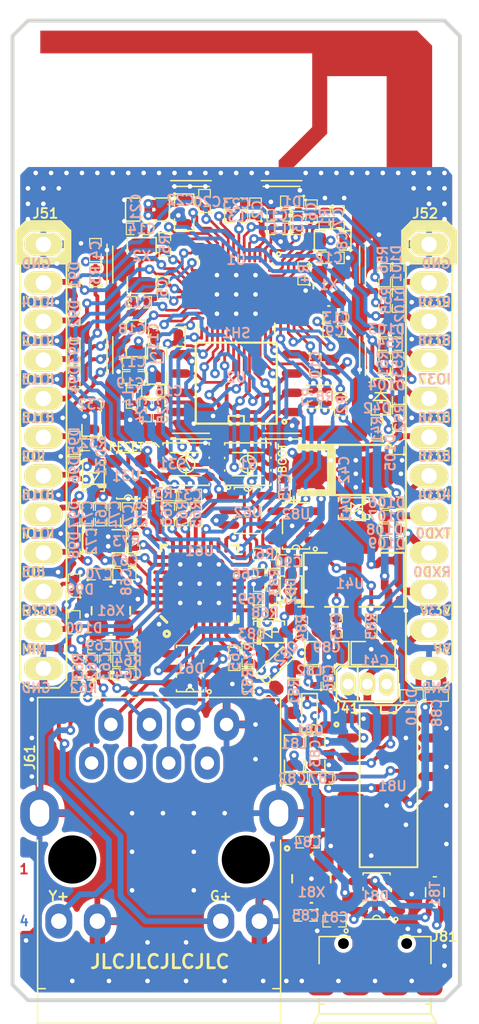
<source format=kicad_pcb>
(kicad_pcb (version 20211014) (generator pcbnew)
  (title_block (date "3 feb 2015"))
  (layers (0 "F.Cu" signal) (1 "In1.Cu" signal) (2 "In2.Cu" signal) (31 "B.Cu" signal) (34 "B.Paste" user) (35 "F.Paste" user) (36 "B.SilkS" user "B.Silkscreen") (37 "F.SilkS" user "F.Silkscreen") (38 "B.Mask" user) (39 "F.Mask" user) (44 "Edge.Cuts" user))
  (net 0 "")
  (net 1 "/cpu/ANT")
  (net 2 "GND")
  (net 3 "/cpu/ANTM")
  (net 4 "+3.3VW")
  (net 5 "+3.3VMCU")
  (net 6 "Net-(C6-Pad2)")
  (net 7 "/cpu/CHIP_PU")
  (net 8 "VIO")
  (net 9 "Net-(C7-Pad2)")
  (net 10 "/cpu/XTAL_N")
  (net 11 "/cpu/32K_XP")
  (net 12 "/cpu/32K_XN")
  (net 13 "+3.3V")
  (net 14 "ETHTXC")
  (net 15 "/cpu/XTAL_P")
  (net 16 "/network/TDC")
  (net 17 "/network/RDC")
  (net 18 "/cpu/ETXD0")
  (net 19 "/cpu/ETXD1")
  (net 20 "TXD0")
  (net 21 "~{RESET}")
  (net 22 "ETHMDIO")
  (net 23 "ETHMDC")
  (net 24 "ETHRXD0")
  (net 25 "ETHRXD1")
  (net 26 "ETHCRS")
  (net 27 "/cpu/~{SPIHD}")
  (net 28 "/cpu/~{SPIWP}")
  (net 29 "/cpu/~{SPICS0}")
  (net 30 "/cpu/SPICLK")
  (net 31 "/cpu/SPIQ")
  (net 32 "/cpu/SPID")
  (net 33 "ETHTXEN")
  (net 34 "Net-(R2-Pad1)")
  (net 35 "Net-(C81-Pad1)")
  (net 36 "~{ETHRST}")
  (net 37 "/network/TD+")
  (net 38 "/network/RD+")
  (net 39 "/network/RD-")
  (net 40 "/network/TD-")
  (net 41 "GPIO14")
  (net 42 "GPIO13")
  (net 43 "GPIO15")
  (net 44 "GPIO12")
  (net 45 "GPIO5")
  (net 46 "GPIO2")
  (net 47 "GPIO16")
  (net 48 "GPIO39")
  (net 49 "GPIO38")
  (net 50 "GPIO37")
  (net 51 "GPIO36")
  (net 52 "GPIO35")
  (net 53 "GPIO34")
  (net 54 "GPIO17")
  (net 56 "Net-(J61-Pad9)")
  (net 57 "Net-(J61-Pad11)")
  (net 58 "/misc/XI")
  (net 59 "/misc/XO")
  (net 60 "ETHTXD0")
  (net 61 "ETHTXD1")
  (net 62 "RXD0M")
  (net 63 "~{MR}")
  (net 64 "+5V")
  (net 65 "Net-(C64-Pad1)")
  (net 66 "+3.3VETH")
  (net 67 "Net-(C67-Pad1)")
  (net 68 "Net-(C69-Pad1)")
  (net 69 "/network/CKXTAL1")
  (net 70 "+5VUSB")
  (net 71 "/misc/USBE_DP")
  (net 72 "/misc/USBE_DM")
  (net 73 "+3.3VUSB")
  (net 74 "Net-(D42-Pad1)")
  (net 75 "Net-(D81-Pad1)")
  (net 76 "/misc/USB_DM")
  (net 77 "/misc/USB_DP")
  (net 78 "Net-(D82-Pad1)")
  (net 79 "Net-(D82-Pad2)")
  (net 80 "Net-(D83-Pad1)")
  (net 81 "Net-(D83-Pad2)")
  (net 83 "RXD0")
  (net 84 "Net-(Q81-Pad1)")
  (net 85 "Net-(Q81-Pad2)")
  (net 86 "Net-(Q82-Pad1)")
  (net 87 "Net-(Q82-Pad2)")
  (net 88 "Net-(C12-Pad1)")
  (net 89 "Net-(R32-Pad2)")
  (net 90 "/network/LED1")
  (net 91 "/network/LED0")
  (net 92 "Net-(R64-Pad1)")
  (net 93 "/network/ERXD0")
  (net 94 "/network/ERXD1")
  (net 95 "/network/CKXTAL2")
  (net 96 "/network/RXDV")
  (net 100 "/network/TXC")
  (net 110 "RXD0U")
  (net 111 "Net-(R6-Pad2)")
  (footprint "Celebi:SM0603C" (layer "F.Cu") (at 62.103 125.9078 -90)
    (fp_text reference "C22")
    (fp_text value "1uF/16V" hide)
  )
  (footprint "Celebi:SM0603L" (layer "F.Cu") (at 69.342 161.544 90)
    (fp_text reference "L81")
    (fp_text value "Bead_300R" hide)
  )
  (footprint "Celebi:SM0603L" (layer "F.Cu") (at 60.325 136.017 90)
    (fp_text reference "L2")
    (fp_text value "Bead_300R" hide)
  )
  (footprint "Celebi:SM0402C" (layer "F.Cu") (at 71.12 163.195 180)
    (fp_text reference "C87")
    (fp_text value "100nF/16V" hide)
  )
  (footprint "Celebi:SO16_4x10.5_P1.27mm" (layer "F.Cu") (at 75.565 163.703 -90)
    (fp_text reference "U81")
    (fp_text value "CH340G" hide)
  )
  (footprint "Celebi:SM0402C" (layer "F.Cu") (at 72.263 126.238 -90)
    (fp_text reference "C7")
    (fp_text value "3.3nF/50V" hide)
  )
  (footprint "Celebi:SM0402" (layer "F.Cu") (at 59.309 145.796 -90)
    (fp_text reference "R72")
    (fp_text value "4k7" hide)
  )
  (footprint "Celebi:SM0402C" (layer "F.Cu") (at 59.563 138.938 -90)
    (fp_text reference "C24")
    (fp_text value "15pF/50V" hide)
  )
  (footprint "Celebi:SOT223" (layer "F.Cu") (at 73.279 150.114 -90)
    (fp_text reference "U41")
    (fp_text value "AZ1117-3.3" hide)
  )
  (footprint "Celebi:led-SM0603_Green" (layer "F.Cu") (at 75.057 138.049 -90)
    (fp_text reference "D42")
    (fp_text value "Diode-LED_Green" hide)
  )
  (footprint "Celebi:SM0603C" (layer "F.Cu") (at 58.928 134.2136 90)
    (fp_text reference "C18")
    (fp_text value "1uF/16V" hide)
  )
  (footprint "Celebi:SM0402C" (layer "F.Cu") (at 56.007 155.829 90)
    (fp_text reference "C62")
    (fp_text value "100nF/16V" hide)
  )
  (footprint "Celebi:xtal-3.2x2.5mm_4pin" (layer "F.Cu") (at 70.485 169.799 -90)
    (fp_text reference "X81")
    (fp_text value "12MHz_18pF" hide)
  )
  (footprint "Celebi:SM0402C" (layer "F.Cu") (at 71.882 128.905)
    (fp_text reference "C12")
    (fp_text value "12pF/50V" hide)
  )
  (footprint "Celebi:SM0402C" (layer "F.Cu") (at 60.452 138.938 -90)
    (fp_text reference "C25")
    (fp_text value "100nF/16V" hide)
  )
  (footprint "Celebi:SM0402C" (layer "F.Cu") (at 70.739 135.9662 -90)
    (fp_text reference "C10")
    (fp_text value "100nF/16V" hide)
  )
  (footprint "Celebi:xtal-3.2x2.5mm_4pin" (layer "F.Cu") (at 57.277 152.146 90)
    (fp_text reference "X61")
    (fp_text value "25MHz_13pF" hide)
  )
  (footprint "Celebi:SM0402C" (layer "F.Cu") (at 69.596 126.619 -90)
    (fp_text reference "C3")
    (fp_text value "100nF/16V" hide)
  )
  (footprint "Celebi:SM0402C" (layer "F.Cu") (at 65.405 155.321 -90)
    (fp_text reference "C65")
    (fp_text value "100nF/16V" hide)
  )
  (footprint "Celebi:SM0402" (layer "F.Cu") (at 75.311 135.89 -90)
    (fp_text reference "R51")
    (fp_text value "470k" hide)
  )
  (footprint "Celebi:SM0402" (layer "F.Cu") (at 67.437 151.384)
    (fp_text reference "R69")
    (fp_text value "22R" hide)
  )
  (footprint "Celebi:xtal-3.2x1.5mm" (layer "F.Cu") (at 59.309 129.413 -90)
    (fp_text reference "X2")
    (fp_text value "32.768kHz_12.5pF" hide)
  )
  (footprint "Celebi:SM0402" (layer "F.Cu") (at 60.833 144.526)
    (fp_text reference "R31")
    (fp_text value "100k" hide)
  )
  (footprint "Celebi:SM0402C" (layer "F.Cu") (at 58.42 145.796 90)
    (fp_text reference "C73")
    (fp_text value "15pF/50V" hide)
  )
  (footprint "Celebi:SM0603C" (layer "F.Cu") (at 60.96 134.112 180)
    (fp_text reference "C11")
    (fp_text value "1uF/16V" hide)
  )
  (footprint "Celebi:QFN32_5x5_P0.5_E3.35mm" (layer "F.Cu") (at 63.119 150.368)
    (fp_text reference "U61")
    (fp_text value "RTL8201FI" hide)
  )
  (footprint "Celebi:SM0402C" (layer "F.Cu") (at 65.532 125.349)
    (fp_text reference "C23")
    (fp_text value "15pF/50V" hide)
  )
  (footprint "Celebi:SM0402C" (layer "F.Cu") (at 59.182 131.826)
    (fp_text reference "C15")
    (fp_text value "18pF/50V" hide)
  )
  (footprint "Celebi:SM0402C" (layer "F.Cu") (at 67.056 150.114 -90)
    (fp_text reference "C66")
    (fp_text value "100nF/16V" hide)
  )
  (footprint "Celebi:SM0402C" (layer "F.Cu") (at 60.7314 130.8862 -90)
    (fp_text reference "C5")
    (fp_text value "100nF/16V" hide)
  )
  (footprint "Celebi:fiducial_sc_D1_M3mm" (layer "F.Cu") (at 52.832 175.768)
    (fp_text reference "FD3" hide)
    (fp_text value "Fiducial" hide)
  )
  (footprint "Celebi:SM0805C" (layer "F.Cu") (at 59.69 125.73 180)
    (fp_text reference "C21")
    (fp_text value "10uF/16V" hide)
  )
  (footprint "Celebi:SM0603C" (layer "F.Cu") (at 71.882 127.762)
    (fp_text reference "C8")
    (fp_text value "1uF/16V" hide)
  )
  (footprint "Celebi:DFN1006-2" (layer "F.Cu") (at 75.819 145.923)
    (fp_text reference "D107")
    (fp_text value "TVS_5V" hide)
  )
  (footprint "Celebi:SM0402" (layer "F.Cu") (at 75.311 130.048 -90)
    (fp_text reference "R56")
    (fp_text value "470k" hide)
  )
  (footprint "Celebi:SOD323" (layer "F.Cu") (at 69.1388 150.876 90)
    (fp_text reference "D82")
    (fp_text value "BAT54WS" hide)
  )
  (footprint "Celebi:SM0402" (layer "F.Cu") (at 58.166 155.448 180)
    (fp_text reference "R64")
    (fp_text value "2k49" hide)
  )
  (footprint "Celebi:DFN1006-2" (layer "F.Cu") (at 54.864 141.097 90)
    (fp_text reference "D95")
    (fp_text value "TVS_5V" hide)
  )
  (footprint "Celebi:SM0402C" (layer "F.Cu") (at 72.009 172.593 180)
    (fp_text reference "C81")
    (fp_text value "100nF/50V" hide)
  )
  (footprint "Celebi:SM0402C" (layer "F.Cu") (at 56.515 154.559 180)
    (fp_text reference "C69")
    (fp_text value "18pF/50V" hide)
  )
  (footprint "Celebi:SM0805C" (layer "F.Cu") (at 71.501 154.94)
    (fp_text reference "C89")
    (fp_text value "10uF/16V" hide)
  )
  (footprint "Celebi:SM0402C" (layer "F.Cu") (at 56.515 149.733)
    (fp_text reference "C70")
    (fp_text value "18pF/50V" hide)
  )
  (footprint "Celebi:SM0402" (layer "F.Cu") (at 70.612 138.049 -90)
    (fp_text reference "R7")
    (fp_text value "22R" hide)
  )
  (footprint "Celebi:SM0402C" (layer "F.Cu") (at 58.166 149.733 180)
    (fp_text reference "C68")
    (fp_text value "100nF/16V" hide)
  )
  (footprint "Celebi:SOT23-6L" (layer "F.Cu") (at 74.7776 170.942)
    (fp_text reference "D81")
    (fp_text value "TVS_5V" hide)
  )
  (footprint "Celebi:SM0402C" (layer "F.Cu") (at 66.802 125.73 90)
    (fp_text reference "C2")
    (fp_text value "100nF/16V" hide)
  )
  (footprint "Celebi:SM0402" (layer "F.Cu") (at 67.437 148.4122 180)
    (fp_text reference "R6")
    (fp_text value "1k" hide)
  )
  (footprint "Celebi:SM0402C" (layer "F.Cu") (at 68.326 126.111 180)
    (fp_text reference "C1")
    (fp_text value "0.9pF/50V" hide)
  )
  (footprint "Celebi:sil-1.27mm-3P" (layer "F.Cu") (at 74.168 156.972)
    (fp_text reference "J41")
    (fp_text value "Conn_01x03" hide)
  )
  (footprint "Celebi:tr-smd-WE-CNSW_0805" (layer "F.Cu") (at 78.613 170.688 90)
    (fp_text reference "T81")
    (fp_text value "CM_Choke_90R" hide)
  )
  (footprint "Celebi:SOD323" (layer "F.Cu") (at 73.279 145.415 180)
    (fp_text reference "D41")
    (fp_text value "BAT54WS" hide)
  )
  (footprint "Celebi:SOT23-3" (layer "F.Cu") (at 70.358 158.877)
    (fp_text reference "Q81")
    (fp_text value "BC817" hide)
  )
  (footprint "Celebi:SM0402" (layer "F.Cu") (at 69.977 129.921 90)
    (fp_text reference "R4")
    (fp_text value "0R" hide)
  )
  (footprint "Celebi:SM0402C" (layer "F.Cu") (at 58.801 135.89 180)
    (fp_text reference "C17")
    (fp_text value "100nF/16V" hide)
  )
  (footprint "Celebi:SM0402C" (layer "F.Cu") (at 72.009 133.731)
    (fp_text reference "C9")
    (fp_text value "15pF/50V" hide)
  )
  (footprint "Celebi:SM0402" (layer "F.Cu") (at 72.39 138.557 -90)
    (fp_text reference "R2")
    (fp_text value "499R" hide)
  )
  (footprint "Celebi:DFN1006-2" (layer "F.Cu") (at 54.864 142.748 -90)
    (fp_text reference "D96")
    (fp_text value "TVS_5V" hide)
  )
  (footprint "Celebi:SM0402C" (layer "F.Cu") (at 56.896 155.829 90)
    (fp_text reference "C63")
    (fp_text value "100nF/16V" hide)
  )
  (footprint "Celebi:SM0402C" (layer "F.Cu") (at 72.136 153.162 -90)
    (fp_text reference "C43")
    (fp_text value "100nF/16V" hide)
  )
  (footprint "Celebi:SM0402C" (layer "F.Cu") (at 58.801 136.779 180)
    (fp_text reference "C19")
    (fp_text value "15pF/50V" hide)
  )
  (footprint "Celebi:SM0402C" (layer "F.Cu") (at 56.261 128.397 90)
    (fp_text reference "C4")
    (fp_text value "3.3nF/50V" hide)
  )
  (footprint "Celebi:DFN1006-2" (layer "F.Cu") (at 54.864 136.779 -90)
    (fp_text reference "D94")
    (fp_text value "TVS_5V" hide)
  )
  (footprint "Celebi:fiducial_sc_D1_M3mm" (layer "F.Cu") (at 69.342 174.498)
    (fp_text reference "FD4" hide)
    (fp_text value "Fiducial" hide)
  )
  (footprint "Celebi:SM0402C" (layer "F.Cu") (at 69.088 148.844)
    (fp_text reference "C90")
    (fp_text value "100nF/16V" hide)
  )
  (footprint "Celebi:SM0402C" (layer "F.Cu") (at 59.055 127 180)
    (fp_text reference "C14")
    (fp_text value "18pF/50V" hide)
  )
  (footprint "Celebi:fiducial_sc_D1_M3mm" (layer "F.Cu") (at 55.372 125.603)
    (fp_text reference "FD1" hide)
    (fp_text value "Fiducial" hide)
  )
  (footprint "Celebi:SM0402C" (layer "F.Cu") (at 70.485 125.857 -90)
    (fp_text reference "C6")
    (fp_text value "10nF/50V" hide)
  )
  (footprint "Celebi:SOD323" (layer "F.Cu") (at 67.691 153.543)
    (fp_text reference "D83")
    (fp_text value "BAT54WS" hide)
  )
  (footprint "Celebi:SOD323" (layer "F.Cu") (at 56.134 143.256 90)
    (fp_text reference "D31")
    (fp_text value "BAT54WS" hide)
  )
  (footprint "Celebi:DFN1006-2" (layer "F.Cu") (at 76.2 130.048 -90)
    (fp_text reference "D101")
    (fp_text value "TVS_5V" hide)
  )
  (footprint "Celebi:switch-WE-WS-TASV-3x2.6_H1.4mm" (layer "F.Cu") (at 62.23 142.494 180)
    (fp_text reference "S31")
    (fp_text value "Tact_Switch" hide)
  )
  (footprint "Celebi:SM0603C" (layer "F.Cu") (at 70.739 161.544 -90)
    (fp_text reference "C83")
    (fp_text value "1uF/16V" hide)
  )
  (footprint "Celebi:SM0402V" (layer "F.Cu") (at 69.215 125.222 180)
    (fp_text reference "D1")
    (fp_text value "TVS_4V" hide)
  )
  (footprint "Celebi:usb-629105136821" (layer "F.Cu") (at 74.676 176.53 -90)
    (fp_text reference "J81")
    (fp_text value "USB-Micro" hide)
  )
  (footprint "Celebi:DFN1006-2" (layer "F.Cu") (at 54.864 150.495 90)
    (fp_text reference "D99")
    (fp_text value "TVS_5V" hide)
  )
  (footprint "Celebi:SM0402L" (layer "F.Cu") (at 58.674 138.049 -90)
    (fp_text reference "L4")
    (fp_text value "Bead_220R/DNP" hide)
  )
  (footprint "Celebi:SM0402" (layer "F.Cu") (at 56.134 141.224)
    (fp_text reference "R32")
    (fp_text value "100R" hide)
  )
  (footprint "Celebi:SM0402C" (layer "F.Cu") (at 72.009 132.842)
    (fp_text reference "C13")
    (fp_text value "12pF/50V" hide)
  )
  (footprint "Celebi:SM0402" (layer "F.Cu") (at 69.85 153.289 -90)
    (fp_text reference "R84")
    (fp_text value "1k" hide)
  )
  (footprint "Celebi:SM0402C" (layer "F.Cu") (at 71.628 156.591 90)
    (fp_text reference "C86")
    (fp_text value "100nF/16V" hide)
  )
  (footprint "Celebi:SOT23-5L" (layer "F.Cu") (at 66.294 145.542 180)
    (fp_text reference "U62")
    (fp_text value "74AUP1G126" hide)
  )
  (footprint "Celebi:DFN1006-2" (layer "F.Cu") (at 75.819 147.701)
    (fp_text reference "D109")
    (fp_text value "TVS_5V" hide)
  )
  (footprint "Celebi:SM0402" (layer "F.Cu") (at 74.803 140.208 90)
    (fp_text reference "R41")
    (fp_text value "2k7" hide)
  )
  (footprint "Celebi:SM0603C" (layer "F.Cu") (at 56.007 139.446 90)
    (fp_text reference "C32")
    (fp_text value "100nF/50V" hide)
  )
  (footprint "Celebi:DFN1006-2" (layer "F.Cu") (at 75.819 146.812)
    (fp_text reference "D108")
    (fp_text value "TVS_5V" hide)
  )
  (footprint "Celebi:DFN1006-2" (layer "F.Cu") (at 76.2 131.73075 -90)
    (fp_text reference "D102")
    (fp_text value "TVS_5V" hide)
  )
  (footprint "Celebi:SM0402C" (layer "F.Cu") (at 58.166 148.844 180)
    (fp_text reference "C67")
    (fp_text value "100nF/16V" hide)
  )
  (footprint "Celebi:SM0402C" (layer "F.Cu") (at 58.166 156.337 180)
    (fp_text reference "C64")
    (fp_text value "100nF/16V" hide)
  )
  (footprint "Celebi:SM0402" (layer "F.Cu") (at 61.976 145.796 -90)
    (fp_text reference "R67")
    (fp_text value "10k" hide)
  )
  (footprint "Celebi:SOT23-5L" (layer "F.Cu") (at 69.469 146.558)
    (fp_text reference "U82")
    (fp_text value "74AHC1G08" hide)
  )
  (footprint "Celebi:SM0402" (layer "F.Cu") (at 69.342 157.353 -90)
    (fp_text reference "R81")
    (fp_text value "10k" hide)
  )
  (footprint "Celebi:SM0402C" (layer "F.Cu") (at 62.484 144.526)
    (fp_text reference "C31")
    (fp_text value "100nF/16V" hide)
  )
  (footprint "Celebi:sil-12P" (layer "F.Cu") (at 78.232 141.986 -90)
    (fp_text reference "J52")
    (fp_text value "Conn_01x12/DNP" hide)
  )
  (footprint "Celebi:SMD-C-6032" (layer "F.Cu") (at 72.644 142.875)
    (fp_text reference "C42")
    (fp_text value "47uF/16V" hide)
  )
  (footprint "Celebi:SM0402" (layer "F.Cu") (at 58.166 154.559 180)
    (fp_text reference "R70")
    (fp_text value "22R" hide)
  )
  (footprint "Celebi:DFN1006-2" (layer "F.Cu") (at 54.864 152.908 -90)
    (fp_text reference "D100")
    (fp_text value "TVS_5V" hide)
  )
  (footprint "Celebi:DFN1006-2" (layer "F.Cu") (at 77.089 157.734 180)
    (fp_text reference "D110")
    (fp_text value "TVS_5V" hide)
  )
  (footprint "Celebi:SO8_5.2x5.2_P1.27mm" (layer "F.Cu") (at 65.532 137.16 90)
    (fp_text reference "U2")
    (fp_text value "W25Q128JV" hide)
  )
  (footprint "Celebi:eth-74980111212" (layer "F.Cu") (at 60.452 168.656 -90)
    (fp_text reference "J61")
    (fp_text value "74980111212" hide)
  )
  (footprint "Celebi:SM0402" (layer "F.Cu") (at 71.374 126.238 90)
    (fp_text reference "R1")
    (fp_text value "20k" hide)
  )
  (footprint "Celebi:SM0402" (layer "F.Cu") (at 66.294 155.067 -90)
    (fp_text reference "R71")
    (fp_text value "4k7" hide)
  )
  (footprint "Celebi:SM0402C" (layer "F.Cu") (at 57.531 145.796 90)
    (fp_text reference "C74")
    (fp_text value "100nF/16V" hide)
  )
  (footprint "Celebi:SM0402" (layer "F.Cu") (at 66.294 156.718 90)
    (fp_text reference "R82")
    (fp_text value "10k" hide)
  )
  (footprint "Celebi:SM0402" (layer "F.Cu") (at 55.118 155.829 -90)
    (fp_text reference "R63")
    (fp_text value "1k" hide)
  )
  (footprint "Celebi:SM0402L" (layer "F.Cu") (at 70.739 156.591 90)
    (fp_text reference "L82")
    (fp_text value "Bead_220R" hide)
  )
  (footprint "Celebi:SM0402" (layer "F.Cu") (at 67.437 152.273)
    (fp_text reference "R68")
    (fp_text value "22R" hide)
  )
  (footprint "Celebi:SM0402" (layer "F.Cu") (at 76.2 139.446 -90)
    (fp_text reference "R52")
    (fp_text value "470k" hide)
  )
  (footprint "Celebi:SM0805C" (layer "F.Cu") (at 56.8452 147.574)
    (fp_text reference "C72")
    (fp_text value "10uF/16V" hide)
  )
  (footprint "Celebi:SM0402" (layer "F.Cu") (at 75.692 134.62)
    (fp_text reference "R54")
    (fp_text value "470k" hide)
  )
  (footprint "Celebi:SOT143-4" (layer "F.Cu") (at 58.42 143.256)
    (fp_text reference "U31")
    (fp_text value "APX811_2.93V" hide)
  )
  (footprint "Celebi:SM0402" (layer "F.Cu") (at 56.261 130.048 90)
    (fp_text reference "R3")
    (fp_text value "100R" hide)
  )
  (footprint "Celebi:SM0402" (layer "F.Cu") (at 74.422 153.162 -90)
    (fp_text reference "R85")
    (fp_text value "47k" hide)
  )
  (footprint "Celebi:DFN1006-2" (layer "F.Cu") (at 76.2 137.795 90)
    (fp_text reference "D104")
    (fp_text value "TVS_5V" hide)
  )
  (footprint "Celebi:DFN1006-2" (layer "F.Cu") (at 54.864 130.048 -90)
    (fp_text reference "D91")
    (fp_text value "TVS_5V" hide)
  )
  (footprint "Celebi:DFN1006-2" (layer "F.Cu") (at 76.2 141.097 90)
    (fp_text reference "D105")
    (fp_text value "TVS_5V" hide)
  )
  (footprint "Celebi:sil-12P" (layer "F.Cu") (at 52.832 141.986 -90)
    (fp_text reference "J51")
    (fp_text value "Conn_01x12/DNP" hide)
  )
  (footprint "Celebi:DFN1006-2" (layer "F.Cu") (at 75.692 133.731)
    (fp_text reference "D103")
    (fp_text value "TVS_5V" hide)
  )
  (footprint "Celebi:SOT23-3" (layer "F.Cu") (at 68.071999 155.772293 -45)
    (fp_text reference "Q82")
    (fp_text value "BC817" hide)
  )
  (footprint "Celebi:SM0402" (layer "F.Cu") (at 71.501 138.049 -90)
    (fp_text reference "R8")
    (fp_text value "22R" hide)
  )
  (footprint "Celebi:SM0402" (layer "F.Cu") (at 55.4736 157.099 180)
    (fp_text reference "R62")
    (fp_text value "1k" hide)
  )
  (footprint "Celebi:xtal-2.5x2.0mm_4pin" (layer "F.Cu") (at 71.628 130.81 -90)
    (fp_text reference "X1")
    (fp_text value "40MHz_10pF" hide)
  )
  (footprint "Celebi:SM0402L" (layer "F.Cu") (at 68.326 127 180)
    (fp_text reference "L1")
    (fp_text value "2.2nH" hide)
  )
  (footprint "Celebi:SM0402" (layer "F.Cu") (at 67.945 150.114 90)
    (fp_text reference "R83")
    (fp_text value "1k" hide)
  )
  (footprint "Celebi:DFN1006-2" (layer "F.Cu") (at 54.864 147.828 -90)
    (fp_text reference "D98")
    (fp_text value "TVS_5V" hide)
  )
  (footprint "Celebi:DFN1006-2" (layer "F.Cu") (at 54.864 135.128 -90)
    (fp_text reference "D93")
    (fp_text value "TVS_5V" hide)
  )
  (footprint "Celebi:SM0402C" (layer "F.Cu") (at 70.104 172.212 180)
    (fp_text reference "C85")
    (fp_text value "27pF/50V" hide)
  )
  (footprint "Celebi:SM0402C" (layer "F.Cu") (at 60.071 137.668)
    (fp_text reference "C16")
    (fp_text value "100nF/16V" hide)
  )
  (footprint "Celebi:fiducial_sc_D1_M3mm" (layer "F.Cu") (at 75.692 125.603)
    (fp_text reference "FD2" hide)
    (fp_text value "Fiducial" hide)
  )
  (footprint "Celebi:SM0402C" (layer "F.Cu") (at 78.74 157.734)
    (fp_text reference "C88")
    (fp_text value "100nF/16V" hide)
  )
  (footprint "Celebi:SM0402L" (layer "F.Cu") (at 65.532 126.2126)
    (fp_text reference "L3")
    (fp_text value "2nH" hide)
  )
  (footprint "Celebi:QFN48_5x5_P0.35_E3.5mm" (layer "F.Cu") (at 65.532 131.318 180)
    (fp_text reference "U1")
    (fp_text value "ESP32-D0WD" hide)
  )
  (footprint "Celebi:SM0402" (layer "F.Cu") (at 62.865 145.796 90)
    (fp_text reference "R65")
    (fp_text value "47k" hide)
  )
  (footprint "Celebi:SM0402L" (layer "F.Cu") (at 56.642 145.796 -90)
    (fp_text reference "L61")
    (fp_text value "Bead_220R" hide)
  )
  (footprint "Celebi:SM0402C" (layer "F.Cu") (at 69.469 163.195)
    (fp_text reference "C82")
    (fp_text value "15pF/50V" hide)
  )
  (footprint "Celebi:SM0402C" (layer "F.Cu") (at 68.707 144.018 90)
    (fp_text reference "C75")
    (fp_text value "100nF/16V" hide)
  )
  (footprint "Celebi:DFN1006-2" (layer "F.Cu") (at 54.864 145.796 90)
    (fp_text reference "D97")
    (fp_text value "TVS_5V" hide)
  )
  (footprint "Celebi:SM0402C" (layer "F.Cu") (at 55.753 145.796 -90)
    (fp_text reference "C71")
    (fp_text value "100nF/16V" hide)
  )
  (footprint "Celebi:switch-WE-WS-TASV-3x2.6_H1.4mm" (layer "F.Cu") (at 66.294 142.494 180)
    (fp_text reference "S1")
    (fp_text value "Tact_Switch" hide)
  )
  (footprint "Celebi:SM0402" (layer "F.Cu") (at 58.801 147.574 -90)
    (fp_text reference "R73")
    (fp_text value "4k7" hide)
  )
  (footprint "Celebi:SM0402" (layer "F.Cu") (at 61.087 145.796 -90)
    (fp_text reference "R66")
    (fp_text value "10k" hide)
  )
  (footprint "Celebi:DFN1006-2" (layer "F.Cu") (at 75.819 145.034)
    (fp_text reference "D106")
    (fp_text value "TVS_5V" hide)
  )
  (footprint "Celebi:SOT23-6L" (layer "F.Cu") (at 62.484 155.956)
    (fp_text reference "D61")
    (fp_text value "TVS_5V" hide)
  )
  (footprint "Celebi:DFN1006-2" (layer "F.Cu") (at 54.864 132.588 -90)
    (fp_text reference "D92")
    (fp_text value "TVS_5V" hide)
  )
  (footprint "Celebi:shield-36103166S" (layer "F.Cu") (at 65.532 132.334)
    (fp_text reference "SH1")
    (fp_text value "Shield" hide)
  )
  (footprint "Celebi:SM0402C" (layer "F.Cu") (at 70.231 167.386 180)
    (fp_text reference "C84")
    (fp_text value "27pF/50V" hide)
  )
  (footprint "Celebi:SM0402" (layer "F.Cu") (at 75.311 131.699 -90)
    (fp_text reference "R55")
    (fp_text value "470k" hide)
  )
  (footprint "Celebi:SM0402" (layer "F.Cu") (at 76.2 135.89 -90)
    (fp_text reference "R53")
    (fp_text value "470k" hide)
  )
  (footprint "Celebi:SM0805C" (layer "F.Cu") (at 74.549 154.94 180)
    (fp_text reference "C41")
    (fp_text value "10uF/16V" hide)
  )
  (footprint "Celebi:SM0402" (layer "F.Cu") (at 60.833 128.016 -90)
    (fp_text reference "R5")
    (fp_text value "10Meg" hide)
  )
  (footprint "Celebi:SM0402C" (layer "F.Cu") (at 63.44285 125.16485 90)
    (fp_text reference "C20")
    (fp_text value "100nF/16V" hide)
  )
  (gr_poly (pts (xy 68.9356 124.9934) (xy 68.6054 124.9934) (xy 68.326 122.936) (xy 69.3166 122.936)) (layer "F.Cu") (width 0) (fill solid))
  (gr_poly (pts (xy 67.8942 127.4572) (xy 67.7418 127.4572) (xy 67.691 127.1778) (xy 68.072 127.1778)) (layer "F.Cu") (width 0) (fill solid))
  (gr_poly locked (pts (xy 78.4352 114.935) (xy 78.4352 122.9614) (xy 75.438 122.9614) (xy 75.438 116.9416) (xy 71.5264 116.9416) (xy 71.5264 120.7262) (xy 69.3166 122.936) (xy 68.326 122.936) (xy 68.326 122.5042) (xy 70.5358 120.2944) (xy 70.5358 115.443) (xy 52.6288 115.443) (xy 52.6288 113.9444) (xy 77.4446 113.9444)) (layer "F.Cu") (width 0) (fill solid))
  (gr_line (start 60.198 141.097) (end 60.452 141.351) (layer "F.SilkS") (width 0.1016))
  (gr_line (start 59.563 141.097) (end 60.198 141.097) (layer "F.SilkS") (width 0.1016))
  (gr_line (start 80.264 114.3) (end 79.248 113.284) (layer "Edge.Cuts") (width 0.254))
  (gr_line (start 50.8 114.3) (end 50.8 176.784) (layer "Edge.Cuts") (width 0.254))
  (gr_line (start 51.816 113.284) (end 50.8 114.3) (layer "Edge.Cuts") (width 0.254))
  (gr_line (start 51.816 177.8) (end 50.8 176.784) (layer "Edge.Cuts") (width 0.254))
  (gr_line (start 80.264 176.784) (end 80.264 114.3) (layer "Edge.Cuts") (width 0.254))
  (gr_line (start 51.816 177.8) (end 79.248 177.8) (layer "Edge.Cuts") (width 0.254))
  (gr_line (start 79.248 113.284) (end 51.816 113.284) (layer "Edge.Cuts") (width 0.254))
  (gr_line (start 79.248 177.8) (end 80.264 176.784) (layer "Edge.Cuts") (width 0.254))
  (gr_text "1" (at 51.562 169.164) (layer "F.Cu") (effects (font (size 0.635 0.635) (thickness 0.127))))
  (gr_text "4" (at 51.562 172.593) (layer "B.Cu") (effects (font (size 0.635 0.635) (thickness 0.127))))
  (gr_text "RSTO" (at 51.308 152.146) (layer "B.SilkS") (effects (font (size 0.635 0.635) (thickness 0.127)) (justify right mirror)))
  (gr_text "MRI" (at 51.308 154.686) (layer "B.SilkS") (effects (font (size 0.635 0.635) (thickness 0.127)) (justify right mirror)))
  (gr_text "GND" (at 79.756 157.226) (layer "B.SilkS") (effects (font (size 0.635 0.635) (thickness 0.127)) (justify left mirror)))
  (gr_text "GND" (at 51.308 157.226) (layer "B.SilkS") (effects (font (size 0.635 0.635) (thickness 0.127)) (justify right mirror)))
  (gr_text "RXD0" (at 79.756 149.606) (layer "B.SilkS") (effects (font (size 0.635 0.635) (thickness 0.127)) (justify left mirror)))
  (gr_text "IO16" (at 51.308 144.526) (layer "B.SilkS") (effects (font (size 0.635 0.635) (thickness 0.127)) (justify right mirror)))
  (gr_text "IO35" (at 79.756 141.986) (layer "B.SilkS") (effects (font (size 0.635 0.635) (thickness 0.127)) (justify left mirror)))
  (gr_text "3.3V" (at 79.756 152.146) (layer "B.SilkS") (effects (font (size 0.635 0.635) (thickness 0.127)) (justify left mirror)))
  (gr_text "IO15" (at 51.308 139.446) (layer "B.SilkS") (effects (font (size 0.635 0.635) (thickness 0.127)) (justify right mirror)))
  (gr_text "IO12" (at 51.308 134.366) (layer "B.SilkS") (effects (font (size 0.635 0.635) (thickness 0.127)) (justify right mirror)))
  (gr_text "IO13" (at 51.308 136.906) (layer "B.SilkS") (effects (font (size 0.635 0.635) (thickness 0.127)) (justify right mirror)))
  (gr_text "IO36" (at 79.756 139.446) (layer "B.SilkS") (effects (font (size 0.635 0.635) (thickness 0.127)) (justify left mirror)))
  (gr_text "TXD0" (at 79.756 147.066) (layer "B.SilkS") (effects (font (size 0.635 0.635) (thickness 0.127)) (justify left mirror)))
  (gr_text "GND" (at 79.756 129.286) (layer "B.SilkS") (effects (font (size 0.635 0.635) (thickness 0.127)) (justify left mirror)))
  (gr_text "5V" (at 79.756 154.686) (layer "B.SilkS") (effects (font (size 0.635 0.635) (thickness 0.127)) (justify left mirror)))
  (gr_text "IO37" (at 79.756 136.906) (layer "B.SilkS") (effects (font (size 0.635 0.635) (thickness 0.127)) (justify left mirror)))
  (gr_text "IO39" (at 79.756 131.826) (layer "B.SilkS") (effects (font (size 0.635 0.635) (thickness 0.127)) (justify left mirror)))
  (gr_text "IO5" (at 51.308 149.606) (layer "B.SilkS") (effects (font (size 0.635 0.635) (thickness 0.127)) (justify right mirror)))
  (gr_text "IO38" (at 79.756 134.366) (layer "B.SilkS") (effects (font (size 0.635 0.635) (thickness 0.127)) (justify left mirror)))
  (gr_text "IO14" (at 51.308 131.826) (layer "B.SilkS") (effects (font (size 0.635 0.635) (thickness 0.127)) (justify right mirror)))
  (gr_text "IO34" (at 79.756 144.526) (layer "B.SilkS") (effects (font (size 0.635 0.635) (thickness 0.127)) (justify left mirror)))
  (gr_text "IO2" (at 51.308 141.986) (layer "B.SilkS") (effects (font (size 0.635 0.635) (thickness 0.127)) (justify right mirror)))
  (gr_text "GND" (at 51.308 129.286) (layer "B.SilkS") (effects (font (size 0.635 0.635) (thickness 0.127)) (justify right mirror)))
  (gr_text "IO17" (at 51.308 147.066) (layer "B.SilkS") (effects (font (size 0.635 0.635) (thickness 0.127)) (justify right mirror)))
  (gr_text "IO15" (at 51.308 139.446) (layer "F.SilkS") (effects (font (size 0.635 0.635) (thickness 0.127)) (justify left)))
  (gr_text "RXD0" (at 79.756 149.586366) (layer "F.SilkS") (effects (font (size 0.635 0.635) (thickness 0.127)) (justify right)))
  (gr_text "RSTO" (at 51.308 152.146) (layer "F.SilkS") (effects (font (size 0.635 0.635) (thickness 0.127)) (justify left)))
  (gr_text "IO37" (at 79.756 136.886366) (layer "F.SilkS") (effects (font (size 0.635 0.635) (thickness 0.127)) (justify right)))
  (gr_text "IO38" (at 79.756 134.346366) (layer "F.SilkS") (effects (font (size 0.635 0.635) (thickness 0.127)) (justify right)))
  (gr_text "RESET" (at 58.293 141.351) (layer "F.SilkS") (effects (font (size 0.508 0.508) (thickness 0.1016))))
  (gr_text "IO13" (at 51.308 136.906) (layer "F.SilkS") (effects (font (size 0.635 0.635) (thickness 0.127)) (justify left)))
  (gr_text "BOOT" (at 68.58 142.113 90) (layer "F.SilkS") (effects (font (size 0.508 0.508) (thickness 0.1016))))
  (gr_text "JLCJLCJLCJLC" (at 60.5028 175.26) (layer "F.SilkS") (effects (font (size 0.889 0.889) (thickness 0.1778))))
  (gr_text "IO14" (at 51.308 131.826) (layer "F.SilkS") (effects (font (size 0.635 0.635) (thickness 0.127)) (justify left)))
  (gr_text "IO5" (at 51.308 149.606) (layer "F.SilkS") (effects (font (size 0.635 0.635) (thickness 0.127)) (justify left)))
  (gr_text "TXD0" (at 79.756 147.046366) (layer "F.SilkS") (effects (font (size 0.635 0.635) (thickness 0.127)) (justify right)))
  (gr_text "MRI" (at 51.308 154.686) (layer "F.SilkS") (effects (font (size 0.635 0.635) (thickness 0.127)) (justify left)))
  (gr_text "3.3V" (at 79.756 152.126366) (layer "F.SilkS") (effects (font (size 0.635 0.635) (thickness 0.127)) (justify right)))
  (gr_text "IO12" (at 51.308 134.366) (layer "F.SilkS") (effects (font (size 0.635 0.635) (thickness 0.127)) (justify left)))
  (gr_text "IO34" (at 79.756 144.506366) (layer "F.SilkS") (effects (font (size 0.635 0.635) (thickness 0.127)) (justify right)))
  (gr_text "5V" (at 79.756 154.666366) (layer "F.SilkS") (effects (font (size 0.635 0.635) (thickness 0.127)) (justify right)))
  (gr_text "IO39" (at 79.756 131.806366) (layer "F.SilkS") (effects (font (size 0.635 0.635) (thickness 0.127)) (justify right)))
  (gr_text "IO16" (at 51.308 144.526) (layer "F.SilkS") (effects (font (size 0.635 0.635) (thickness 0.127)) (justify left)))
  (gr_text "IO36" (at 79.756 139.426366) (layer "F.SilkS") (effects (font (size 0.635 0.635) (thickness 0.127)) (justify right)))
  (gr_text "IO35" (at 79.756 141.966366) (layer "F.SilkS") (effects (font (size 0.635 0.635) (thickness 0.127)) (justify right)))
  (gr_text "IO17" (at 51.308 147.066) (layer "F.SilkS") (effects (font (size 0.635 0.635) (thickness 0.127)) (justify left)))
  (gr_text "IO2" (at 51.308 141.986) (layer "F.SilkS") (effects (font (size 0.635 0.635) (thickness 0.127)) (justify left)))
  (segment (start 68.7705 127) (end 68.7705 126.111) (width 0.381) (layer "F.Cu") (net 1))
  (segment (start 68.7705 126.111) (end 68.7705 125.222) (width 0.381) (layer "F.Cu") (net 1))
  (segment (start 69.7738 124.1298) (end 69.723 124.46) (width 0.381) (layer "F.Cu") (net 2))
  (segment (start 67.818 140.462) (end 65.532 140.462) (width 0.508) (layer "F.Cu") (net 2))
  (segment (start 63.7032 155.956) (end 64.135 155.956) (width 0.508) (layer "F.Cu") (net 2))
  (segment (start 73.66 138.811) (end 73.66 136.271) (width 0.508) (layer "F.Cu") (net 2))
  (segment (start 73.66 128.905) (end 76.1492 128.905) (width 0.381) (layer "F.Cu") (net 2))
  (segment (start 64.5922 142.494) (end 64.5922 141.8336) (width 0.254) (layer "F.Cu") (net 2))
  (segment (start 64.516 156.21) (end 64.7065 156.4005) (width 0.508) (layer "F.Cu") (net 2))
  (segment (start 76.1746 172.8724) (end 76.6064 172.8724) (width 0.381) (layer "F.Cu") (net 2))
  (segment (start 79.375 168.529) (end 79.629 168.783) (width 0.254) (layer "F.Cu") (net 2))
  (segment (start 73.66 132.334) (end 73.66 133.223) (width 0.381) (layer "F.Cu") (net 2))
  (segment (start 57.7215 155.448) (end 57.7215 156.337) (width 0.381) (layer "F.Cu") (net 2))
  (segment (start 52.578 165.481) (end 52.578 163.576) (width 0.508) (layer "F.Cu") (net 2))
  (segment (start 72.009 124.206) (end 73.152 124.206) (width 0.508) (layer "F.Cu") (net 2))
  (segment (start 69.85 176.53) (end 67.31 176.53) (width 0.508) (layer "F.Cu") (net 2))
  (segment (start 60.706 141.6558) (end 60.706 140.462) (width 0.381) (layer "F.Cu") (net 2))
  (segment (start 60.5282 142.494) (end 60.5282 141.8336) (width 0.254) (layer "F.Cu") (net 2))
  (segment (start 68.58 172.593) (end 67.056 172.593) (width 0.254) (layer "F.Cu") (net 2))
  (segment (start 68.326 165.481) (end 68.326 167.259) (width 0.508) (layer "F.Cu") (net 2))
  (segment (start 61.2394 138.43) (end 62.5348 138.43) (width 0.254) (layer "F.Cu") (net 2))
  (segment (start 73.66 134.747) (end 73.66 132.334) (width 0.508) (layer "F.Cu") (net 2))
  (segment (start 69.6595 125.222) (end 69.6595 124.9045) (width 0.381) (layer "F.Cu") (net 2))
  (segment (start 69.6595 172.212) (end 68.961 172.212) (width 0.254) (layer "F.Cu") (net 2))
  (segment (start 75.9968 169.9768) (end 75.9968 169.2148) (width 0.508) (layer "F.Cu") (net 2))
  (segment (start 73.66 131.7244) (end 73.66 132.334) (width 0.381) (layer "F.Cu") (net 2))
  (segment (start 57.404 132.334) (end 57.404 135.763) (width 0.508) (layer "F.Cu") (net 2))
  (segment (start 65.532 124.206) (end 63.5 124.206) (width 0.508) (layer "F.Cu") (net 2))
  (segment (start 72.898 128.905) (end 72.3265 128.905) (width 0.254) (layer "F.Cu") (net 2))
  (segment (start 57.7215 148.844) (end 57.7215 147.6502) (width 0.381) (layer "F.Cu") (net 2))
  (segment (start 69.6595 172.212) (end 69.6595 170.942) (width 0.381) (layer "F.Cu") (net 2))
  (segment (start 64.5922 141.8336) (end 64.77 141.6558) (width 0.254) (layer "F.Cu") (net 2))
  (segment (start 74.295 131.0894) (end 73.66 131.7244) (width 0.381) (layer "F.Cu") (net 2))
  (segment (start 75.6158 138.049) (end 74.93 138.049) (width 0.381) (layer "F.Cu") (net 2))
  (segment (start 76.708 170.942) (end 77.1652 171.3992) (width 0.508) (layer "F.Cu") (net 2))
  (segment (start 53.975 136.906) (end 54.5465 136.3345) (width 0.381) (layer "F.Cu") (net 2))
  (segment (start 60.452 139.3825) (end 60.452 140.462) (width 0.381) (layer "F.Cu") (net 2))
  (segment (start 65.532 124.206) (end 64.516 124.206) (width 0.508) (layer "F.Cu") (net 2))
  (segment (start 58.547 139.573) (end 58.547 140.462) (width 0.508) (layer "F.Cu") (net 2))
  (segment (start 70.993 131.6482) (end 70.993 131.445) (width 0.381) (layer "F.Cu") (net 2))
  (segment (start 62.484 123.317) (end 62.484 124.206) (width 0.508) (layer "F.Cu") (net 2))
  (segment (start 69.85 125.4125) (end 69.6595 125.222) (width 0.381) (layer "F.Cu") (net 2))
  (segment (start 70.739 135.5217) (end 71.9963 135.5217) (width 0.381) (layer "F.Cu") (net 2))
  (segment (start 54.9275 150.9395) (end 55.245 151.257) (width 0.381) (layer "F.Cu") (net 2))
  (segment (start 77.089 170.815) (end 77.089 170.434) (width 0.508) (layer "F.Cu") (net 2))
  (segment (start 71.3105 168.656) (end 71.3105 168.9735) (width 0.381) (layer "F.Cu") (net 2))
  (segment (start 57.277 128.397) (end 57.404 128.27) (width 0.508) (layer "F.Cu") (net 2))
  (segment (start 76.2 141.986) (end 76.454 142.24) (width 0.381) (layer "F.Cu") (net 2))
  (segment (start 75.2475 135.382) (end 75.311 135.4455) (width 0.254) (layer "F.Cu") (net 2))
  (segment (start 57.7215 147.6502) (end 57.7977 147.574) (width 0.381) (layer "F.Cu") (net 2))
  (segment (start 59.055 124.206) (end 60.3885 124.206) (width 0.508) (layer "F.Cu") (net 2))
  (segment (start 59.055 140.462) (end 62.992 140.462) (width 0.508) (layer "F.Cu") (net 2))
  (segment (start 75.97648 173.736) (end 75.97648 173.07052) (width 0.381) (layer "F.Cu") (net 2))
  (segment (start 67.056 174.371) (end 67.056 176.276) (width 1.016) (layer "F.Cu") (net 2))
  (segment (start 71.628 155.194) (end 71.628 154.305) (width 0.508) (layer "F.Cu") (net 2))
  (segment (start 71.755 167.64) (end 71.501 167.894) (width 0.381) (layer "F.Cu") (net 2))
  (segment (start 60.3885 144.3355) (end 60.3885 144.526) (width 0.381) (layer "F.Cu") (net 2))
  (segment (start 71.5645 173.5455) (end 71.1835 173.5455) (width 0.381) (layer "F.Cu") (net 2))
  (segment (start 69.215 135.255) (end 69.977 135.255) (width 0.381) (layer "F.Cu") (net 2))
  (segment (start 60.0837 144.0307) (end 60.3885 144.3355) (width 0.381) (layer "F.Cu") (net 2))
  (segment (start 63.754 141.351) (end 63.5 141.097) (width 0.381) (layer "F.Cu") (net 2))
  (segment (start 52.832 155.956) (end 52.832 157.226) (width 0.508) (layer "F.Cu") (net 2))
  (segment (start 54.864 150.9395) (end 54.9275 150.9395) (width 0.381) (layer "F.Cu") (net 2))
  (segment (start 71.374 124.968) (end 71.374 124.206) (width 0.381) (layer "F.Cu") (net 2))
  (segment (start 59.309 145.3515) (end 59.309 144.0942) (width 0.381) (layer "F.Cu") (net 2))
  (segment (start 57.912 139.319) (end 57.404 138.811) (width 0.508) (layer "F.Cu") (net 2))
  (segment (start 58.42 125.095) (end 58.7375 125.4125) (width 0.508) (layer "F.Cu") (net 2))
  (segment (start 77.5335 156.6545) (end 78.232 155.956) (width 0.381) (layer "F.Cu") (net 2))
  (segment (start 54.864 152.4635) (end 55.6895 152.4635) (width 0.381) (layer "F.Cu") (net 2))
  (segment (start 75.9968 169.2148) (end 75.057 168.275) (width 0.508) (layer "F.Cu") (net 2))
  (segment (start 71.5645 174.8155) (end 71.12 175.26) (width 0.381) (layer "F.Cu") (net 2))
  (segment (start 71.9963 135.5217) (end 72.517 135.001) (width 0.381) (layer "F.Cu") (net 2))
  (segment (start 58.293 172.593) (end 59.69 173.99) (width 0.508) (layer "F.Cu") (net 2))
  (segment (start 75.311 128.27) (end 75.565 128.016) (width 0.254) (layer "F.Cu") (net 2))
  (segment (start 76.2 135.4455) (end 75.311 135.4455) (width 0.254) (layer "F.Cu") (net 2))
  (segment (start 57.531 132.461) (end 57.404 132.334) (width 0.508) (layer "F.Cu") (net 2))
  (segment (start 72.136 153.6065) (end 72.136 153.67) (width 0.381) (layer "F.Cu") (net 2))
  (segment (start 54.5465 136.3345) (end 54.864 136.3345) (width 0.381) (layer "F.Cu") (net 2))
  (segment (start 63.5 141.4018) (end 63.754 141.6558) (width 0.381) (layer "F.Cu") (net 2))
  (segment (start 58.3565 135.89) (end 57.785 135.89) (width 0.381) (layer "F.Cu") (net 2))
  (segment (start 70.104 123.825) (end 70.485 124.206) (width 0.508) (layer "F.Cu") (net 2))
  (segment (start 57.7215 149.733) (end 57.7215 150.1775) (width 0.381) (layer "F.Cu") (net 2))
  (segment (start 75.7682 138.2014) (end 75.6158 138.049) (width 0.381) (layer "F.Cu") (net 2))
  (segment (start 77.4954 157.9118) (end 77.4954 157.734) (width 0.254) (layer "F.Cu") (net 2))
  (segment (start 75.565 128.016) (end 78.232 128.016) (width 0.508) (layer "F.Cu") (net 2))
  (segment (start 76.1492 159.258) (end 73.914 159.258) (width 0.381) (layer "F.Cu") (net 2))
  (segment (start 57.404 132.334) (end 57.404 128.27) (width 0.508) (layer "F.Cu") (net 2))
  (segment (start 71.628 156.1465) (end 71.628 155.702) (width 0.381) (layer "F.Cu") (net 2))
  (segment (start 70.104 150.876) (end 70.231 150.876) (width 0.508) (layer "F.Cu") (net 2))
  (segment (start 63.5 140.462) (end 65.532 140.462) (width 0.508) (layer "F.Cu") (net 2))
  (segment (start 72.4535 132.842) (end 73.152 132.842) (width 0.381) (layer "F.Cu") (net 2))
  (segment (start 70.1802 145.5928) (end 69.215 146.558) (width 0.508) (layer "F.Cu") (net 2))
  (segment (start 73.7235 129.6035) (end 73.66 129.54) (width 0.381) (layer "F.Cu") (net 2))
  (segment (start 69.596 148.844) (end 70.104 149.352) (width 0.381) (layer "F.Cu") (net 2))
  (segment (start 57.4802 149.733) (end 56.9595 149.733) (width 0.381) (layer "F.Cu") (net 2))
  (segment (start 59.436 124.1425) (end 59.436 123.317) (width 0.508) (layer "F.Cu") (net 2))
  (segment (start 59.0042 144.399) (end 59.3725 144.0307) (width 0.381) (layer "F.Cu") (net 2))
  (segment (start 73.66 129.54) (end 73.66 129.921) (width 0.508) (layer "F.Cu") (net 2))
  (segment (start 63.5 124.206) (end 62.484 124.206) (width 0.381) (layer "F.Cu") (net 2))
  (segment (start 54.864 142.3035) (end 54.2925 142.3035) (width 0.381) (layer "F.Cu") (net 2))
  (segment (start 77.089 131.699) (end 77.089 131.826) (width 0.381) (layer "F.Cu") (net 2))
  (segment (start 67.9958 141.8336) (end 67.818 141.6558) (width 0.254) (layer "F.Cu") (net 2))
  (segment (start 54.864 128.397) (end 54.864 128.27) (width 0.381) (layer "F.Cu") (net 2))
  (segment (start 58.674 170.561) (end 58.674 165.481) (width 0.508) (layer "F.Cu") (net 2))
  (segment (start 54.2925 147.3835) (end 53.975 147.066) (width 0.381) (layer "F.Cu") (net 2))
  (segment (start 75.0062 131.0894) (end 74.295 131.0894) (width 0.381) (layer "F.Cu") (net 2))
  (segment (start 70.739 162.306) (end 71.628 162.306) (width 0.508) (layer "F.Cu") (net 2))
  (segment (start 60.5155 137.7061) (end 61.2394 138.43) (width 0.254) (layer "F.Cu") (net 2))
  (segment (start 75.565 142.24) (end 76.454 142.24) (width 0.508) (layer "F.Cu") (net 2))
  (segment (start 67.5894 142.494) (end 66.7512 141.6558) (width 0.254) (layer "F.Cu") (net 2))
  (segment (start 68.707 142.748) (end 68.453 142.494) (width 0.381) (layer "F.Cu") (net 2))
  (segment (start 76.2 141.5415) (end 76.2 141.986) (width 0.381) (layer "F.Cu") (net 2))
  (segment (start 74.93 127.381) (end 73.914 127.381) (width 0.508) (layer "F.Cu") (net 2))
  (segment (start 79.248 175.514) (end 79.248 174.244) (width 0.508) (layer "F.Cu") (net 2))
  (segment (start 79.375 157.988) (end 79.375 167.513) (width 0.381) (layer "F.Cu") (net 2))
  (segment (start 72.644 128.016) (end 72.644 127.762) (width 0.381) (layer "F.Cu") (net 2))
  (segment (start 54.102 129.286) (end 53.721 129.286) (width 0.381) (layer "F.Cu") (net 2))
  (segment (start 72.3265 128.905) (end 72.3265 128.3335) (width 0.381) (layer "F.Cu") (net 2))
  (segment (start 67.8815 126.111) (end 67.8815 125.6919) (width 0.381) (layer "F.Cu") (net 2))
  (segment (start 58.928 132.842) (end 58.928 133.4516) (width 0.381) (layer "F.Cu") (net 2))
  (segment (start 72.898 159.258) (end 73.914 159.258) (width 0.508) (layer "F.Cu") (net 2))
  (segment (start 76.2 128.8542) (end 76.2 128.016) (width 0.381) (layer "F.Cu") (net 2))
  (segment (start 70.993 153.67) (end 70.993 152.908) (width 0.508) (layer "F.Cu") (net 2))
  (segment (start 64.516 123.317) (end 64.516 124.206) (width 0.508) (layer "F.Cu") (net 2))
  (segment (start 65.405 156.337) (end 65.278 156.464) (width 0.381) (layer "F.Cu") (net 2))
  (segment (start 72.4535 134.4295) (end 72.4535 133.731) (width 0.381) (layer "F.Cu") (net 2))
  (segment (start 69.6595 172.7835) (end 69.723 172.847) (width 0.254) (layer "F.Cu") (net 2))
  (segment (start 67.818 140.462) (end 69.088 140.462) (width 0.508) (layer "F.Cu") (net 2))
  (segment (start 58.674 144.399) (end 59.0042 144.399) (width 0.381) (layer "F.Cu") (net 2))
  (segment (start 57.404 123.317) (end 57.404 125.857) (width 0.508) (layer "F.Cu") (net 2))
  (segment (start 72.3265 129.9337) (end 72.263 129.9972) (width 0.381) (layer "F.Cu") (net 2))
  (segment (start 59.563 139.3825) (end 58.9915 139.3825) (width 0.381) (layer "F.Cu") (net 2))
  (segment (start 77.5335 157.734) (end 77.5335 156.6545) (width 0.381) (layer "F.Cu") (net 2))
  (segment (start 76.13015 131.2545) (end 76.2 131.32435) (width 0.254) (layer "F.Cu") (net 2))
  (segment (start 59.0423 144.0307) (end 59.3725 144.0307) (width 0.381) (layer "F.Cu") (net 2))
  (segment (start 59.055 140.462) (end 59.563 140.462) (width 0.381) (layer "F.Cu") (net 2))
  (segment (start 78.232 173.863) (end 77.597 173.228) (width 0.508) (layer "F.Cu") (net 2))
  (segment (start 59.3725 144.0307) (end 60.0837 144.0307) (width 0.381) (layer "F.Cu") (net 2))
  (segment (start 77.1652 172.4152) (end 77.1652 172.7962) (width 0.508) (layer "F.Cu") (net 2))
  (segment (start 59.69 176.53) (end 57.15 176.53) (width 1.016) (layer "F.Cu") (net 2))
  (segment (start 75.057 137.287) (end 75.057 137.922) (width 0.381) (layer "F.Cu") (net 2))
  (segment (start 62.738 170.561) (end 62.738 165.481) (width 0.508) (layer "F.Cu") (net 2))
  (segment (start 69.088 140.462) (end 72.009 140.462) (width 0.508) (layer "F.Cu") (net 2))
  (segment (start 76.708 172.8724) (end 77.1652 172.4152) (width 0.381) (layer "F.Cu") (net 2))
  (segment (start 73.5965 154.94) (end 72.4535 154.94) (width 0.508) (layer "F.Cu") (net 2))
  (segment (start 79.1845 156.6545) (end 78.486 155.956) (width 0.381) (layer "F.Cu") (net 2))
  (segment (start 64.135 155.956) (end 64.389 156.21) (width 0.508) (layer "F.Cu") (net 2))
  (segment (start 63.5 141.097) (end 63.5 140.462) (width 0.508) (layer "F.Cu") (net 2))
  (segment (start 57.0992 147.9042) (end 57.4675 147.9042) (width 0.381) (layer "F.Cu") (net 2))
  (segment (start 59.563 139.3825) (end 59.563 140.462) (width 0.381) (layer "F.Cu") (net 2))
  (segment (start 73.8505 132.1435) (end 73.66 132.334) (width 0.381) (layer "F.Cu") (net 2))
  (segment (start 58.166 126.492) (end 57.15 126.492) (width 0.508) (layer "F.Cu") (net 2))
  (segment (start 56.388 172.593) (end 56.388 175.768) (width 1.016) (layer "F.Cu") (net 2))
  (segment (start 77.1652 170.8912) (end 77.089 170.815) (width 0.508) (layer "F.Cu") (net 2))
  (segment (start 62.103 126.6698) (end 62.103 126.492) (width 0.381) (layer "F.Cu") (net 2))
  (segment (start 58.6105 127) (end 58.6105 125.857) (width 0.381) (layer "F.Cu") (net 2))
  (segment (start 72.898 128.905) (end 73.66 128.905) (width 0.508) (layer "F.Cu") (net 2))
  (segment (start 70.6755 164.0205) (end 70.993 164.338) (width 0.508) (layer "F.Cu") (net 2))
  (segment (start 52.832 128.016) (end 54.61 128.016) (width 0.381) (layer "F.Cu") (net 2))
  (segment (start 73.66 132.334) (end 73.66 131.2418) (width 0.381) (layer "F.Cu") (net 2))
  (segment (start 78.232 176.53) (end 78.232 175.006) (width 0.508) (layer "F.Cu") (net 2))
  (segment (start 64.897 156.591) (end 65.278 156.972) (width 0.508) (layer "F.Cu") (net 2))
  (segment (start 60.452 124.1425) (end 60.452 123.317) (width 0.508) (layer "F.Cu") (net 2))
  (segment (start 67.056 171.196) (end 67.056 172.593) (width 0.508) (layer "F.Cu") (net 2))
  (segment (start 72.136 140.589) (end 72.009 140.462) (width 0.508) (layer "F.Cu") (net 2))
  (segment (start 75.057 137.922) (end 74.93 138.049) (width 0.381) (layer "F.Cu") (net 2))
  (segment (start 57.404 128.27) (end 57.404 125.857) (width 0.508) (layer "F.Cu") (net 2))
  (segment (start 58.674 144.399) (end 59.0423 144.0307) (width 0.381) (layer "F.Cu") (net 2))
  (segment (start 68.326 167.259) (end 68.326 170.815) (width 0.508) (layer "F.Cu") (net 2))
  (segment (start 57.4675 147.9042) (end 57.7977 147.574) (width 0.381) (layer "F.Cu") (net 2))
  (segment (start 70.358 166.243) (end 70.358 165.481) (width 0.254) (layer "F.Cu") (net 2))
  (segment (start 63.9318 142.494) (end 63.9318 141.8336) (width 0.254) (layer "F.Cu") (net 2))
  (segment (start 60.5155 137.668) (end 60.5155 137.7061) (width 0.254) (layer "F.Cu") (net 2))
  (segment (start 75.9968 170.942) (end 76.962 170.942) (width 0.508) (layer "F.Cu") (net 2))
  (segment (start 67.056 150.5585) (end 66.8401 150.5585) (width 0.381) (layer "F.Cu") (net 2))
  (segment (start 62.9285 144.526) (end 62.9285 145.288) (width 0.381) (layer "F.Cu") (net 2))
  (segment (start 69.6595 126.111) (end 69.596 126.1745) (width 0.381) (layer "F.Cu") (net 2))
  (segment (start 67.056 174.371) (end 67.437 174.371) (width 0.254) (layer "F.Cu") (net 2))
  (segment (start 63.9318 141.8336) (end 63.754 141.6558) (width 0.254) (layer "F.Cu") (net 2))
  (segment (start 68.961 172.212) (end 68.58 172.593) (width 0.254) (layer "F.Cu") (net 2))
  (segment (start 79.629 168.783) (end 79.629 172.974) (width 0.254) (layer "F.Cu") (net 2))
  (segment (start 70.358 165.481) (end 70.993 164.846) (width 0.508) (layer "F.Cu") (net 2))
  (segment (start 58.3565 139.3825) (end 58.293 139.319) (width 0.381) (layer "F.Cu") (net 2))
  (segment (start 72.009 124.206) (end 71.374 124.206) (width 0.508) (layer "F.Cu") (net 2))
  (segment (start 63.5 141.097) (end 63.5 141.4018) (width 0.381) (layer "F.Cu") (net 2))
  (segment (start 60.5282 141.8336) (end 60.706 141.6558) (width 0.254) (layer "F.Cu") (net 2))
  (segment (start 72.644 127.762) (end 73.152 127.762) (width 0.381) (layer "F.Cu") (net 2))
  (segment (start 67.8815 125.6919) (end 67.8815 125.2855) (width 0.381) (layer "F.Cu") (net 2))
  (segment (start 72.517 134.493) (end 72.4535 134.4295) (width 0.381) (layer "F.Cu") (net 2))
  (segment (start 72.517 135.001) (end 73.152 135.001) (width 0.381) (layer "F.Cu") (net 2))
  (segment (start 62.992 139.827) (end 62.992 140.462) (width 0.254) (layer "F.Cu") (net 2))
  (segment (start 62.992 139.319) (end 62.992 139.827) (width 0.254) (layer "F.Cu") (net 2))
  (segment (start 59.055 140.462) (end 60.706 140.462) (width 0.381) (layer "F.Cu") (net 2))
  (segment (start 68.58 172.593) (end 68.834 172.847) (width 0.254) (layer "F.Cu") (net 2))
  (segment (start 63.246 144.526) (end 63.5 144.272) (width 0.381) (layer "F.Cu") (net 2))
  (segment (start 56.0705 154.559) (end 56.0705 153.67) (width 0.381) (layer "F.Cu") (net 2))
  (segment (start 55.245 151.257) (end 55.245 151.511) (width 0.381) (layer "F.Cu") (net 2))
  (segment (start 71.1835 173.5455) (end 70.866 173.228) (width 0.381) (layer "F.Cu") (net 2))
  (segment (start 57.4929 147.2692) (end 57.7977 147.574) (width 0.381) (layer "F.Cu") (net 2))
  (segment (start 64.897 157.353) (end 65.278 156.972) (width 0.508) (layer "F.Cu") (net 2))
  (segment (start 75.3745 145.034) (end 75.3745 144.8435) (width 0.381) (layer "F.Cu") (net 2))
  (segment (start 54.356 131.826) (end 54.6735 132.1435) (width 0.381) (layer "F.Cu") (net 2))
  (segment (start 57.404 136.398) (end 57.785 136.398) (width 0.508) (layer "F.Cu") (net 2))
  (segment (start 67.8815 125.6919) (end 67.4751 125.2855) (width 0.381) (layer "F.Cu") (net 2))
  (segment (start 52.07 163.068) (end 52.07 160.528) (width 0.508) (layer "F.Cu") (net 2))
  (segment (start 76.2 129.6035) (end 76.5175 129.6035) (width 0.381) (layer "F.Cu") (net 2))
  (segment (start 64.516 146.5072) (end 64.2112 146.2024) (width 0.381) (layer "F.Cu") (net 2))
  (segment (start 67.9958 142.494) (end 67.9958 141.8336) (width 0.254) (layer "F.Cu") (net 2))
  (segment (start 75.2475 133.7691) (end 75.2856 133.731) (width 0.254) (layer "F.Cu") (net 2))
  (segment (start 59.6265 131.826) (end 59.6265 132.1435) (width 0.381) (layer "F.Cu") (net 2))
  (segment (start 78.232 175.006) (end 78.232 173.863) (width 0.508) (layer "F.Cu") (net 2))
  (segment (start 75.311 131.2545) (end 76.13015 131.2545) (width 0.254) (layer "F.Cu") (net 2))
  (segment (start 70.993 164.338) (end 70.993 164.846) (width 0.508) (layer "F.Cu") (net 2))
  (segment (start 58.801 147.1295) (end 58.2422 147.1295) (width 0.381) (layer "F.Cu") (net 2))
  (segment (start 52.578 165.481) (end 58.674 165.481) (width 0.508) (layer "F.Cu") (net 2))
  (segment (start 65.9765 124.6505) (end 65.532 124.206) (width 0.381) (layer "F.Cu") (net 2))
  (segment (start 63.44285 124.27585) (end 63.44285 124.72035) (width 0.254) (layer "F.Cu") (net 2))
  (segment (start 71.501 167.894) (end 71.501 168.4655) (width 0.381) (layer "F.Cu") (net 2))
  (segment (start 58.7375 125.73) (end 57.531 125.73) (width 0.381) (layer "F.Cu") (net 2))
  (segment (start 64.77 141.6558) (end 63.754 141.6558) (width 0.381) (layer "F.Cu") (net 2))
  (segment (start 64.77 141.6558) (end 64.77 140.335) (width 0.381) (layer "F.Cu") (net 2))
  (segment (start 59.5376 133.4516) (end 60.198 134.112) (width 0.508) (layer "F.Cu") (net 2))
  (segment (start 77.089 170.434) (end 76.6318 169.9768) (width 0.508) (layer "F.Cu") (net 2))
  (segment (start 59.055 124.206) (end 58.4835 124.206) (width 0.508) (layer "F.Cu") (net 2))
  (segment (start 57.404 125.857) (end 57.404 127.381) (width 0.508) (layer "F.Cu") (net 2))
  (segment (start 79.375 167.513) (end 79.375 168.529) (width 0.381) (layer "F.Cu") (net 2))
  (segment (start 57.404 133.4262) (end 57.3786 133.4516) (width 0.381) (layer "F.Cu") (net 2))
  (segment (start 76.962 170.942) (end 77.089 170.815) (width 0.508) (layer "F.Cu") (net 2))
  (segment (start 55.5498 139.0142) (end 55.88 138.684) (width 0.508) (layer "F.Cu") (net 2))
  (segment (start 75.97648 173.736) (end 75.97648 176.49952) (width 0.254) (layer "F.Cu") (net 2))
  (segment (start 75.311 131.2545) (end 75.1713 131.2545) (width 0.381) (layer "F.Cu") (net 2))
  (segment (start 58.547 139.573) (end 58.293 139.319) (width 0.508) (layer "F.Cu") (net 2))
  (segment (start 69.7865 167.386) (end 68.453 167.386) (width 0.381) (layer "F.Cu") (net 2))
  (segment (start 60.1726 131.572) (end 60.0456 131.572) (width 0.381) (layer "F.Cu") (net 2))
  (segment (start 54.864 141.5415) (end 54.864 142.3035) (width 0.381) (layer "F.Cu") (net 2))
  (segment (start 70.104 123.317) (end 69.6722 123.317) (width 0.381) (layer "F.Cu") (net 2))
  (segment (start 66.7512 141.6558) (end 66.0908 141.6558) (width 0.254) (layer "F.Cu") (net 2))
  (segment (start 55.245 151.511) (end 55.6895 151.9555) (width 0.381) (layer "F.Cu") (net 2))
  (segment (start 67.8815 125.6919) (end 68.1482 125.4252) (width 0.254) (layer "F.Cu") (net 2))
  (segment (start 60.0456 131.572) (end 59.9186 131.699) (width 0.381) (layer "F.Cu") (net 2))
  (segment (start 66.802 125.2855) (end 66.04 125.2855) (width 0.381) (layer "F.Cu") (net 2))
  (segment (start 77.1652 171.3992) (end 77.1652 170.8912) (width 0.508) (layer "F.Cu") (net 2))
  (segment (start 76.1619 129.6035) (end 76.2 129.6416) (width 0.381) (layer "F.Cu") (net 2))
  (segment (start 57.531 125.73) (end 57.404 125.857) (width 0.381) (layer "F.Cu") (net 2))
  (segment (start 60.1345 145.3515) (end 59.309 145.3515) (width 0.381) (layer "F.Cu") (net 2))
  (segment (start 58.3565 136.779) (end 58.1025 137.033) (width 0.381) (layer "F.Cu") (net 2))
  (segment (start 73.406 143.129) (end 74.676 143.129) (width 0.508) (layer "F.Cu") (net 2))
  (segment (start 57.0992 147.2692) (end 57.0992 147.9042) (width 0.381) (layer "F.Cu") (net 2))
  (segment (start 70.485 125.4125) (end 69.85 125.4125) (width 0.381) (layer "F.Cu") (net 2))
  (segment (start 75.3745 145.923) (end 75.3745 145.034) (width 0.381) (layer "F.Cu") (net 2))
  (segment (start 55.3085 127.9525) (end 55.245 128.016) (width 0.254) (layer "F.Cu") (net 2))
  (segment (start 57.658 155.3845) (end 57.7215 155.448) (width 0.381) (layer "F.Cu") (net 2))
  (segment (start 68.834 172.847) (end 70.104 172.847) (width 0.254) (layer "F.Cu") (net 2))
  (segment (start 57.7215 150.1775) (end 57.7215 150.622) (width 0.381) (layer "F.Cu") (net 2))
  (segment (start 54.356 134.366) (end 54.6735 134.6835) (width 0.381) (layer "F.Cu") (net 2))
  (segment (start 77.47 173.101) (end 77.597 173.228) (width 0.508) (layer "F.Cu") (net 2))
  (segment (start 58.4835 124.206) (end 58.42 124.1425) (width 0.508) (layer "F.Cu") (net 2))
  (segment (start 58.42 144.653) (end 58.674 144.399) (width 0.381) (layer "F.Cu") (net 2))
  (segment (start 73.66 129.921) (end 73.66 132.334) (width 0.508) (layer "F.Cu") (net 2))
  (segment (start 57.277 138.684) (end 57.404 138.811) (width 0.508) (layer "F.Cu") (net 2))
  (segment (start 73.152 135.001) (end 73.406 135.001) (width 0.381) (layer "F.Cu") (net 2))
  (segment (start 72.4535 154.94) (end 71.882 154.94) (width 0.508) (layer "F.Cu") (net 2))
  (segment (start 58.166 125.095) (end 58.42 125.095) (width 0.508) (layer "F.Cu") (net 2))
  (segment (start 58.4835 151.384) (end 58.1025 151.003) (width 0.508) (layer "F.Cu") (net 2))
  (segment (start 75.3745 146.812) (end 75.3745 145.923) (width 0.381) (layer "F.Cu") (net 2))
  (segment (start 75.1713 131.2545) (end 75.0062 131.0894) (width 0.381) (layer "F.Cu") (net 2))
  (segment (start 71.501 176.149) (end 71.12 176.53) (width 0.508) (layer "F.Cu") (net 2))
  (segment (start 70.612 172.974) (end 70.866 173.228) (width 0.254) (layer "F.Cu") (net 2))
  (segment (start 64.77 141.6558) (end 66.0908 141.6558) (width 0.381) (layer "F.Cu") (net 2))
  (segment (start 58.547 140.462) (end 59.055 140.462) (width 0.508) (layer "F.Cu") (net 2))
  (segment (start 62.23 176.53) (end 62.23 173.99) (width 0.508) (layer "F.Cu") (net 2))
  (segment (start 72.136 124.079) (end 72.009 124.206) (width 0.508) (layer "F.Cu") (net 2))
  (segment (start 65.0748 146.5072) (end 64.516 146.5072) (width 0.381) (layer "F.Cu") (net 2))
  (segment (start 59.7535 131.699) (end 59.6265 131.826) (width 0.381) (layer "F.Cu") (net 2))
  (segment (start 73.5965 154.94) (end 74.168 154.94) (width 0.508) (layer "F.Cu") (net 2))
  (segment (start 75.3745 144.8435) (end 74.93 144.399) (width 0.381) (layer "F.Cu") (net 2))
  (segment (start 67.564 124.6378) (end 67.564 124.9426) (width 0.381) (layer "F.Cu") (net 2))
  (segment (start 57.4802 150.2664) (end 57.5056 150.2664) (width 0.254) (layer "F.Cu") (net 2))
  (segment (start 62.103 126.492) (end 61.722 126.111) (width 0.381) (layer "F.Cu") (net 2))
  (segment (start 57.7215 149.733) (end 57.4802 149.733) (width 0.381) (layer "F.Cu") (net 2))
  (segment (start 74.93 138.049) (end 74.3966 138.049) (width 0.381) (layer "F.Cu") (net 2))
  (segment (start 70.6755 162.3695) (end 70.739 162.306) (width 0.381) (layer "F.Cu") (net 2))
  (segment (start 72.263 129.9972) (end 73.0504 129.9972) (width 0.381) (layer "F.Cu") (net 2))
  (segment (start 72.3265 128.905) (end 72.3265 129.9337) (width 0.381) (layer "F.Cu") (net 2))
  (segment (start 62.738 171.704) (end 62.738 170.561) (width 0.508) (layer "F.Cu") (net 2))
  (segment (start 54.864 128.397) (end 55.245 128.016) (width 0.381) (layer "F.Cu") (net 2))
  (segment (start 71.5645 172.593) (end 71.5645 173.5455) (width 0.381) (layer "F.Cu") (net 2))
  (segment (start 73.0504 129.9972) (end 73.5838 129.9972) (width 0.381) (layer "F.Cu") (net 2))
  (segment (start 67.564 124.9426) (end 67.2211 125.2855) (width 0.381) (layer "F.Cu") (net 2))
  (segment (start 65.2145 156.4005) (end 65.278 156.464) (width 0.508) (layer "F.Cu") (net 2))
  (segment (start 63.5 124.206) (end 63.44285 124.27585) (width 0.254) (layer "F.Cu") (net 2))
  (segment (start 70.6755 163.195) (end 70.6755 164.0205) (width 0.381) (layer "F.Cu") (net 2))
  (segment (start 72.3265 128.3335) (end 72.644 128.016) (width 0.381) (layer "F.Cu") (net 2))
  (segment (start 66.04 125.2855) (end 65.9765 125.349) (width 0.381) (layer "F.Cu") (net 2))
  (segment (start 59.309 144.0942) (end 59.3725 144.0307) (width 0.381) (layer "F.Cu") (net 2))
  (segment (start 67.31 170.942) (end 67.056 171.196) (width 0.508) (layer "F.Cu") (net 2))
  (segment (start 56.896 155.3845) (end 57.658 155.3845) (width 0.381) (layer "F.Cu") (net 2))
  (segment (start 71.628 154.305) (end 70.993 153.67) (width 0.508) (layer "F.Cu") (net 2))
  (segment (start 72.4535 153.9875) (end 72.4535 154.94) (width 0.381) (layer "F.Cu") (net 2))
  (segment (start 55.88 138.684) (end 56.007 138.684) (width 0.508) (layer "F.Cu") (net 2))
  (segment (start 67.564 124.6378) (end 67.564 124.206) (width 0.508) (layer "F.Cu") (net 2))
  (segment (start 70.104 123.317) (end 70.104 123.825) (width 0.508) (layer "F.Cu") (net 2))
  (segment (start 79.248 173.355) (end 79.248 174.244) (width 0.254) (layer "F.Cu") (net 2))
  (segment (start 79.121 123.19) (end 79.248 123.317) (width 0.508) (layer "F.Cu") (net 2))
  (segment (start 74.3966 138.049) (end 73.66 138.049) (width 0.508) (layer "F.Cu") (net 2))
  (segment (start 73.5838 129.9972) (end 73.66 129.921) (width 0.381) (layer "F.Cu") (net 2))
  (segment (start 71.12 123.317) (end 71.12 124.206) (width 0.508) (layer "F.Cu") (net 2))
  (segment (start 56.0705 155.321) (end 56.007 155.3845) (width 0.381) (layer "F.Cu") (net 2))
  (segment (start 59.309 145.3515) (end 58.42 145.3515) (width 0.381) (layer "F.Cu") (net 2))
  (segment (start 73.914 133.477) (end 75.0316 133.477) (width 0.381) (layer "F.Cu") (net 2))
  (segment (start 76.2 139.0015) (end 76.6445 139.0015) (width 0.254) (layer "F.Cu") (net 2))
  (segment (start 61.722 142.494) (end 61.7728 142.5448) (width 0.254) (layer "F.Cu") (net 2))
  (segment (start 72.136 123.317) (end 72.136 124.079) (width 0.508) (layer "F.Cu") (net 2))
  (segment (start 54.61 128.016) (end 55.245 128.016) (width 0.381) (layer "F.Cu") (net 2))
  (segment (start 73.152 127.762) (end 73.66 127.254) (width 0.381) (layer "F.Cu") (net 2))
  (segment (start 58.42 144.78) (end 58.42 144.653) (width 0.381) (layer "F.Cu") (net 2))
  (segment (start 73.406 135.001) (end 73.66 134.747) (width 0.381) (layer "F.Cu") (net 2))
  (segment (start 65.532 124.206) (end 66.548 124.206) (width 0.508) (layer "F.Cu") (net 2))
  (segment (start 69.5325 148.844) (end 69.596 148.844) (width 0.381) (layer "F.Cu") (net 2))
  (segment (start 57.404 136.398) (end 57.404 138.811) (width 0.508) (layer "F.Cu") (net 2))
  (segment (start 75.9968 170.942) (end 76.708 170.942) (width 0.508) (layer "F.Cu") (net 2))
  (segment (start 77.5335 157.734) (end 77.5335 157.8737) (width 0.381) (layer "F.Cu") (net 2))
  (segment (start 63.754 141.6558) (end 63.754 141.351) (width 0.381) (layer "F.Cu") (net 2))
  (segment (start 58.6105 125.857) (end 58.7375 125.73) (width 0.381) (layer "F.Cu") (net 2))
  (segment (start 69.7865 167.386) (end 69.7865 166.8145) (width 0.254) (layer "F.Cu") (net 2))
  (segment (start 68.453 167.386) (end 68.326 167.259) (width 0.381) (layer "F.Cu") (net 2))
  (segment (start 66.0908 141.6558) (end 66.0908 140.3858) (width 0.508) (layer "F.Cu") (net 2))
  (segment (start 60.3885 124.206) (end 60.452 124.1425) (width 0.508) (layer "F.Cu") (net 2))
  (segment (start 62.992 140.462) (end 63.5 140.462) (width 0.508) (layer "F.Cu") (net 2))
  (segment (start 58.7375 139.3825) (end 58.547 139.573) (width 0.381) (layer "F.Cu") (net 2))
  (segment (start 67.564 124.206) (end 67.564 123.317) (width 0.508) (layer "F.Cu") (net 2))
  (segment (start 58.9915 139.3825) (end 58.3565 139.3825) (width 0.381) (layer "F.Cu") (net 2))
  (segment (start 79.629 172.974) (end 79.248 173.355) (width 0.254) (layer "F.Cu") (net 2))
  (segment (start 73.66 127.254) (end 73.66 125.857) (width 0.381) (layer "F.Cu") (net 2))
  (segment (start 67.056 176.276) (end 67.31 176.53) (width 1.016) (layer "F.Cu") (net 2))
  (segment (start 69.6595 172.212) (end 69.6595 172.7835) (width 0.254) (layer "F.Cu") (net 2))
  (segment (start 76.1492 128.905) (end 76.2 128.8542) (width 0.381) (layer "F.Cu") (net 2))
  (segment (start 57.785 136.398) (end 57.785 135.89) (width 0.508) (layer "F.Cu") (net 2))
  (segment (start 57.7215 150.622) (end 58.1025 151.003) (width 0.381) (layer "F.Cu") (net 2))
  (segment (start 72.009 124.206) (end 72.644 124.206) (width 0.508) (layer "F.Cu") (net 2))
  (segment (start 66.548 123.317) (end 66.548 124.206) (width 0.508) (layer "F.Cu") (net 2))
  (segment (start 67.7545 125.2855) (end 67.818 125.222) (width 0.381) (layer "F.Cu") (net 2))
  (segment (start 73.914 144.018) (end 74.93 143.002) (width 0.508) (layer "F.Cu") (net 2))
  (segment (start 73.66 131.2418) (end 73.8124 131.0894) (width 0.381) (layer "F.Cu") (net 2))
  (segment (start 73.406 144.018) (end 73.914 144.018) (width 0.508) (layer "F.Cu") (net 2))
  (segment (start 73.406 176.53) (end 75.946 176.53) (width 1.016) (layer "F.Cu") (net 2))
  (segment (start 55.88 127.381) (end 55.245 128.016) (width 0.381) (layer "F.Cu") (net 2))
  (segment (start 74.93 142.875) (end 74.295 142.24) (width 0.508) (layer "F.Cu") (net 2))
  (segment (start 71.628 155.194) (end 71.628 155.702) (width 0.508) (layer "F.Cu") (net 2))
  (segment (start 75.057 168.275) (end 74.422 168.275) (width 0.508) (layer "F.Cu") (net 2))
  (segment (start 66.0146 140.462) (end 66.0908 140.3858) (width 0.508) (layer "F.Cu") (net 2))
  (segment (start 70.993 131.6482) (end 70.4088 131.064) (width 0.508) (layer "F.Cu") (net 2))
  (segment (start 60.3885 144.526) (end 60.3885 145.0975) (width 0.381) (layer "F.Cu") (net 2))
  (segment (start 74.168 154.94) (end 74.422 154.686) (width 0.508) (layer "F.Cu") (net 2))
  (segment (start 60.5282 142.494) (end 61.722 142.494) (width 0.254) (layer "F.Cu") (net 2))
  (segment (start 75.311 143.256) (end 74.93 142.875) (width 0.508) (layer "F.Cu") (net 2))
  (segment (start 64.897 157.353) (end 64.897 156.591) (width 0.508) (layer "F.Cu") (net 2))
  (segment (start 72.263 130.175) (end 72.263 129.9972) (width 0.381) (layer "F.Cu") (net 2))
  (segment (start 74.295 142.24) (end 73.406 142.24) (width 0.508) (layer "F.Cu") (net 2))
  (segment (start 71.374 124.206) (end 70.485 124.206) (width 0.508) (layer "F.Cu") (net 2))
  (segment (start 69.6595 124.9045) (end 70.358 124.206) (width 0.381) (layer "F.Cu") (net 2))
  (segment (start 74.295 131.0894) (end 73.8124 131.0894) (width 0.381) (layer "F.Cu") (net 2))
  (segment (start 74.676 143.129) (end 74.93 142.875) (width 0.508) (layer "F.Cu") (net 2))
  (segment (start 68.326 165.481) (end 70.358 165.481) (width 0.508) (layer "F.Cu") (net 2))
  (segment (start 57.404 137.16) (end 57.277 137.033) (width 0.381) (layer "F.Cu") (net 2))
  (segment (start 52.832 157.226) (end 52.07 157.988) (width 0.508) (layer "F.Cu") (net 2))
  (segment (start 54.6735 134.6835) (end 54.864 134.6835) (width 0.381) (layer "F.Cu") (net 2))
  (segment (start 73.66 125.857) (end 73.66 128.905) (width 0.508) (layer "F.Cu") (net 2))
  (segment (start 76.708 166.243) (end 75.438 164.973) (width 0.508) (layer "F.Cu") (net 2))
  (segment (start 54.864 147.3835) (end 54.2925 147.3835) (width 0.381) (layer "F.Cu") (net 2))
  (segment (start 67.2211 125.2855) (end 66.802 125.2855) (width 0.381) (layer "F.Cu") (net 2))
  (segment (start 78.232 176.53) (end 79.248 175.514) (width 0.508) (layer "F.Cu") (net 2))
  (segment (start 64.897 159.639) (end 64.897 157.353) (width 0.508) (layer "F.Cu") (net 2))
  (segment (start 56.261 127.9525) (end 55.3085 127.9525) (width 0.254) (layer "F.Cu") (net 2))
  (segment (start 73.66 133.223) (end 73.914 133.477) (width 0.381) (layer "F.Cu") (net 2))
  (segment (start 62.9285 145.288) (end 62.865 145.3515) (width 0.381) (layer "F.Cu") (net 2))
  (segment (start 75.057 137.287) (end 73.66 137.287) (width 0.508) (layer "F.Cu") (net 2))
  (segment (start 73.66 124.206) (end 72.009 124.206) (width 0.508) (layer "F.Cu") (net 2))
  (segment (start 72.4535 132.842) (end 72.4535 133.731) (width 0.381) (layer "F.Cu") (net 2))
  (segment (start 70.231 150.876) (end 70.993 151.638) (width 0.508) (layer "F.Cu") (net 2))
  (segment (start 54.5846 136.3726) (end 54.5465 136.3345) (width 0.381) (layer "F.Cu") (net 2))
  (segment (start 71.501 168.4655) (end 71.3105 168.656) (width 0.381) (layer "F.Cu") (net 2))
  (segment (start 74.295 123.19) (end 79.121 123.19) (width 0.508) (layer "F.Cu") (net 2))
  (segment (start 56.007 138.684) (end 57.277 138.684) (width 0.508) (layer "F.Cu") (net 2))
  (segment (start 70.104 172.847) (end 70.231 172.974) (width 0.254) (layer "F.Cu") (net 2))
  (segment (start 70.2437 135.5217) (end 70.739 135.5217) (width 0.381) (layer "F.Cu") (net 2))
  (segment (start 57.531 145.3515) (end 58.42 145.3515) (width 0.381) (layer "F.Cu") (net 2))
  (segment (start 62.992 139.319) (end 64.008 139.319) (width 0.381) (layer "F.Cu") (net 2))
  (segment (start 74.168 123.317) (end 74.168 123.698) (width 0.508) (layer "F.Cu") (net 2))
  (segment (start 76.2 139.0015) (end 76.2 138.2014) (width 0.381) (layer "F.Cu") (net 2))
  (segment (start 67.818 124.8918) (end 67.564 124.6378) (width 0.508) (layer "F.Cu") (net 2))
  (segment (start 57.404 125.857) (end 57.404 126.238) (width 0.508) (layer "F.Cu") (net 2))
  (segment (start 65.9765 125.349) (end 65.9765 124.6505) (width 0.381) (layer "F.Cu") (net 2))
  (segment (start 72.136 141.351) (end 72.136 140.589) (width 0.508) (layer "F.Cu") (net 2))
  (segment (start 76.6318 169.9768) (end 75.9968 169.9768) (width 0.508) (layer "F.Cu") (net 2))
  (segment (start 74.549 143.256) (end 74.93 142.875) (width 0.508) (layer "F.Cu") (net 2))
  (segment (start 56.0705 154.559) (end 56.0705 155.321) (width 0.381) (layer "F.Cu") (net 2))
  (segment (start 62.5348 138.43) (end 62.992 138.8872) (width 0.254) (layer "F.Cu") (net 2))
  (segment (start 54.864 136.3726) (end 54.5846 136.3726) (width 0.381) (layer "F.Cu") (net 2))
  (segment (start 57.404 126.238) (end 57.15 126.492) (width 0.508) (layer "F.Cu") (net 2))
  (segment (start 57.404 125.857) (end 58.6105 125.857) (width 0.381) (layer "F.Cu") (net 2))
  (segment (start 62.23 172.212) (end 62.738 171.704) (width 0.508) (layer "F.Cu") (net 2))
  (segment (start 73.66 127.127) (end 73.914 127.381) (width 0.508) (layer "F.Cu") (net 2))
  (segment (start 60.4139 131.3307) (end 60.1726 131.572) (width 0.381) (layer "F.Cu") (net 2))
  (segment (start 54.4195 129.6035) (end 54.102 129.286) (width 0.381) (layer "F.Cu") (net 2))
  (segment (start 68.1482 125.4252) (end 68.1482 125.222) (width 0.254) (layer "F.Cu") (net 2))
  (segment (start 76.8858 158.5214) (end 77.4954 157.9118) (width 0.254) (layer "F.Cu") (net 2))
  (segment (start 56.388 172.593) (end 58.293 172.593) (width 0.508) (layer "F.Cu") (net 2))
  (segment (start 76.2 131.32435) (end 76.71435 131.32435) (width 0.381) (layer "F.Cu") (net 2))
  (segment (start 57.5056 150.2664) (end 57.5945 150.1775) (width 0.254) (layer "F.Cu") (net 2))
  (segment (start 69.088 140.843) (end 69.088 140.462) (width 0.508) (layer "F.Cu") (net 2))
  (segment (start 57.404 127.381) (end 56.261 127.381) (width 0.381) (layer "F.Cu") (net 2))
  (segment (start 55.6895 151.9555) (end 55.6895 152.4635) (width 0.381) (layer "F.Cu") (net 2))
  (segment (start 74.93 144.399) (end 74.93 142.875) (width 0.381) (layer "F.Cu") (net 2))
  (segment (start 62.9285 144.526) (end 63.246 144.526) (width 0.381) (layer "F.Cu") (net 2))
  (segment (start 54.864 141.5415) (end 54.4195 141.5415) (width 0.381) (layer "F.Cu") (net 2))
  (segment (start 73.152 123.317) (end 73.152 124.206) (width 0.508) (layer "F.Cu") (net 2))
  (segment (start 69.9135 163.8935) (end 70.0405 164.0205) (width 0.381) (layer "F.Cu") (net 2))
  (segment (start 70.993 131.445) (end 72.263 130.175) (width 0.381) (layer "F.Cu") (net 2))
  (segment (start 75.2475 134.62) (end 75.2475 133.7691) (width 0.254) (layer "F.Cu") (net 2))
  (segment (start 70.4088 131.064) (end 70.104 131.064) (width 0.508) (layer "F.Cu") (net 2))
  (segment (start 71.12 176.53) (end 73.406 176.53) (width 1.016) (layer "F.Cu") (net 2))
  (segment (start 76.71435 131.32435) (end 77.089 131.699) (width 0.381) (layer "F.Cu") (net 2))
  (segment (start 61.7728 142.5448) (end 63.246 142.5448) (width 0.254) (layer "F.Cu") (net 2))
  (segment (start 66.802 159.639) (end 66.802 161.925) (width 0.508) (layer "F.Cu") (net 2))
  (segment (start 60.3885 145.0975) (end 60.1345 145.3515) (width 0.381) (layer "F.Cu") (net 2))
  (segment (start 56.388 175.768) (end 57.15 176.53) (width 1.016) (layer "F.Cu") (net 2))
  (segment (start 73.66 128.905) (end 73.66 129.54) (width 0.508) (layer "F.Cu") (net 2))
  (segment (start 67.564 124.206) (end 65.532 124.206) (width 0.508) (layer "F.Cu") (net 2))
  (segment (start 70.485 125.222) (end 70.485 124.206) (width 0.381) (layer "F.Cu") (net 2))
  (segment (start 64.7065 156.4005) (end 65.2145 156.4005) (width 0.508) (layer "F.Cu") (net 2))
  (segment (start 54.6735 132.1435) (end 54.864 132.1435) (width 0.381) (layer "F.Cu") (net 2))
  (segment (start 75.97648 173.07052) (end 76.1746 172.8724) (width 0.381) (layer "F.Cu") (net 2))
  (segment (start 64.77 176.53) (end 62.23 176.53) (width 1.016) (layer "F.Cu") (net 2))
  (segment (start 72.136 153.67) (end 72.4535 153.9875) (width 0.381) (layer "F.Cu") (net 2))
  (segment (start 57.404 132.334) (end 57.404 133.4262) (width 0.381) (layer "F.Cu") (net 2))
  (segment (start 53.721 131.826) (end 54.356 131.826) (width 0.381) (layer "F.Cu") (net 2))
  (segment (start 69.6595 125.222) (end 69.6595 126.111) (width 0.381) (layer "F.Cu") (net 2))
  (segment (start 57.785 135.89) (end 57.531 135.89) (width 0.381) (layer "F.Cu") (net 2))
  (segment (start 62.23 173.99) (end 62.23 172.212) (width 0.508) (layer "F.Cu") (net 2))
  (segment (start 77.851 176.149) (end 78.232 176.53) (width 0.508) (layer "F.Cu") (net 2))
  (segment (start 75.311 129.6035) (end 76.1619 129.6035) (width 0.381) (layer "F.Cu") (net 2))
  (segment (start 70.104 123.317) (end 69.7738 124.1298) (width 0.381) (layer "F.Cu") (net 2))
  (segment (start 72.644 124.968) (end 72.644 124.206) (width 0.508) (layer "F.Cu") (net 2))
  (segment (start 64.897 159.639) (end 66.802 159.639) (width 0.508) (layer "F.Cu") (net 2))
  (segment (start 70.0405 164.0205) (end 70.6755 164.0205) (width 0.381) (layer "F.Cu") (net 2))
  (segment (start 65.278 156.464) (end 65.278 156.972) (width 0.381) (layer "F.Cu") (net 2))
  (segment (start 68.453 142.494) (end 67.9958 142.494) (width 0.381) (layer "F.Cu") (net 2))
  (segment (start 60.452 139.3825) (end 59.563 139.3825) (width 0.381) (layer "F.Cu") (net 2))
  (segment (start 67.4751 125.2855) (end 67.2211 125.2855) (width 0.381) (layer "F.Cu") (net 2))
  (segment (start 58.2422 147.1295) (end 57.7977 147.574) (width 0.381) (layer "F.Cu") (net 2))
  (segment (start 63.246 142.5448) (end 63.2968 142.494) (width 0.254) (layer "F.Cu") (net 2))
  (segment (start 76.5175 129.6035) (end 76.835 129.286) (width 0.381) (layer "F.Cu") (net 2))
  (segment (start 63.5 123.317) (end 63.5 124.206) (width 0.508) (layer "F.Cu") (net 2))
  (segment (start 52.578 163.576) (end 52.07 163.068) (width 0.508) (layer "F.Cu") (net 2))
  (segment (start 67.056 172.593) (end 67.056 174.371) (width 1.016) (layer "F.Cu") (net 2))
  (segment (start 55.5498 139.3444) (end 55.5498 139.0142) (width 0.508) (layer "F.Cu") (net 2))
  (segment (start 65.405 155.7655) (end 65.405 156.337) (width 0.381) (layer "F.Cu") (net 2))
  (segment (start 67.818 141.6558) (end 67.818 140.462) (width 0.508) (layer "F.Cu") (net 2))
  (segment (start 54.864 129.6035) (end 54.4195 129.6035) (width 0.381) (layer "F.Cu") (net 2))
  (segment (start 68.707 143.5735) (end 68.707 142.748) (width 0.381) (layer "F.Cu") (net 2))
  (segment (start 70.6755 163.195) (end 70.6755 162.3695) (width 0.381) (layer "F.Cu") (net 2))
  (segment (start 78.486 155.956) (end 78.232 155.956) (width 0.381) (layer "F.Cu") (net 2))
  (segment (start 70.485 125.4125) (end 70.485 125.222) (width 0.381) (layer "F.Cu") (net 2))
  (segment (start 68.453 170.942) (end 67.31 170.942) (width 0.508) (layer "F.Cu") (net 2))
  (segment (start 75.311 129.6035) (end 75.311 128.27) (width 0.254) (layer "F.Cu") (net 2))
  (segment (start 58.293 151.003) (end 58.1025 151.003) (width 0.381) (layer "F.Cu") (net 2))
  (segment (start 64.7065 156.4005) (end 64.897 156.591) (width 0.508) (layer "F.Cu") (net 2))
  (segment (start 76.6445 139.0015) (end 77.089 139.446) (width 0.254) (layer "F.Cu") (net 2))
  (segment (start 75.946 176.53) (end 78.232 176.53) (width 1.016) (layer "F.Cu") (net 2))
  (segment (start 58.7375 125.73) (end 58.7375 124.5235) (width 0.508) (layer "F.Cu") (net 2))
  (segment (start 71.12 175.26) (end 71.12 176.53) (width 0.381) (layer "F.Cu") (net 2))
  (segment (start 64.897 140.462) (end 64.77 140.335) (width 0.381) (layer "F.Cu") (net 2))
  (segment (start 56.261 127.381) (end 55.88 127.381) (width 0.381) (layer "F.Cu") (net 2))
  (segment (start 74.93 127.381) (end 75.565 128.016) (width 0.508) (layer "F.Cu") (net 2))
  (segment (start 64.389 156.21) (end 64.516 156.21) (width 0.508) (layer "F.Cu") (net 2))
  (segment (start 76.6064 172.8724) (end 76.708 172.8724) (width 0.381) (layer "F.Cu") (net 2))
  (segment (start 79.1845 157.734) (end 79.1845 156.6545) (width 0.381) (layer "F.Cu") (net 2))
  (segment (start 53.721 136.906) (end 53.975 136.906) (width 0.381) (layer "F.Cu") (net 2))
  (segment (start 68.1482 125.222) (end 67.818 124.8918) (width 0.254) (layer "F.Cu") (net 2))
  (segment (start 57.5945 150.1775) (end 57.7215 150.1775) (width 0.381) (layer "F.Cu") (net 2))
  (segment (start 56.4515 153.2255) (end 56.4515 153.289) (width 0.381) (layer "F.Cu") (net 2))
  (segment (start 67.818 125.222) (end 67.818 124.8918) (width 0.508) (layer "F.Cu") (net 2))
  (segment (start 58.7375 125.4125) (end 58.7375 125.73) (width 0.508) (layer "F.Cu") (net 2))
  (segment (start 71.5645 173.5455) (end 71.5645 174.8155) (width 0.381) (layer "F.Cu") (net 2))
  (segment (start 71.12 176.53) (end 69.85 176.53) (width 1.016) (layer "F.Cu") (net 2))
  (segment (start 65.532 140.462) (end 66.0146 140.462) (width 0.508) (layer "F.Cu") (net 2))
  (segment (start 57.531 135.89) (end 57.404 135.763) (width 0.381) (layer "F.Cu") (net 2))
  (segment (start 69.215 140.335) (end 69.215 139.954) (width 0.381) (layer "F.Cu") (net 2))
  (segment (start 57.0992 147.2692) (end 57.4929 147.2692) (width 0.381) (layer "F.Cu") (net 2))
  (segment (start 74.93 143.002) (end 74.93 142.875) (width 0.508) (layer "F.Cu") (net 2))
  (segment (start 71.3105 168.9735) (end 69.6595 170.6245) (width 0.381) (layer "F.Cu") (net 2))
  (segment (start 60.7314 131.3307) (end 60.4139 131.3307) (width 0.381) (layer "F.Cu") (net 2))
  (segment (start 59.6265 132.1435) (end 58.928 132.842) (width 0.381) (layer "F.Cu") (net 2))
  (segment (start 79.1845 157.734) (end 79.1845 157.7975) (width 0.381) (layer "F.Cu") (net 2))
  (segment (start 62.992 139.827) (end 62.738 139.827) (width 0.381) (layer "F.Cu") (net 2))
  (segment (start 58.42 124.1425) (end 58.42 123.317) (width 0.508) (layer "F.Cu") (net 2))
  (segment (start 76.835 173.101) (end 77.47 173.101) (width 0.508) (layer "F.Cu") (net 2))
  (segment (start 61.468 124.206) (end 59.055 124.206) (width 0.508) (layer "F.Cu") (net 2))
  (segment (start 57.7215 148.844) (end 57.7215 149.733) (width 0.381) (layer "F.Cu") (net 2))
  (segment (start 76.2 138.2014) (end 75.7682 138.2014) (width 0.381) (layer "F.Cu") (net 2))
  (segment (start 57.404 138.811) (end 57.404 137.16) (width 0.381) (layer "F.Cu") (net 2))
  (segment (start 75.0316 133.477) (end 75.2856 133.731) (width 0.381) (layer "F.Cu") (net 2))
  (segment (start 57.404 135.763) (end 57.404 136.398) (width 0.508) (layer "F.Cu") (net 2))
  (segment (start 76.3778 143.129) (end 75.311 143.256) (width 0.508) (layer "F.Cu") (net 2))
  (segment (start 72.517 135.001) (end 72.517 134.493) (width 0.381) (layer "F.Cu") (net 2))
  (segment (start 56.0705 153.67) (end 56.4515 153.289) (width 0.381) (layer "F.Cu") (net 2))
  (segment (start 58.293 139.319) (end 57.912 139.319) (width 0.508) (layer "F.Cu") (net 2))
  (segment (start 59.055 151.384) (end 58.4835 151.384) (width 0.508) (layer "F.Cu") (net 2))
  (segment (start 77.1652 172.7962) (end 77.597 173.228) (width 0.508) (layer "F.Cu") (net 2))
  (segment (start 74.3966 138.049) (end 73.914 138.049) (width 0.381) (layer "F.Cu") (net 2))
  (segment (start 73.152 132.842) (end 73.66 132.334) (width 0.381) (layer "F.Cu") (net 2))
  (segment (start 75.3745 147.701) (end 75.3745 146.812) (width 0.381) (layer "F.Cu") (net 2))
  (segment (start 59.9186 131.699) (end 59.7535 131.699) (width 0.381) (layer "F.Cu") (net 2))
  (segment (start 67.9958 142.494) (end 67.5894 142.494) (width 0.254) (layer "F.Cu") (net 2))
  (segment (start 65.532 123.317) (end 65.532 124.206) (width 0.508) (layer "F.Cu") (net 2))
  (segment (start 70.231 172.974) (end 70.612 172.974) (width 0.254) (layer "F.Cu") (net 2))
  (segment (start 73.66 125.857) (end 73.66 127.127) (width 0.508) (layer "F.Cu") (net 2))
  (segment (start 58.3565 135.89) (end 58.3565 136.779) (width 0.381) (layer "F.Cu") (net 2))
  (segment (start 74.168 123.698) (end 73.66 124.206) (width 0.508) (layer "F.Cu") (net 2))
  (segment (start 56.896 155.3845) (end 56.007 155.3845) (width 0.381) (layer "F.Cu") (net 2))
  (segment (start 74.168 123.317) (end 74.295 123.19) (width 0.508) (layer "F.Cu") (net 2))
  (segment (start 76.2 129.6416) (end 76.2 128.8542) (width 0.381) (layer "F.Cu") (net 2))
  (segment (start 58.42 145.3515) (end 58.42 144.78) (width 0.381) (layer "F.Cu") (net 2))
  (segment (start 54.864 147.3835) (end 54.864 146.2405) (width 0.381) (layer "F.Cu") (net 2))
  (segment (start 57.4802 150.2664) (end 57.5945 150.1775) (width 0.381) (layer "F.Cu") (net 2))
  (segment (start 57.4802 150.2664) (end 57.4802 149.733) (width 0.381) (layer "F.Cu") (net 2))
  (segment (start 77.1652 172.4152) (end 77.1652 171.3992) (width 0.508) (layer "F.Cu") (net 2))
  (segment (start 53.721 134.366) (end 54.356 134.366) (width 0.381) (layer "F.Cu") (net 2))
  (segment (start 69.9135 163.195) (end 69.9135 163.8935) (width 0.381) (layer "F.Cu") (net 2))
  (segment (start 69.6595 170.942) (end 68.453 170.942) (width 0.508) (layer "F.Cu") (net 2))
  (segment (start 74.93 142.875) (end 75.565 142.24) (width 0.508) (layer "F.Cu") (net 2))
  (segment (start 69.977 135.255) (end 70.2437 135.5217) (width 0.381) (layer "F.Cu") (net 2))
  (segment (start 58.928 133.4516) (end 59.5376 133.4516) (width 0.508) (layer "F.Cu") (net 2))
  (segment (start 54.4195 141.5415) (end 53.975 141.986) (width 0.381) (layer "F.Cu") (net 2))
  (segment (start 70.993 151.638) (end 70.993 152.908) (width 0.508) (layer "F.Cu") (net 2))
  (segment (start 59.055 140.462) (end 60.452 140.462) (width 0.381) (layer "F.Cu") (net 2))
  (segment (start 57.023 128.397) (end 57.277 128.397) (width 0.508) (layer "F.Cu") (net 2))
  (segment (start 58.928 133.4516) (end 57.3786 133.4516) (width 0.381) (layer "F.Cu") (net 2))
  (segment (start 66.8401 150.5585) (end 66.675 150.3934) (width 0.381) (layer "F.Cu") (net 2))
  (segment (start 54.864 129.6416) (end 54.864 128.397) (width 0.381) (layer "F.Cu") (net 2))
  (segment (start 61.468 123.317) (end 61.468 124.206) (width 0.508) (layer "F.Cu") (net 2))
  (segment (start 55.753 146.2405) (end 54.864 146.2405) (width 0.381) (layer "F.Cu") (net 2))
  (segment (start 54.2925 142.3035) (end 53.975 141.986) (width 0.381) (layer "F.Cu") (net 2))
  (segment (start 54.864 128.27) (end 54.61 128.016) (width 0.381) (layer "F.Cu") (net 2))
  (segment (start 55.6895 152.4635) (end 56.4515 153.2255) (width 0.381) (layer "F.Cu") (net 2))
  (segment (start 76.8858 158.5214) (end 76.1492 159.258) (width 0.381) (layer "F.Cu") (net 2))
  (segment (start 58.1025 137.033) (end 57.277 137.033) (width 0.381) (layer "F.Cu") (net 2))
  (segment (start 67.8815 125.2855) (end 67.818 125.222) (width 0.381) (layer "F.Cu") (net 2))
  (segment (start 75.97648 176.49952) (end 75.946 176.53) (width 0.254) (layer "F.Cu") (net 2))
  (segment (start 69.7865 166.8145) (end 70.358 166.243) (width 0.254) (layer "F.Cu") (net 2))
  (segment (start 69.6722 123.317) (end 69.4182 124.7648) (width 0.381) (layer "F.Cu") (net 2))
  (segment (start 70.6882 145.5928) (end 70.1802 145.5928) (width 0.508) (layer "F.Cu") (net 2))
  (segment (start 56.261 127.9525) (end 56.261 127.381) (width 0.381) (layer "F.Cu") (net 2))
  (segment (start 62.992 138.8872) (end 62.992 139.319) (width 0.254) (layer "F.Cu") (net 2))
  (segment (start 71.882 154.94) (end 71.628 155.194) (width 0.508) (layer "F.Cu") (net 2))
  (segment (start 58.9915 139.3825) (end 58.7375 139.3825) (width 0.381) (layer "F.Cu") (net 2))
  (segment (start 58.674 165.481) (end 64.77 165.481) (width 0.508) (layer "F.Cu") (net 2))
  (segment (start 69.9135 163.195) (end 70.6755 163.195) (width 0.381) (layer "F.Cu") (net 2))
  (segment (start 75.2475 134.62) (end 75.2475 135.382) (width 0.254) (layer "F.Cu") (net 2))
  (segment (start 69.088 140.462) (end 69.215 140.335) (width 0.381) (layer "F.Cu") (net 2))
  (segment (start 69.6595 170.6245) (end 69.6595 170.942) (width 0.381) (layer "F.Cu") (net 2))
  (segment (start 68.326 170.815) (end 68.453 170.942) (width 0.508) (layer "F.Cu") (net 2))
  (segment (start 63.2968 142.494) (end 63.9318 142.494) (width 0.254) (layer "F.Cu") (net 2))
  (segment (start 79.1845 157.7975) (end 79.375 157.988) (width 0.381) (layer "F.Cu") (net 2))
  (via (at 69.215 139.954) (size 0.635) (drill 0.3048) (layers "F.Cu" "B.Cu") (net 2))
  (via (at 69.215 146.558) (size 0.635) (drill 0.3048) (layers "F.Cu" "B.Cu") (net 2))
  (via (at 58.42 144.78) (size 0.635) (drill 0.3048) (layers "F.Cu" "B.Cu") (net 2))
  (via (at 76.3778 143.129) (size 0.635) (drill 0.3048) (layers "F.Cu" "B.Cu") (net 2))
  (via (at 79.248 174.244) (size 0.635) (drill 0.3048) (layers "F.Cu" "B.Cu") (net 2))
  (via (at 64.77 176.53) (size 0.635) (drill 0.3048) (layers "F.Cu" "B.Cu") (net 2))
  (via (at 79.248 124.333) (size 0.635) (drill 0.3048) (layers "F.Cu" "B.Cu") (net 2))
  (via (at 66.0908 141.6558) (size 0.635) (drill 0.3048) (layers "F.Cu" "B.Cu") (net 2))
  (via (at 70.104 150.876) (size 0.635) (drill 0.3048) (layers "F.Cu" "B.Cu") (net 2))
  (via (at 72.263 176.53) (size 0.635) (drill 0.3048) (layers "F.Cu" "B.Cu") (net 2))
  (via (at 63.5 141.097) (size 0.635) (drill 0.3048) (layers "F.Cu" "B.Cu") (net 2))
  (via (at 59.69 173.99) (size 0.635) (drill 0.3048) (layers "F.Cu" "B.Cu") (net 2))
  (via (at 59.436 123.317) (size 0.635) (drill 0.3048) (layers "F.Cu" "B.Cu") (net 2))
  (via (at 52.07 163.068) (size 0.635) (drill 0.3048) (layers "F.Cu" "B.Cu") (net 2))
  (via (at 66.802 159.639) (size 0.635) (drill 0.3048) (layers "F.Cu" "B.Cu") (net 2))
  (via (at 68.834 176.53) (size 0.635) (drill 0.3048) (layers "F.Cu" "B.Cu") (net 2))
  (via (at 72.136 123.317) (size 0.635) (drill 0.3048) (layers "F.Cu" "B.Cu") (net 2))
  (via (at 74.3966 138.049) (size 0.635) (drill 0.3048) (layers "F.Cu" "B.Cu") (net 2))
  (via (at 70.866 173.228) (size 0.635) (drill 0.3048) (layers "F.Cu" "B.Cu") (net 2))
  (via (at 75.184 123.317) (size 0.635) (drill 0.3048) (layers "F.Cu" "B.Cu") (net 2))
  (via (at 62.484 123.317) (size 0.635) (drill 0.3048) (layers "F.Cu" "B.Cu") (net 2))
  (via (at 56.388 123.317) (size 0.635) (drill 0.3048) (layers "F.Cu" "B.Cu") (net 2))
  (via (at 57.4802 150.2664) (size 0.635) (drill 0.3048) (layers "F.Cu" "B.Cu") (net 2))
  (via (at 74.422 154.686) (size 0.635) (drill 0.3048) (layers "F.Cu" "B.Cu") (net 2))
  (via (at 78.232 124.333) (size 0.635) (drill 0.3048) (layers "F.Cu" "B.Cu") (net 2))
  (via (at 64.77 165.481) (size 0.635) (drill 0.3048) (layers "F.Cu" "B.Cu") (net 2))
  (via (at 53.8226 144.526) (size 0.635) (drill 0.3048) (layers "F.Cu" "B.Cu") (net 2))
  (via (at 57.023 128.397) (size 0.635) (drill 0.3048) (layers "F.Cu" "B.Cu") (net 2))
  (via (at 63.5 144.272) (size 0.635) (drill 0.3048) (layers "F.Cu" "B.Cu") (net 2))
  (via (at 52.07 157.988) (size 0.635) (drill 0.3048) (layers "F.Cu" "B.Cu") (net 2))
  (via (at 58.166 126.492) (size 0.635) (drill 0.3048) (layers "F.Cu" "B.Cu") (net 2))
  (via (at 60.706 165.481) (size 0.635) (drill 0.3048) (layers "F.Cu" "B.Cu") (net 2))
  (via (at 77.216 123.317) (size 0.635) (drill 0.3048) (layers "F.Cu" "B.Cu") (net 2))
  (via (at 79.375 164.973) (size 0.635) (drill 0.3048) (layers "F.Cu" "B.Cu") (net 2))
  (via (at 54.356 123.317) (size 0.635) (drill 0.3048) (layers "F.Cu" "B.Cu") (net 2))
  (via (at 62.484 157.099) (size 0.635) (drill 0.3048) (layers "F.Cu" "B.Cu") (net 2))
  (via (at 65.278 156.972) (size 0.635) (drill 0.3048) (layers "F.Cu" "B.Cu") (net 2))
  (via (at 54.737 176.53) (size 0.635) (drill 0.3048) (layers "F.Cu" "B.Cu") (net 2))
  (via (at 67.818 125.222) (size 0.635) (drill 0.3048) (layers "F.Cu" "B.Cu") (net 2))
  (via (at 69.85 176.53) (size 0.635) (drill 0.3048) (layers "F.Cu" "B.Cu") (net 2))
  (via (at 65.532 123.317) (size 0.635) (drill 0.3048) (layers "F.Cu" "B.Cu") (net 2))
  (via (at 74.93 127.381) (size 0.635) (drill 0.3048) (layers "F.Cu" "B.Cu") (net 2))
  (via (at 66.548 123.317) (size 0.635) (drill 0.3048) (layers "F.Cu" "B.Cu") (net 2))
  (via (at 62.484 124.206) (size 0.635) (drill 0.3048) (layers "F.Cu" "B.Cu") (net 2))
  (via (at 59.69 176.53) (size 0.635) (drill 0.3048) (layers "F.Cu" "B.Cu") (net 2))
  (via (at 52.832 124.333) (size 0.635) (drill 0.3048) (layers "F.Cu" "B.Cu") (net 2))
  (via (at 74.422 168.275) (size 0.635) (drill 0.3048) (layers "F.Cu" "B.Cu") (net 2))
  (via (at 70.104 131.064) (size 0.635) (drill 0.3048) (layers "F.Cu" "B.Cu") (net 2))
  (via (at 62.738 139.827) (size 0.635) (drill 0.3048) (layers "F.Cu" "B.Cu") (net 2))
  (via (at 53.848 124.333) (size 0.635) (drill 0.3048) (layers "F.Cu" "B.Cu") (net 2))
  (via (at 77.089 131.826) (size 0.635) (drill 0.3048) (layers "F.Cu" "B.Cu") (net 2))
  (via (at 78.232 125.349) (size 0.635) (drill 0.3048) (layers "F.Cu" "B.Cu") (net 2))
  (via (at 62.23 176.53) (size 0.635) (drill 0.3048) (layers "F.Cu" "B.Cu") (net 2))
  (via (at 53.721 134.366) (size 0.635) (drill 0.3048) (layers "F.Cu" "B.Cu") (net 2))
  (via (at 79.375 159.893) (size 0.635) (drill 0.3048) (layers "F.Cu" "B.Cu") (net 2))
  (via (at 63.5 124.206) (size 0.635) (drill 0.3048) (layers "F.Cu" "B.Cu") (net 2))
  (via (at 73.66 136.271) (size 0.635) (drill 0.3048) (layers "F.Cu" "B.Cu") (net 2))
  (via (at 70.104 123.317) (size 0.635) (drill 0.3048) (layers "F.Cu" "B.Cu") (net 2))
  (via (at 73.406 144.018) (size 0.635) (drill 0.3048) (layers "F.Cu" "B.Cu") (net 2))
  (via (at 76.835 173.101) (size 0.635) (drill 0.3048) (layers "F.Cu" "B.Cu") (net 2))
  (via (at 58.674 165.481) (size 0.635) (drill 0.3048) (layers "F.Cu" "B.Cu") (net 2))
  (via (at 77.597 173.228) (size 0.635) (drill 0.3048) (layers "F.Cu" "B.Cu") (net 2))
  (via (at 53.721 131.826) (size 0.635) (drill 0.3048) (layers "F.Cu" "B.Cu") (net 2))
  (via (at 76.454 142.24) (size 0.635) (drill 0.3048) (layers "F.Cu" "B.Cu") (net 2))
  (via (at 53.721 136.906) (size 0.635) (drill 0.3048) (layers "F.Cu" "B.Cu") (net 2))
  (via (at 79.248 175.514) (size 0.635) (drill 0.3048) (layers "F.Cu" "B.Cu") (net 2))
  (via (at 77.089 176.53) (size 0.635) (drill 0.3048) (layers "F.Cu" "B.Cu") (net 2))
  (via (at 58.547 139.573) (size 0.635) (drill 0.3048) (layers "F.Cu" "B.Cu") (net 2))
  (via (at 58.674 170.561) (size 0.635) (drill 0.3048) (layers "F.Cu" "B.Cu") (net 2))
  (via (at 77.089 139.446) (size 0.635) (drill 0.3048) (layers "F.Cu" "B.Cu") (net 2))
  (via (at 79.248 123.317) (size 0.635) (drill 0.3048) (layers "F.Cu" "B.Cu") (net 2))
  (via (at 61.468 124.206) (size 0.635) (drill 0.3048) (layers "F.Cu" "B.Cu") (net 2))
  (via (at 71.628 162.306) (size 0.635) (drill 0.3048) (layers "F.Cu" "B.Cu") (net 2))
  (via (at 79.248 126.365) (size 0.635) (drill 0.3048) (layers "F.Cu" "B.Cu") (net 2))
  (via (at 57.0992 147.9042) (size 0.635) (drill 0.3048) (layers "F.Cu" "B.Cu") (net 2))
  (via (at 70.104 149.352) (size 0.635) (drill 0.3048) (layers "F.Cu" "B.Cu") (net 2))
  (via (at 79.375 162.433) (size 0.635) (drill 0.3048) (layers "F.Cu" "B.Cu") (net 2))
  (via (at 62.738 165.481) (size 0.635) (drill 0.3048) (layers "F.Cu" "B.Cu") (net 2))
  (via (at 57.0992 147.2692) (size 0.635) (drill 0.3048) (layers "F.Cu" "B.Cu") (net 2))
  (via (at 74.676 176.53) (size 0.635) (drill 0.3048) (layers "F.Cu" "B.Cu") (net 2))
  (via (at 68.453 127.8382) (size 0.635) (drill 0.3048) (layers "F.Cu" "B.Cu") (net 2))
  (via (at 52.07 160.528) (size 0.635) (drill 0.3048) (layers "F.Cu" "B.Cu") (net 2))
  (via (at 67.564 124.206) (size 0.635) (drill 0.3048) (layers "F.Cu" "B.Cu") (net 2))
  (via (at 51.816 124.333) (size 0.635) (drill 0.3048) (layers "F.Cu" "B.Cu") (net 2))
  (via (at 73.406 143.129) (size 0.635) (drill 0.3048) (layers "F.Cu" "B.Cu") (net 2))
  (via (at 76.708 160.528) (size 0.635) (drill 0.3048) (layers "F.Cu" "B.Cu") (net 2))
  (via (at 79.375 167.513) (size 0.635) (drill 0.3048) (layers "F.Cu" "B.Cu") (net 2))
  (via (at 57.15 176.53) (size 0.635) (drill 0.3048) (layers "F.Cu" "B.Cu") (net 2))
  (via (at 72.644 124.968) (size 0.635) (drill 0.3048) (layers "F.Cu" "B.Cu") (net 2))
  (via (at 52.324 123.317) (size 0.635) (drill 0.3048) (layers "F.Cu" "B.Cu") (net 2))
  (via (at 78.232 123.317) (size 0.635) (drill 0.3048) (layers "F.Cu" "B.Cu") (net 2))
  (via (at 61.722 126.111) (size 0.635) (drill 0.3048) (layers "F.Cu" "B.Cu") (net 2))
  (via (at 64.516 123.317) (size 0.635) (drill 0.3048) (layers "F.Cu" "B.Cu") (net 2))
  (via (at 64.008 139.319) (size 0.635) (drill 0.3048) (layers "F.Cu" "B.Cu") (net 2))
  (via (at 52.832 125.349) (size 0.635) (drill 0.3048) (layers "F.Cu" "B.Cu") (net 2))
  (via (at 62.738 168.021) (size 0.635) (drill 0.3048) (layers "F.Cu" "B.Cu") (net 2))
  (via (at 71.374 124.968) (size 0.635) (drill 0.3048) (layers "F.Cu" "B.Cu") (net 2))
  (via (at 77.216 124.333) (size 0.635) (drill 0.3048) (layers "F.Cu" "B.Cu") (net 2))
  (via (at 69.088 140.843) (size 0.635) (drill 0.3048) (layers "F.Cu" "B.Cu") (net 2))
  (via (at 55.6895 152.4635) (size 0.635) (drill 0.3048) (layers "F.Cu" "B.Cu") (net 2))
  (via (at 54.102 139.446) (size 0.635) (drill 0.3048) (layers "F.Cu" "B.Cu") (net 2))
  (via (at 57.404 123.317) (size 0.635) (drill 0.3048) (layers "F.Cu" "B.Cu") (net 2))
  (via (at 53.975 147.066) (size 0.635) (drill 0.3048) (layers "F.Cu" "B.Cu") (net 2))
  (via (at 63.5 123.317) (size 0.635) (drill 0.3048) (layers "F.Cu" "B.Cu") (net 2))
  (via (at 76.708 152.146) (size 0.635) (drill 0.3048) (layers "F.Cu" "B.Cu") (net 2))
  (via (at 59.055 151.384) (size 0.635) (drill 0.3048) (layers "F.Cu" "B.Cu") (net 2))
  (via (at 55.3085 127.9525) (size 0.635) (drill 0.3048) (layers "F.Cu" "B.Cu") (net 2))
  (via (at 66.802 161.925) (size 0.635) (drill 0.3048) (layers "F.Cu" "B.Cu") (net 2))
  (via (at 76.835 129.286) (size 0.635) (drill 0.3048) (layers "F.Cu" "B.Cu") (net 2))
  (via (at 66.675 150.3934) (size 0.635) (drill 0.3048) (layers "F.Cu" "B.Cu") (net 2))
  (via (at 60.452 153.035) (size 0.635) (drill 0.3048) (layers "F.Cu" "B.Cu") (net 2))
  (via (at 72.136 141.351) (size 0.635) (drill 0.3048) (layers "F.Cu" "B.Cu") (net 2))
  (via (at 77.089 134.2644) (size 0.635) (drill 0.3048) (layers "F.Cu" "B.Cu") (net 2))
  (via (at 73.914 159.258) (size 0.635) (drill 0.3048) (layers "F.Cu" "B.Cu") (net 2))
  (via (at 67.31 176.53) (size 0.635) (drill 0.3048) (layers "F.Cu" "B.Cu") (net 2))
  (via (at 51.689 173.863) (size 0.635) (drill 0.3048) (layers "F.Cu" "B.Cu") (net 2))
  (via (at 62.23 173.99) (size 0.635) (drill 0.3048) (layers "F.Cu" "B.Cu") (net 2))
  (via (at 64.2112 146.2024) (size 0.635) (drill 0.3048) (layers "F.Cu" "B.Cu") (net 2))
  (via (at 71.628 155.194) (size 0.635) (drill 0.3048) (layers "F.Cu" "B.Cu") (net 2))
  (via (at 53.721 129.286) (size 0.635) (drill 0.3048) (layers "F.Cu" "B.Cu") (net 2))
  (via (at 58.166 125.095) (size 0.635) (drill 0.3048) (layers "F.Cu" "B.Cu") (net 2))
  (via (at 58.42 123.317) (size 0.635) (drill 0.3048) (layers "F.Cu" "B.Cu") (net 2))
  (via (at 71.755 167.64) (size 0.635) (drill 0.3048) (layers "F.Cu" "B.Cu") (net 2))
  (via (at 53.7972 149.606) (size 0.635) (drill 0.3048) (layers "F.Cu" "B.Cu") (net 2))
  (via (at 74.168 123.317) (size 0.635) (drill 0.3048) (layers "F.Cu" "B.Cu") (net 2))
  (via (at 73.406 142.24) (size 0.635) (drill 0.3048) (layers "F.Cu" "B.Cu") (net 2))
  (via (at 62.738 170.561) (size 0.635) (drill 0.3048) (layers "F.Cu" "B.Cu") (net 2))
  (via (at 58.674 168.021) (size 0.635) (drill 0.3048) (layers "F.Cu" "B.Cu") (net 2))
  (via (at 55.372 123.317) (size 0.635) (drill 0.3048) (layers "F.Cu" "B.Cu") (net 2))
  (via (at 77.089 170.815) (size 0.635) (drill 0.3048) (layers "F.Cu" "B.Cu") (net 2))
  (via (at 60.452 123.317) (size 0.635) (drill 0.3048) (layers "F.Cu" "B.Cu") (net 2))
  (via (at 57.785 136.398) (size 0.635) (drill 0.3048) (layers "F.Cu" "B.Cu") (net 2))
  (via (at 55.5498 139.3444) (size 0.635) (drill 0.3048) (layers "F.Cu" "B.Cu") (net 2))
  (via (at 68.199 154.432) (size 0.635) (drill 0.3048) (layers "F.Cu" "B.Cu") (net 2))
  (via (at 73.152 123.317) (size 0.635) (drill 0.3048) (layers "F.Cu" "B.Cu") (net 2))
  (via (at 76.708 166.243) (size 0.635) (drill 0.3048) (layers "F.Cu" "B.Cu") (net 2))
  (via (at 79.248 125.349) (size 0.635) (drill 0.3048) (layers "F.Cu" "B.Cu") (net 2))
  (via (at 51.816 125.349) (size 0.635) (drill 0.3048) (layers "F.Cu" "B.Cu") (net 2))
  (via (at 67.564 123.317) (size 0.635) (drill 0.3048) (layers "F.Cu" "B.Cu") (net 2))
  (via (at 53.975 141.986) (size 0.635) (drill 0.3048) (layers "F.Cu" "B.Cu") (net 2))
  (via (at 72.898 128.905) (size 0.635) (drill 0.3048) (layers "F.Cu" "B.Cu") (net 2))
  (via (at 69.723 124.46) (size 0.635) (drill 0.3048) (layers "F.Cu" "B.Cu") (net 2))
  (via (at 71.12 123.317) (size 0.635) (drill 0.3048) (layers "F.Cu" "B.Cu") (net 2))
  (via (at 53.34 123.317) (size 0.635) (drill 0.3048) (layers "F.Cu" "B.Cu") (net 2))
  (via (at 61.468 123.317) (size 0.635) (drill 0.3048) (layers "F.Cu" "B.Cu") (net 2))
  (via (at 75.438 164.973) (size 0.635) (drill 0.3048) (layers "F.Cu" "B.Cu") (net 2))
  (via (at 70.485 169.799) (size 0.635) (drill 0.3048) (layers "F.Cu" "B.Cu") (net 2))
  (via (at 51.816 126.365) (size 0.635) (drill 0.3048) (layers "F.Cu" "B.Cu") (net 2))
  (via (at 76.2 123.317) (size 0.635) (drill 0.3048) (layers "F.Cu" "B.Cu") (net 2))
  (segment (start 71.882 133.604) (end 71.882 132.334) (width 0.508) (layer "B.Cu") (net 2))
  (segment (start 61.849 151.638) (end 60.452 153.035) (width 0.381) (layer "B.Cu") (net 2))
  (segment (start 74.803 144.272) (end 74.803 140.208) (width 0.381) (layer "B.Cu") (net 2))
  (segment (start 75.438 164.973) (end 76.708 163.703) (width 0.508) (layer "B.Cu") (net 2))
  (segment (start 71.882 132.334) (end 70.612 131.064) (width 0.508) (layer "B.Cu") (net 2))
  (segment (start 71.8439 128.905) (end 72.898 128.905) (width 0.254) (layer "B.Cu") (net 2))
  (segment (start 55.4482 139.446) (end 54.102 139.446) (width 0.508) (layer "B.Cu") (net 2))
  (segment (start 56.515 128.397) (end 57.023 128.397) (width 0.508) (layer "B.Cu") (net 2))
  (segment (start 65.532 133.604) (end 66.04 134.112) (width 0.508) (layer "B.Cu") (net 2))
  (segment (start 67.945 154.432) (end 68.199 154.432) (width 0.508) (layer "B.Cu") (net 2))
  (segment (start 73.66 169.418) (end 73.66 171.069) (width 0.508) (layer "B.Cu") (net 2))
  (segment (start 58.166 126.492) (end 58.166 127.254) (width 0.508) (layer "B.Cu") (net 2))
  (segment (start 62.484 157.099) (end 62.484 155.956) (width 0.254) (layer "B.Cu") (net 2))
  (segment (start 66.675 150.3934) (end 66.675 153.162) (width 0.508) (layer "B.Cu") (net 2))
  (segment (start 52.832 128.016) (end 54.61 128.016) (width 0.508) (layer "B.Cu") (net 2))
  (segment (start 70.485 169.799) (end 70.485 171.196) (width 0.508) (layer "B.Cu") (net 2))
  (segment (start 68.8848 128.27) (end 71.2089 128.27) (width 0.254) (layer "B.Cu") (net 2))
  (segment (start 74.422 168.275) (end 74.422 168.656) (width 0.508) (layer "B.Cu") (net 2))
  (segment (start 74.3966 139.8016) (end 74.3966 138.049) (width 0.381) (layer "B.Cu") (net 2))
  (segment (start 55.3085 127.9525) (end 56.0705 127.9525) (width 0.508) (layer "B.Cu") (net 2))
  (segment (start 54.737 176.53) (end 54.356 176.53) (width 0.508) (layer "B.Cu") (net 2))
  (segment (start 75.692 145.161) (end 74.803 144.272) (width 0.381) (layer "B.Cu") (net 2))
  (segment (start 67.31 176.53) (end 64.77 176.53) (width 1.016) (layer "B.Cu") (net 2))
  (segment (start 67.691 131.318) (end 67.945 131.064) (width 0.508) (layer "B.Cu") (net 2))
  (segment (start 71.2089 128.27) (end 71.8439 128.905) (width 0.254) (layer "B.Cu") (net 2))
  (segment (start 73.66 136.271) (end 73.66 135.382) (width 0.508) (layer "B.Cu") (net 2))
  (segment (start 67.945 131.064) (end 70.104 131.064) (width 0.508) (layer "B.Cu") (net 2))
  (segment (start 62.484 155.956) (end 63.8556 154.5844) (width 0.254) (layer "B.Cu") (net 2))
  (segment (start 52.07 157.988) (end 52.07 160.528) (width 0.508) (layer "B.Cu") (net 2))
  (segment (start 65.7352 155.6004) (end 65.278 156.0576) (width 0.254) (layer "B.Cu") (net 2))
  (segment (start 65.532 132.588) (end 65.532 133.604) (width 0.508) (layer "B.Cu") (net 2))
  (segment (start 68.5038 132.588) (end 69.596 132.588) (width 0.254) (layer "B.Cu") (net 2))
  (segment (start 76.8858 144.7292) (end 76.454 145.161) (width 0.381) (layer "B.Cu") (net 2))
  (segment (start 74.803 140.208) (end 74.3966 139.8016) (width 0.381) (layer "B.Cu") (net 2))
  (segment (start 74.422 167.64) (end 75.311 167.64) (width 0.508) (layer "B.Cu") (net 2))
  (segment (start 55.5498 139.3444) (end 55.4482 139.446) (width 0.508) (layer "B.Cu") (net 2))
  (segment (start 54.356 176.53) (end 51.689 173.863) (width 0.508) (layer "B.Cu") (net 2))
  (segment (start 69.596 132.588) (end 70.104 132.08) (width 0.254) (layer "B.Cu") (net 2))
  (segment (start 74.422 168.656) (end 73.66 169.418) (width 0.508) (layer "B.Cu") (net 2))
  (segment (start 76.708 163.703) (end 76.708 160.528) (width 0.508) (layer "B.Cu") (net 2))
  (segment (start 65.1764 154.5844) (end 65.7352 155.1432) (width 0.254) (layer "B.Cu") (net 2))
  (segment (start 76.7588 143.9418) (end 76.7588 144.1196) (width 0.381) (layer "B.Cu") (net 2))
  (segment (start 54.6735 127.9525) (end 55.3085 127.9525) (width 0.508) (layer "B.Cu") (net 2))
  (segment (start 68.453 127.8382) (end 68.8848 128.27) (width 0.254) (layer "B.Cu") (net 2))
  (segment (start 66.675 153.162) (end 67.945 154.432) (width 0.508) (layer "B.Cu") (net 2))
  (segment (start 62.23 173.99) (end 59.69 173.99) (width 0.508) (layer "B.Cu") (net 2))
  (segment (start 56.0705 127.9525) (end 56.515 128.397) (width 0.508) (layer "B.Cu") (net 2))
  (segment (start 63.8556 154.5844) (end 65.1764 154.5844) (width 0.254) (layer "B.Cu") (net 2))
  (segment (start 73.66 135.382) (end 71.882 133.604) (width 0.508) (layer "B.Cu") (net 2))
  (segment (start 62.23 176.53) (end 59.69 176.53) (width 1.016) (layer "B.Cu") (net 2))
  (segment (start 65.278 156.0576) (end 65.278 156.972) (width 0.254) (layer "B.Cu") (net 2))
  (segment (start 73.152 171.577) (end 70.866 171.577) (width 0.508) (layer "B.Cu") (net 2))
  (segment (start 70.104 132.08) (end 70.104 131.064) (width 0.254) (layer "B.Cu") (net 2))
  (segment (start 76.8858 144.2466) (end 76.8858 144.7292) (width 0.381) (layer "B.Cu") (net 2))
  (segment (start 73.66 171.069) (end 73.152 171.577) (width 0.508) (layer "B.Cu") (net 2))
  (segment (start 54.61 128.016) (end 54.6735 127.9525) (width 0.508) (layer "B.Cu") (net 2))
  (segment (start 71.755 167.64) (end 74.422 167.64) (width 0.508) (layer "B.Cu") (net 2))
  (segment (start 74.422 167.64) (end 74.422 168.275) (width 0.508) (layer "B.Cu") (net 2))
  (segment (start 70.485 171.196) (end 70.866 171.577) (width 0.508) (layer "B.Cu") (net 2))
  (segment (start 66.9798 134.112) (end 68.5038 132.588) (width 0.254) (layer "B.Cu") (net 2))
  (segment (start 75.311 167.64) (end 76.708 166.243) (width 0.508) (layer "B.Cu") (net 2))
  (segment (start 58.166 127.254) (end 57.023 128.397) (width 0.508) (layer "B.Cu") (net 2))
  (segment (start 76.7588 144.1196) (end 76.8858 144.2466) (width 0.381) (layer "B.Cu") (net 2))
  (segment (start 66.04 134.112) (end 66.9798 134.112) (width 0.254) (layer "B.Cu") (net 2))
  (segment (start 70.612 131.064) (end 70.104 131.064) (width 0.508) (layer "B.Cu") (net 2))
  (segment (start 76.3778 143.5608) (end 76.7588 143.9418) (width 0.381) (layer "B.Cu") (net 2))
  (segment (start 65.7352 155.1432) (end 65.7352 155.6004) (width 0.254) (layer "B.Cu") (net 2))
  (segment (start 70.866 171.577) (end 70.866 173.228) (width 0.508) (layer "B.Cu") (net 2))
  (segment (start 57.15 176.53) (end 54.737 176.53) (width 1.016) (layer "B.Cu") (net 2))
  (segment (start 76.454 145.161) (end 75.692 145.161) (width 0.381) (layer "B.Cu") (net 2))
  (segment (start 76.3778 143.129) (end 76.3778 143.5608) (width 0.381) (layer "B.Cu") (net 2))
  (segment (start 66.802 131.318) (end 67.691 131.318) (width 0.508) (layer "B.Cu") (net 2))
  (segment (start 67.457 128.2754) (end 67.818 127.9144) (width 0.1778) (layer "F.Cu") (net 3))
  (segment (start 67.818 127.0635) (end 67.8815 127) (width 0.2032) (layer "F.Cu") (net 3))
  (segment (start 67.457 128.778) (end 67.457 128.2754) (width 0.1778) (layer "F.Cu") (net 3))
  (segment (start 67.818 127.9144) (end 67.818 127.0635) (width 0.1778) (layer "F.Cu") (net 3))
  (segment (start 67.107 128.092) (end 67.107 128.2194) (width 0.1778) (layer "F.Cu") (net 4))
  (segment (start 66.802 126.1745) (end 66.0146 126.1745) (width 0.381) (layer "F.Cu") (net 4))
  (segment (start 67.3354 127.3302) (end 67.2084 127.2032) (width 0.254) (layer "F.Cu") (net 4))
  (segment (start 66.757 128.778) (end 66.757 128.3404) (width 0.1778) (layer "F.Cu") (net 4))
  (segment (start 67.3354 127.8636) (end 67.107 128.092) (width 0.1778) (layer "F.Cu") (net 4))
  (segment (start 66.9796 128.2194) (end 67.107 128.2194) (width 0.1778) (layer "F.Cu") (net 4))
  (segment (start 67.3354 127.7874) (end 67.3354 127.8636) (width 0.1778) (layer "F.Cu") (net 4))
  (segment (start 66.802 126.1745) (end 66.8401 126.1745) (width 0.381) (layer "F.Cu") (net 4))
  (segment (start 67.107 128.2194) (end 67.107 128.778) (width 0.1778) (layer "F.Cu") (net 4))
  (segment (start 67.107 128.092) (end 66.9796 128.2194) (width 0.1778) (layer "F.Cu") (net 4))
  (segment (start 67.3354 127.7874) (end 67.3354 127.4318) (width 0.254) (layer "F.Cu") (net 4))
  (segment (start 66.8401 126.1745) (end 67.2084 126.5428) (width 0.381) (layer "F.Cu") (net 4))
  (segment (start 67.2084 126.5428) (end 67.2084 127.2032) (width 0.381) (layer "F.Cu") (net 4))
  (segment (start 66.878 128.2194) (end 66.9796 128.2194) (width 0.1778) (layer "F.Cu") (net 4))
  (segment (start 67.3354 127.4318) (end 67.3354 127.3302) (width 0.254) (layer "F.Cu") (net 4))
  (segment (start 66.0146 126.1745) (end 65.9765 126.2126) (width 0.381) (layer "F.Cu") (net 4))
  (segment (start 67.2084 127.3048) (end 67.2084 127.2032) (width 0.254) (layer "F.Cu") (net 4))
  (segment (start 66.757 128.3404) (end 66.878 128.2194) (width 0.1778) (layer "F.Cu") (net 4))
  (segment (start 67.3354 127.4318) (end 67.2084 127.3048) (width 0.254) (layer "F.Cu") (net 4))
  (segment (start 61.722 130.937) (end 61.468 130.937) (width 0.1778) (layer "F.Cu") (net 5))
  (segment (start 65.0875 125.349) (end 65.0875 126.2126) (width 0.381) (layer "F.Cu") (net 5))
  (segment (start 70.3707 136.4107) (end 70.739 136.4107) (width 0.1778) (layer "F.Cu") (net 5))
  (segment (start 70.993 133.731) (end 71.12 133.858) (width 0.1778) (layer "F.Cu") (net 5))
  (segment (start 59.2455 135.89) (end 59.2455 135.4963) (width 0.381) (layer "F.Cu") (net 5))
  (segment (start 59.6392 135.5852) (end 59.3344 135.5852) (width 0.381) (layer "F.Cu") (net 5))
  (segment (start 63.44285 125.60935) (end 63.72225 125.60935) (width 0.381) (layer "F.Cu") (net 5))
  (segment (start 61.928 131.143) (end 61.722 130.937) (width 0.1778) (layer "F.Cu") (net 5))
  (segment (start 61.7982 125.1458) (end 61.595 125.349) (width 0.381) (layer "F.Cu") (net 5))
  (segment (start 59.7408 125.349) (end 60.2615 125.349) (width 0.508) (layer "F.Cu") (net 5))
  (segment (start 68.707 128.4224) (end 69.4436 127.6858) (width 0.1778) (layer "F.Cu") (net 5))
  (segment (start 61.595 125.349) (end 61.0235 125.349) (width 0.381) (layer "F.Cu") (net 5))
  (segment (start 68.82 130.443) (end 69.342 129.921) (width 0.1778) (layer "F.Cu") (net 5))
  (segment (start 68.072 131.493) (end 69.0852 131.493) (width 0.1778) (layer "F.Cu") (net 5))
  (segment (start 69.342 129.3114) (end 69.6722 128.9812) (width 0.1778) (layer "F.Cu") (net 5))
  (segment (start 67.807 128.5096) (end 67.8942 128.4224) (width 0.1778) (layer "F.Cu") (net 5))
  (segment (start 59.2455 135.89) (end 59.2455 136.779) (width 0.381) (layer "F.Cu") (net 5))
  (segment (start 60.2615 125.349) (end 60.6425 125.73) (width 0.508) (layer "F.Cu") (net 5))
  (segment (start 70.866 133.096) (end 71.247 133.477) (width 0.1778) (layer "F.Cu") (net 5))
  (segment (start 68.072 130.443) (end 68.82 130.443) (width 0.1778) (layer "F.Cu") (net 5))
  (segment (start 60.8711 130.4417) (end 61.3664 130.937) (width 0.254) (layer "F.Cu") (net 5))
  (segment (start 59.2455 136.779) (end 59.2455 136.9695) (width 0.381) (layer "F.Cu") (net 5))
  (segment (start 67.457 133.858) (end 67.457 135.402) (width 0.1778) (layer "F.Cu") (net 5))
  (segment (start 63.72225 125.60935) (end 63.9826 125.349) (width 0.381) (layer "F.Cu") (net 5))
  (segment (start 71.12 127.889) (end 71.12 127.762) (width 0.1778) (layer "F.Cu") (net 5))
  (segment (start 59.7408 126.111) (end 60.2615 126.111) (width 0.508) (layer "F.Cu") (net 5))
  (segment (start 69.596 127.0635) (end 69.596 127.4064) (width 0.381) (layer "F.Cu") (net 5))
  (segment (start 62.992 125.222) (end 62.1792 125.222) (width 0.381) (layer "F.Cu") (net 5))
  (segment (start 60.325 135.255) (end 59.9694 135.255) (width 0.381) (layer "F.Cu") (net 5))
  (segment (start 69.596 127.4064) (end 69.4436 127.5588) (width 0.381) (layer "F.Cu") (net 5))
  (segment (start 59.2455 136.9695) (end 58.801 137.414) (width 0.381) (layer "F.Cu") (net 5))
  (segment (start 71.12 127.762) (end 71.755 127.762) (width 0.381) (layer "F.Cu") (net 5))
  (segment (start 63.37935 125.60935) (end 62.992 125.222) (width 0.381) (layer "F.Cu") (net 5))
  (segment (start 70.104 133.223) (end 70.612 133.731) (width 0.1778) (layer "F.Cu") (net 5))
  (segment (start 61.3664 130.937) (end 61.468 130.937) (width 0.254) (layer "F.Cu") (net 5))
  (segment (start 62.1792 125.222) (end 62.103 125.1458) (width 0.381) (layer "F.Cu") (net 5))
  (segment (start 63.9826 125.349) (end 65.0875 125.349) (width 0.381) (layer "F.Cu") (net 5))
  (segment (start 59.2455 135.4963) (end 59.2455 135.2931) (width 0.381) (layer "F.Cu") (net 5))
  (segment (start 69.6722 128.9812) (end 69.9008 128.9812) (width 0.1778) (layer "F.Cu") (net 5))
  (segment (start 63.44285 125.60935) (end 63.37935 125.60935) (width 0.381) (layer "F.Cu") (net 5))
  (segment (start 69.4436 127.6858) (end 69.4436 127.5588) (width 0.1778) (layer "F.Cu") (net 5))
  (segment (start 69.0852 131.493) (end 70.104 132.5118) (width 0.1778) (layer "F.Cu") (net 5))
  (segment (start 70.739 136.4107) (end 72.1995 136.4107) (width 0.381) (layer "F.Cu") (net 5))
  (segment (start 59.1058 134.7978) (end 58.928 134.9756) (width 0.508) (layer "F.Cu") (net 5))
  (segment (start 70.612 133.731) (end 70.993 133.731) (width 0.1778) (layer "F.Cu") (net 5))
  (segment (start 69.342 129.921) (end 69.342 129.3114) (width 0.1778) (layer "F.Cu") (net 5))
  (segment (start 72.1995 136.4107) (end 72.8472 135.763) (width 0.381) (layer "F.Cu") (net 5))
  (segment (start 70.104 132.5118) (end 70.104 133.223) (width 0.1778) (layer "F.Cu") (net 5))
  (segment (start 60.7314 130.4417) (end 60.8711 130.4417) (width 0.254) (layer "F.Cu") (net 5))
  (segment (start 58.801 137.414) (end 58.801 137.4775) (width 0.381) (layer "F.Cu") (net 5))
  (segment (start 71.5645 133.731) (end 71.501 133.731) (width 0.1778) (layer "F.Cu") (net 5))
  (segment (start 59.1058 134.3914) (end 59.1058 134.7978) (width 0.508) (layer "F.Cu") (net 5))
  (segment (start 59.9694 135.255) (end 59.6392 135.5852) (width 0.381) (layer "F.Cu") (net 5))
  (segment (start 61.0235 125.349) (end 60.6425 125.73) (width 0.381) (layer "F.Cu") (net 5))
  (segment (start 61.674 131.143) (end 61.468 130.937) (width 0.1778) (layer "F.Cu") (net 5))
  (segment (start 58.801 137.4775) (end 58.674 137.6045) (width 0.381) (layer "F.Cu") (net 5))
  (segment (start 61.928 131.143) (end 61.674 131.143) (width 0.1778) (layer "F.Cu") (net 5))
  (segment (start 59.2455 135.2931) (end 58.928 134.9756) (width 0.381) (layer "F.Cu") (net 5))
  (segment (start 67.807 128.778) (end 67.807 128.5096) (width 0.1778) (layer "F.Cu") (net 5))
  (segment (start 71.3105 133.477) (end 71.5645 133.731) (width 0.1778) (layer "F.Cu") (net 5))
  (segment (start 59.3344 135.5852) (end 59.2455 135.4963) (width 0.381) (layer "F.Cu") (net 5))
  (segment (start 71.12 133.858) (end 71.4375 133.858) (width 0.1778) (layer "F.Cu") (net 5))
  (segment (start 62.103 125.1458) (end 61.7982 125.1458) (width 0.381) (layer "F.Cu") (net 5))
  (segment (start 69.85 135.89) (end 70.3707 136.4107) (width 0.1778) (layer "F.Cu") (net 5))
  (segment (start 67.457 135.402) (end 67.945 135.89) (width 0.1778) (layer "F.Cu") (net 5))
  (segment (start 71.247 133.477) (end 71.3105 133.477) (width 0.1778) (layer "F.Cu") (net 5))
  (segment (start 60.2615 126.111) (end 60.6425 125.73) (width 0.508) (layer "F.Cu") (net 5))
  (segment (start 70.485 128.524) (end 71.12 127.889) (width 0.1778) (layer "F.Cu") (net 5))
  (segment (start 62.992 131.143) (end 61.928 131.143) (width 0.1778) (layer "F.Cu") (net 5))
  (segment (start 71.4375 133.858) (end 71.5645 133.731) (width 0.1778) (layer "F.Cu") (net 5))
  (segment (start 59.7408 126.111) (end 59.7408 125.349) (width 0.508) (layer "F.Cu") (net 5))
  (segment (start 67.945 135.89) (end 69.85 135.89) (width 0.1778) (layer "F.Cu") (net 5))
  (segment (start 67.8942 128.4224) (end 68.707 128.4224) (width 0.1778) (layer "F.Cu") (net 5))
  (segment (start 69.9008 128.9812) (end 70.358 128.524) (width 0.1778) (layer "F.Cu") (net 5))
  (segment (start 70.358 128.524) (end 70.485 128.524) (width 0.1778) (layer "F.Cu") (net 5))
  (via (at 72.8472 135.763) (size 0.635) (drill 0.3048) (layers "F.Cu" "B.Cu") (net 5))
  (via (at 71.755 127.762) (size 0.635) (drill 0.3048) (layers "F.Cu" "B.Cu") (net 5))
  (via (at 59.1058 134.3914) (size 0.635) (drill 0.3048) (layers "F.Cu" "B.Cu") (net 5))
  (via (at 59.7408 126.111) (size 0.635) (drill 0.3048) (layers "F.Cu" "B.Cu") (net 5))
  (via (at 70.866 133.096) (size 0.635) (drill 0.3048) (layers "F.Cu" "B.Cu") (net 5))
  (via (at 59.7408 125.349) (size 0.635) (drill 0.3048) (layers "F.Cu" "B.Cu") (net 5))
  (via (at 69.4436 127.5588) (size 0.635) (drill 0.3048) (layers "F.Cu" "B.Cu") (net 5))
  (via (at 61.468 130.937) (size 0.635) (drill 0.3048) (layers "F.Cu" "B.Cu") (net 5))
  (segment (start 68.58 129.54) (end 68.58 129.0574) (width 0.1778) (layer "F.Cu") (net 6))
  (segment (start 72.263 125.7935) (end 71.374 125.7935) (width 0.254) (layer "F.Cu") (net 6))
  (segment (start 70.6755 126.3015) (end 71.1835 125.7935) (width 0.254) (layer "F.Cu") (net 6))
  (segment (start 69.4182 128.2192) (end 69.6468 128.2192) (width 0.1778) (layer "F.Cu") (net 6))
  (segment (start 68.377 129.743) (end 68.58 129.54) (width 0.1778) (layer "F.Cu") (net 6))
  (segment (start 70.1802 127.6858) (end 70.1802 126.9238) (width 0.1778) (layer "F.Cu") (net 6))
  (segment (start 71.1835 125.7935) (end 71.374 125.7935) (width 0.254) (layer "F.Cu") (net 6))
  (segment (start 68.072 129.743) (end 68.377 129.743) (width 0.1778) (layer "F.Cu") (net 6))
  (segment (start 68.58 129.0574) (end 69.4182 128.2192) (width 0.1778) (layer "F.Cu") (net 6))
  (segment (start 69.6468 128.2192) (end 70.1802 127.6858) (width 0.1778) (layer "F.Cu") (net 6))
  (segment (start 70.485 126.619) (end 70.485 126.3015) (width 0.1778) (layer "F.Cu") (net 6))
  (segment (start 70.485 126.3015) (end 70.6755 126.3015) (width 0.254) (layer "F.Cu") (net 6))
  (segment (start 70.1802 126.9238) (end 70.485 126.619) (width 0.1778) (layer "F.Cu") (net 6))
  (segment (start 55.753 129.159) (end 55.626 129.159) (width 0.254) (layer "F.Cu") (net 7))
  (segment (start 63.754 126.365) (end 63.5508 126.365) (width 0.1778) (layer "F.Cu") (net 7))
  (segment (start 56.0705 128.8415) (end 55.753 129.159) (width 0.254) (layer "F.Cu") (net 7))
  (segment (start 65.007 127.618) (end 65.007 128.778) (width 0.1778) (layer "F.Cu") (net 7))
  (segment (start 65.007 127.618) (end 63.754 126.365) (width 0.1778) (layer "F.Cu") (net 7))
  (segment (start 56.261 128.8415) (end 56.0705 128.8415) (width 0.254) (layer "F.Cu") (net 7))
  (segment (start 56.261 129.6035) (end 56.261 128.8415) (width 0.254) (layer "F.Cu") (net 7))
  (via (at 55.626 129.159) (size 0.635) (drill 0.3048) (layers "F.Cu" "B.Cu") (net 7))
  (via (at 63.5508 126.365) (size 0.635) (drill 0.3048) (layers "F.Cu" "B.Cu") (net 7))
  (segment (start 63.5508 125.7808) (end 62.992 125.222) (width 0.254) (layer "B.Cu") (net 7))
  (segment (start 59.182 127.889) (end 58.547 127.889) (width 0.254) (layer "B.Cu") (net 7))
  (segment (start 57.277 129.159) (end 55.626 129.159) (width 0.254) (layer "B.Cu") (net 7))
  (segment (start 58.547 127.889) (end 57.277 129.159) (width 0.254) (layer "B.Cu") (net 7))
  (segment (start 61.468 125.222) (end 60.452 126.238) (width 0.254) (layer "B.Cu") (net 7))
  (segment (start 60.452 126.238) (end 60.452 126.619) (width 0.254) (layer "B.Cu") (net 7))
  (segment (start 62.992 125.222) (end 61.468 125.222) (width 0.254) (layer "B.Cu") (net 7))
  (segment (start 63.5508 126.365) (end 63.5508 125.7808) (width 0.254) (layer "B.Cu") (net 7))
  (segment (start 60.452 126.619) (end 59.182 127.889) (width 0.254) (layer "B.Cu") (net 7))
  (segment (start 63.607 134.386) (end 63.373 134.62) (width 0.1778) (layer "F.Cu") (net 8))
  (segment (start 61.722 134.3152) (end 61.722 134.112) (width 0.1778) (layer "F.Cu") (net 8))
  (segment (start 59.9948 138.5062) (end 60.0075 138.4935) (width 0.254) (layer "F.Cu") (net 8))
  (segment (start 60.0075 138.6713) (end 59.9948 138.684) (width 0.381) (layer "F.Cu") (net 8))
  (segment (start 63.373 134.62) (end 63.119 134.62) (width 0.1778) (layer "F.Cu") (net 8))
  (segment (start 63.607 133.858) (end 63.607 134.386) (width 0.1778) (layer "F.Cu") (net 8))
  (segment (start 62.611 134.6962) (end 62.103 134.6962) (width 0.1778) (layer "F.Cu") (net 8))
  (segment (start 62.992 134.747) (end 62.6618 134.747) (width 0.1778) (layer "F.Cu") (net 8))
  (segment (start 59.563 138.4935) (end 58.674 138.4935) (width 0.254) (layer "F.Cu") (net 8))
  (segment (start 61.0108 134.5692) (end 61.4172 134.5692) (width 0.381) (layer "F.Cu") (net 8))
  (segment (start 61.4172 134.5692) (end 61.722 134.2644) (width 0.381) (layer "F.Cu") (net 8))
  (segment (start 63.119 134.62) (end 62.992 134.747) (width 0.1778) (layer "F.Cu") (net 8))
  (segment (start 61.849 139.065) (end 61.0108 139.065) (width 0.254) (layer "F.Cu") (net 8))
  (segment (start 59.9948 138.684) (end 59.9948 138.5062) (width 0.254) (layer "F.Cu") (net 8))
  (segment (start 62.103 134.6962) (end 61.722 134.3152) (width 0.1778) (layer "F.Cu") (net 8))
  (segment (start 60.0075 138.4935) (end 60.452 138.4935) (width 0.254) (layer "F.Cu") (net 8))
  (segment (start 62.6618 134.747) (end 62.611 134.6962) (width 0.1778) (layer "F.Cu") (net 8))
  (segment (start 61.0108 139.065) (end 60.452 138.5062) (width 0.254) (layer "F.Cu") (net 8))
  (segment (start 61.722 134.2644) (end 61.722 134.112) (width 0.381) (layer "F.Cu") (net 8))
  (segment (start 60.452 138.5062) (end 60.452 138.4935) (width 0.254) (layer "F.Cu") (net 8))
  (segment (start 59.563 138.4935) (end 60.0075 138.4935) (width 0.254) (layer "F.Cu") (net 8))
  (via (at 61.0108 134.5692) (size 0.635) (drill 0.3048) (layers "F.Cu" "B.Cu") (net 8))
  (via (at 59.9948 138.684) (size 0.635) (drill 0.3048) (layers "F.Cu" "B.Cu") (net 8))
  (segment (start 70.5358 127.0762) (end 70.9295 126.6825) (width 0.1778) (layer "F.Cu") (net 9))
  (segment (start 72.263 126.6825) (end 71.374 126.6825) (width 0.254) (layer "F.Cu") (net 9))
  (segment (start 69.5452 128.6002) (end 69.7738 128.6002) (width 0.1778) (layer "F.Cu") (net 9))
  (segment (start 70.9295 126.6825) (end 71.374 126.6825) (width 0.1778) (layer "F.Cu") (net 9))
  (segment (start 68.072 130.093) (end 68.5858 130.093) (width 0.1778) (layer "F.Cu") (net 9))
  (segment (start 68.961 129.1844) (end 69.5452 128.6002) (width 0.1778) (layer "F.Cu") (net 9))
  (segment (start 69.7738 128.6002) (end 70.5358 127.8382) (width 0.1778) (layer "F.Cu") (net 9))
  (segment (start 68.5858 130.093) (end 68.961 129.7178) (width 0.1778) (layer "F.Cu") (net 9))
  (segment (start 68.961 129.7178) (end 68.961 129.1844) (width 0.1778) (layer "F.Cu") (net 9))
  (segment (start 70.5358 127.8382) (end 70.5358 127.0762) (width 0.1778) (layer "F.Cu") (net 9))
  (segment (start 71.5264 132.4864) (end 71.5645 132.5245) (width 0.1778) (layer "F.Cu") (net 10))
  (segment (start 68.072 131.143) (end 69.2686 131.143) (width 0.1778) (layer "F.Cu") (net 10))
  (segment (start 70.612 132.4864) (end 71.5264 132.4864) (width 0.1778) (layer "F.Cu") (net 10))
  (segment (start 69.2686 131.143) (end 70.612 132.4864) (width 0.1778) (layer "F.Cu") (net 10))
  (segment (start 71.5645 132.5245) (end 72.263 131.826) (width 0.254) (layer "F.Cu") (net 10))
  (segment (start 72.263 131.826) (end 72.263 131.6482) (width 0.254) (layer "F.Cu") (net 10))
  (segment (start 71.5645 132.842) (end 71.5645 132.5245) (width 0.254) (layer "F.Cu") (net 10))
  (segment (start 60.833 127.5715) (end 60.5155 127.5715) (width 0.254) (layer "F.Cu") (net 11))
  (segment (start 63.957 128.1174) (end 63.5 127.6604) (width 0.1778) (layer "F.Cu") (net 11))
  (segment (start 59.944 128.143) (end 59.309 128.143) (width 0.254) (layer "F.Cu") (net 11))
  (segment (start 60.5155 127.5715) (end 59.944 128.143) (width 0.254) (layer "F.Cu") (net 11))
  (segment (start 59.4995 127.9525) (end 59.309 128.143) (width 0.254) (layer "F.Cu") (net 11))
  (segment (start 61.3664 127.6604) (end 61.2775 127.5715) (width 0.1778) (layer "F.Cu") (net 11))
  (segment (start 61.2775 127.5715) (end 60.833 127.5715) (width 0.1778) (layer "F.Cu") (net 11))
  (segment (start 59.4995 127) (end 59.4995 127.9525) (width 0.254) (layer "F.Cu") (net 11))
  (segment (start 63.5 127.6604) (end 61.3664 127.6604) (width 0.1778) (layer "F.Cu") (net 11))
  (segment (start 63.957 128.778) (end 63.957 128.1174) (width 0.1778) (layer "F.Cu") (net 11))
  (segment (start 63.3476 128.016) (end 61.3664 128.016) (width 0.1778) (layer "F.Cu") (net 12))
  (segment (start 58.7375 131.826) (end 58.7375 131.2545) (width 0.254) (layer "F.Cu") (net 12))
  (segment (start 60.071 129.032) (end 59.436 129.032) (width 0.2032) (layer "F.Cu") (net 12))
  (segment (start 63.607 128.778) (end 63.607 128.2754) (width 0.1778) (layer "F.Cu") (net 12))
  (segment (start 59.182 130.556) (end 59.309 130.683) (width 0.2032) (layer "F.Cu") (net 12))
  (segment (start 59.436 129.032) (end 59.182 129.286) (width 0.2032) (layer "F.Cu") (net 12))
  (segment (start 60.9219 128.4605) (end 60.833 128.4605) (width 0.1778) (layer "F.Cu") (net 12))
  (segment (start 60.6425 128.4605) (end 60.071 129.032) (width 0.2032) (layer "F.Cu") (net 12))
  (segment (start 59.182 129.286) (end 59.182 130.556) (width 0.2032) (layer "F.Cu") (net 12))
  (segment (start 61.3664 128.016) (end 60.9219 128.4605) (width 0.1778) (layer "F.Cu") (net 12))
  (segment (start 60.833 128.4605) (end 60.6425 128.4605) (width 0.1778) (layer "F.Cu") (net 12))
  (segment (start 58.7375 131.2545) (end 59.309 130.683) (width 0.254) (layer "F.Cu") (net 12))
  (segment (start 63.607 128.2754) (end 63.3476 128.016) (width 0.1778) (layer "F.Cu") (net 12))
  (segment (start 62.0395 144.526) (end 62.0395 144.3355) (width 0.381) (layer "F.Cu") (net 13))
  (segment (start 62.357 143.891) (end 62.484 143.764) (width 0.381) (layer "F.Cu") (net 13))
  (segment (start 60.325 136.6012) (end 59.9948 136.271) (width 0.508) (layer "F.Cu") (net 13))
  (segment (start 56.0451 145.3515) (end 55.753 145.3515) (width 0.381) (layer "F.Cu") (net 13))
  (segment (start 76.2 149.098) (end 76.2 148.844) (width 0.508) (layer "F.Cu") (net 13))
  (segment (start 56.769 144.653) (end 56.8325 144.5895) (width 0.508) (layer "F.Cu") (net 13))
  (segment (start 74.422 153.6065) (end 73.8505 153.6065) (width 0.381) (layer "F.Cu") (net 13))
  (segment (start 76.2 148.844) (end 76.2 148.59) (width 0.508) (layer "F.Cu") (net 13))
  (segment (start 68.6435 148.5265) (end 68.961 148.209) (width 0.381) (layer "F.Cu") (net 13))
  (segment (start 68.707 144.4625) (end 69.1515 144.4625) (width 0.381) (layer "F.Cu") (net 13))
  (segment (start 75.946 148.844) (end 76.2 149.098) (width 0.508) (layer "F.Cu") (net 13))
  (segment (start 70.993 142.24) (end 70.358 142.875) (width 0.508) (layer "F.Cu") (net 13))
  (segment (start 71.882 143.383) (end 70.866 143.383) (width 0.508) (layer "F.Cu") (net 13))
  (segment (start 76.2 149.606) (end 76.2 149.098) (width 0.508) (layer "F.Cu") (net 13))
  (segment (start 72.1614 143.6624) (end 71.882 143.383) (width 0.508) (layer "F.Cu") (net 13))
  (segment (start 68.4022 144.5768) (end 68.5165 144.4625) (width 0.381) (layer "F.Cu") (net 13))
  (segment (start 62.357 144.145) (end 62.357 143.891) (width 0.381) (layer "F.Cu") (net 13))
  (segment (start 73.0885 152.7175) (end 73.279 152.908) (width 0.381) (layer "F.Cu") (net 13))
  (segment (start 56.642 145.3515) (end 56.0451 145.3515) (width 0.381) (layer "F.Cu") (net 13))
  (segment (start 74.676 141.0208) (end 74.676 140.7795) (width 0.381) (layer "F.Cu") (net 13))
  (segment (start 74.422 149.098) (end 74.803 149.098) (width 0.508) (layer "F.Cu") (net 13))
  (segment (start 68.5165 144.4625) (end 68.707 144.4625) (width 0.381) (layer "F.Cu") (net 13))
  (segment (start 68.6435 148.844) (end 68.6435 148.5265) (width 0.381) (layer "F.Cu") (net 13))
  (segment (start 74.676 140.7795) (end 74.803 140.6525) (width 0.381) (layer "F.Cu") (net 13))
  (segment (start 76.2635 148.2725) (end 76.2 148.336) (width 0.381) (layer "F.Cu") (net 13))
  (segment (start 69.215 141.732) (end 70.358 142.875) (width 0.508) (layer "F.Cu") (net 13))
  (segment (start 57.4675 144.2085) (end 56.8325 144.2085) (width 0.508) (layer "F.Cu") (net 13))
  (segment (start 70.4977 157.0355) (end 70.739 157.0355) (width 0.381) (layer "F.Cu") (net 13))
  (segment (start 74.803 149.098) (end 75.057 148.844) (width 0.508) (layer "F.Cu") (net 13))
  (segment (start 74.1172 141.2748) (end 74.422 141.2748) (width 0.381) (layer "F.Cu") (net 13))
  (segment (start 68.2498 147.5232) (end 68.6308 147.5232) (width 0.381) (layer "F.Cu") (net 13))
  (segment (start 56.2991 144.2085) (end 56.134 144.3736) (width 0.508) (layer "F.Cu") (net 13))
  (segment (start 72.136 152.7175) (end 73.0885 152.7175) (width 0.381) (layer "F.Cu") (net 13))
  (segment (start 68.6435 148.844) (end 68.6435 147.8915) (width 0.381) (layer "F.Cu") (net 13))
  (segment (start 73.8505 153.6065) (end 73.279 153.035) (width 0.381) (layer "F.Cu") (net 13))
  (segment (start 70.358 143.256) (end 70.358 142.875) (width 0.381) (layer "F.Cu") (net 13))
  (segment (start 71.755 142.24) (end 70.993 142.24) (width 0.508) (layer "F.Cu") (net 13))
  (segment (start 70.358 143.383) (end 71.12 144.145) (width 0.508) (layer "F.Cu") (net 13))
  (segment (start 59.6265 137.4775) (end 60.325 136.779) (width 0.381) (layer "F.Cu") (net 13))
  (segment (start 72.1614 146.2024) (end 73.279 147.32) (width 0.508) (layer "F.Cu") (net 13))
  (segment (start 70.2818 156.8196) (end 70.4977 157.0355) (width 0.381) (layer "F.Cu") (net 13))
  (segment (start 56.8325 144.5895) (end 56.8325 144.2085) (width 0.508) (layer "F.Cu") (net 13))
  (segment (start 62.0395 145.288) (end 61.976 145.3515) (width 0.381) (layer "F.Cu") (net 13))
  (segment (start 60.325 136.779) (end 60.325 136.6012) (width 0.508) (layer "F.Cu") (net 13))
  (segment (start 75.057 148.844) (end 75.692 148.844) (width 0.508) (layer "F.Cu") (net 13))
  (segment (start 76.2635 147.701) (end 76.2635 148.2725) (width 0.381) (layer "F.Cu") (net 13))
  (segment (start 76.2 150.368) (end 76.2 149.606) (width 0.508) (layer "F.Cu") (net 13))
  (segment (start 73.0885 141.478) (end 72.3265 142.24) (width 0.381) (layer "F.Cu") (net 13))
  (segment (start 73.279 152.908) (end 73.279 147.32) (width 1.016) (layer "F.Cu") (net 13))
  (segment (start 75.692 148.844) (end 76.2 148.844) (width 0.508) (layer "F.Cu") (net 13))
  (segment (start 62.0395 144.526) (end 62.0395 145.288) (width 0.381) (layer "F.Cu") (net 13))
  (segment (start 73.279 153.035) (end 73.279 152.908) (width 0.381) (layer "F.Cu") (net 13))
  (segment (start 76.2 148.59) (end 76.2 148.336) (width 0.508) (layer "F.Cu") (net 13))
  (segment (start 62.0395 144.4625) (end 62.357 144.145) (width 0.381) (layer "F.Cu") (net 13))
  (segment (start 69.1515 144.4625) (end 70.358 143.256) (width 0.381) (layer "F.Cu") (net 13))
  (segment (start 67.5132 144.5768) (end 68.4022 144.5768) (width 0.381) (layer "F.Cu") (net 13))
  (segment (start 74.422 141.2748) (end 74.676 141.0208) (width 0.381) (layer "F.Cu") (net 13))
  (segment (start 72.3265 142.24) (end 71.755 142.24) (width 0.381) (layer "F.Cu") (net 13))
  (segment (start 68.6435 147.8915) (end 68.6435 147.5105) (width 0.381) (layer "F.Cu") (net 13))
  (segment (start 72.1614 145.415) (end 72.1614 146.2024) (width 0.508) (layer "F.Cu") (net 13))
  (segment (start 71.12 144.145) (end 71.12 144.78) (width 0.508) (layer "F.Cu") (net 13))
  (segment (start 71.628 157.0355) (end 70.739 157.0355) (width 0.381) (layer "F.Cu") (net 13))
  (segment (start 56.134 144.3736) (end 56.134 145.2626) (width 0.381) (layer "F.Cu") (net 13))
  (segment (start 70.358 142.875) (end 70.358 143.383) (width 0.508) (layer "F.Cu") (net 13))
  (segment (start 56.8325 144.2085) (end 56.2991 144.2085) (width 0.508) (layer "F.Cu") (net 13))
  (segment (start 76.708 150.876) (end 76.2 150.368) (width 0.508) (layer "F.Cu") (net 13))
  (segment (start 75.692 148.844) (end 75.946 148.844) (width 0.508) (layer "F.Cu") (net 13))
  (segment (start 62.0395 144.526) (end 62.0395 144.4625) (width 0.381) (layer "F.Cu") (net 13))
  (segment (start 70.866 143.383) (end 70.358 142.875) (width 0.508) (layer "F.Cu") (net 13))
  (segment (start 56.134 145.2626) (end 56.0451 145.3515) (width 0.381) (layer "F.Cu") (net 13))
  (segment (start 75.946 148.844) (end 76.2 148.59) (width 0.508) (layer "F.Cu") (net 13))
  (segment (start 72.1614 145.415) (end 72.1614 143.6624) (width 0.508) (layer "F.Cu") (net 13))
  (segment (start 59.6265 137.668) (end 59.6265 137.4775) (width 0.381) (layer "F.Cu") (net 13))
  (segment (start 61.976 145.3515) (end 61.087 145.3515) (width 0.381) (layer "F.Cu") (net 13))
  (segment (start 74.1172 141.2748) (end 73.914 141.478) (width 0.381) (layer "F.Cu") (net 13))
  (segment (start 78.232 150.876) (end 76.708 150.876) (width 0.508) (layer "F.Cu") (net 13))
  (segment (start 68.961 148.209) (end 68.6435 147.8915) (width 0.381) (layer "F.Cu") (net 13))
  (segment (start 68.6308 147.5232) (end 68.6435 147.5105) (width 0.381) (layer "F.Cu") (net 13))
  (segment (start 73.914 141.478) (end 73.0885 141.478) (width 0.381) (layer "F.Cu") (net 13))
  (via (at 74.422 149.098) (size 0.635) (drill 0.3048) (layers "F.Cu" "B.Cu") (net 13))
  (via (at 62.484 143.764) (size 0.635) (drill 0.3048) (layers "F.Cu" "B.Cu") (net 13))
  (via (at 59.9948 136.271) (size 0.635) (drill 0.3048) (layers "F.Cu" "B.Cu") (net 13))
  (via (at 56.769 144.653) (size 0.635) (drill 0.3048) (layers "F.Cu" "B.Cu") (net 13))
  (via (at 68.961 148.209) (size 0.635) (drill 0.3048) (layers "F.Cu" "B.Cu") (net 13))
  (via (at 71.755 142.24) (size 0.635) (drill 0.3048) (layers "F.Cu" "B.Cu") (net 13))
  (via (at 71.12 144.78) (size 0.635) (drill 0.3048) (layers "F.Cu" "B.Cu") (net 13))
  (via (at 69.215 141.732) (size 0.635) (drill 0.3048) (layers "F.Cu" "B.Cu") (net 13))
  (via (at 70.2818 156.8196) (size 0.635) (drill 0.3048) (layers "F.Cu" "B.Cu") (net 13))
  (segment (start 71.755 142.24) (end 71.755 143.51) (width 0.508) (layer "B.Cu") (net 13))
  (segment (start 69.215 147.955) (end 68.961 148.209) (width 0.508) (layer "B.Cu") (net 13))
  (segment (start 62.484 143.7132) (end 61.7728 143.002) (width 0.508) (layer "B.Cu") (net 13))
  (segment (start 69.215 151.257) (end 69.215 148.463) (width 0.508) (layer "B.Cu") (net 13))
  (segment (start 62.484 143.764) (end 62.484 143.7132) (width 0.508) (layer "B.Cu") (net 13))
  (segment (start 74.422 147.701) (end 74.422 149.098) (width 0.508) (layer "B.Cu") (net 13))
  (segment (start 60.579 141.224) (end 59.944 140.589) (width 0.508) (layer "B.Cu") (net 13))
  (segment (start 61.7728 143.002) (end 61.468 143.002) (width 0.508) (layer "B.Cu") (net 13))
  (segment (start 71.12 144.78) (end 71.12 146.05) (width 0.508) (layer "B.Cu") (net 13))
  (segment (start 69.596 153.162) (end 69.596 151.638) (width 0.508) (layer "B.Cu") (net 13))
  (segment (start 70.2818 155.9052) (end 70.739 155.448) (width 0.508) (layer "B.Cu") (net 13))
  (segment (start 72.771 146.05) (end 74.422 147.701) (width 0.508) (layer "B.Cu") (net 13))
  (segment (start 72.771 144.526) (end 72.771 146.05) (width 0.508) (layer "B.Cu") (net 13))
  (segment (start 60.579 142.113) (end 60.579 141.224) (width 0.508) (layer "B.Cu") (net 13))
  (segment (start 69.215 148.463) (end 69.215 147.955) (width 0.508) (layer "B.Cu") (net 13))
  (segment (start 59.182 137.922) (end 59.9948 137.1092) (width 0.508) (layer "B.Cu") (net 13))
  (segment (start 61.468 143.002) (end 60.579 142.113) (width 0.508) (layer "B.Cu") (net 13))
  (segment (start 71.12 146.05) (end 69.215 147.955) (width 0.508) (layer "B.Cu") (net 13))
  (segment (start 69.215 148.463) (end 68.961 148.209) (width 0.508) (layer "B.Cu") (net 13))
  (segment (start 70.739 154.305) (end 69.596 153.162) (width 0.508) (layer "B.Cu") (net 13))
  (segment (start 59.182 139.065) (end 59.182 137.922) (width 0.508) (layer "B.Cu") (net 13))
  (segment (start 70.739 155.448) (end 70.739 154.305) (width 0.508) (layer "B.Cu") (net 13))
  (segment (start 59.9948 137.1092) (end 59.9948 136.271) (width 0.508) (layer "B.Cu") (net 13))
  (segment (start 59.944 139.827) (end 59.182 139.065) (width 0.508) (layer "B.Cu") (net 13))
  (segment (start 71.755 143.51) (end 72.771 144.526) (width 0.508) (layer "B.Cu") (net 13))
  (segment (start 69.596 151.638) (end 69.215 151.257) (width 0.508) (layer "B.Cu") (net 13))
  (segment (start 70.2818 156.8196) (end 70.2818 155.9052) (width 0.508) (layer "B.Cu") (net 13))
  (segment (start 59.944 140.589) (end 59.944 139.827) (width 0.508) (layer "B.Cu") (net 13))
  (segment (start 66.548 143.637) (end 66.4972 143.5608) (width 0.2032) (layer "F.Cu") (net 14))
  (segment (start 67.056 146.431) (end 67.1322 146.5072) (width 0.254) (layer "F.Cu") (net 14))
  (segment (start 67.1322 146.5072) (end 67.5132 146.5072) (width 0.254) (layer "F.Cu") (net 14))
  (segment (start 67.8815 148.3487) (end 67.8815 148.4122) (width 0.2032) (layer "F.Cu") (net 14))
  (segment (start 61.0108 133.0706) (end 60.7822 133.2992) (width 0.1778) (layer "F.Cu") (net 14))
  (segment (start 66.675 145.034) (end 67.056 145.415) (width 0.254) (layer "F.Cu") (net 14))
  (segment (start 62.992 132.543) (end 62.4782 132.543) (width 0.1778) (layer "F.Cu") (net 14))
  (segment (start 67.056 145.415) (end 67.056 146.431) (width 0.254) (layer "F.Cu") (net 14))
  (segment (start 67.8815 148.8059) (end 67.8815 148.4122) (width 0.254) (layer "F.Cu") (net 14))
  (segment (start 67.2846 147.7518) (end 67.8815 148.3487) (width 0.2032) (layer "F.Cu") (net 14))
  (segment (start 67.945 148.8694) (end 67.8815 148.8059) (width 0.254) (layer "F.Cu") (net 14))
  (segment (start 66.4972 144.8562) (end 66.675 145.034) (width 0.2032) (layer "F.Cu") (net 14))
  (segment (start 61.9506 133.0706) (end 61.0108 133.0706) (width 0.1778) (layer "F.Cu") (net 14))
  (segment (start 67.945 149.6695) (end 67.945 148.8694) (width 0.254) (layer "F.Cu") (net 14))
  (segment (start 67.2846 147.7518) (end 67.2846 146.7358) (width 0.2032) (layer "F.Cu") (net 14))
  (segment (start 66.4972 143.5608) (end 66.4972 144.8562) (width 0.2032) (layer "F.Cu") (net 14))
  (segment (start 62.4782 132.543) (end 61.9506 133.0706) (width 0.1778) (layer "F.Cu") (net 14))
  (segment (start 67.2846 146.7358) (end 67.5132 146.5072) (width 0.2032) (layer "F.Cu") (net 14))
  (via (at 66.548 143.637) (size 0.635) (drill 0.3048) (layers "F.Cu" "B.Cu") (net 14))
  (via (at 60.7822 133.2992) (size 0.635) (drill 0.3048) (layers "F.Cu" "B.Cu") (net 14))
  (segment (start 67.31 138.049) (end 66.675 137.414) (width 0.254) (layer "B.Cu") (net 14))
  (segment (start 67.31 138.684) (end 67.31 138.049) (width 0.254) (layer "B.Cu") (net 14))
  (segment (start 62.23 132.588) (end 62.103 132.715) (width 0.254) (layer "B.Cu") (net 14))
  (segment (start 61.3664 132.715) (end 60.7822 133.2992) (width 0.254) (layer "B.Cu") (net 14))
  (segment (start 66.167 136.398) (end 66.167 135.509) (width 0.254) (layer "B.Cu") (net 14))
  (segment (start 63.246 132.969) (end 62.865 132.588) (width 0.254) (layer "B.Cu") (net 14))
  (segment (start 62.103 132.715) (end 61.3664 132.715) (width 0.254) (layer "B.Cu") (net 14))
  (segment (start 64.643 133.985) (end 63.754 133.985) (width 0.254) (layer "B.Cu") (net 14))
  (segment (start 66.167 135.509) (end 64.643 133.985) (width 0.254) (layer "B.Cu") (net 14))
  (segment (start 66.675 137.414) (end 66.675 136.906) (width 0.254) (layer "B.Cu") (net 14))
  (segment (start 66.802 139.192) (end 67.31 138.684) (width 0.254) (layer "B.Cu") (net 14))
  (segment (start 66.802 143.383) (end 66.802 139.192) (width 0.254) (layer "B.Cu") (net 14))
  (segment (start 63.246 133.477) (end 63.246 132.969) (width 0.254) (layer "B.Cu") (net 14))
  (segment (start 66.548 143.637) (end 66.802 143.383) (width 0.254) (layer "B.Cu") (net 14))
  (segment (start 63.754 133.985) (end 63.246 133.477) (width 0.254) (layer "B.Cu") (net 14))
  (segment (start 62.865 132.588) (end 62.23 132.588) (width 0.254) (layer "B.Cu") (net 14))
  (segment (start 66.675 136.906) (end 66.167 136.398) (width 0.254) (layer "B.Cu") (net 14))
  (segment (start 69.7865 130.3655) (end 69.977 130.3655) (width 0.1778) (layer "F.Cu") (net 15))
  (segment (start 69.359 130.793) (end 69.7865 130.3655) (width 0.1778) (layer "F.Cu") (net 15))
  (segment (start 68.072 130.793) (end 69.359 130.793) (width 0.1778) (layer "F.Cu") (net 15))
  (segment (start 56.7944 157.2514) (end 56.4642 156.9212) (width 0.2032) (layer "F.Cu") (net 16))
  (segment (start 56.2102 156.4894) (end 56.2102 156.2862) (width 0.2032) (layer "F.Cu") (net 16))
  (segment (start 56.2102 156.4894) (end 56.007 156.2862) (width 0.2032) (layer "F.Cu") (net 16))
  (segment (start 56.4642 156.7434) (end 56.2102 156.4894) (width 0.2032) (layer "F.Cu") (net 16))
  (segment (start 56.1975 156.2735) (end 56.2102 156.2862) (width 0.2032) (layer "F.Cu") (net 16))
  (segment (start 56.007 156.2735) (end 56.1975 156.2735) (width 0.2032) (layer "F.Cu") (net 16))
  (segment (start 56.007 156.2862) (end 56.007 156.2735) (width 0.2032) (layer "F.Cu") (net 16))
  (segment (start 56.4642 156.9212) (end 56.4642 156.7434) (width 0.2032) (layer "F.Cu") (net 16))
  (via (at 56.7944 157.2514) (size 0.635) (drill 0.3048) (layers "F.Cu" "B.Cu") (net 16))
  (segment (start 56.7944 157.2514) (end 56.7944 157.7594) (width 0.254) (layer "B.Cu") (net 16))
  (segment (start 57.023 157.988) (end 58.166 157.988) (width 0.254) (layer "B.Cu") (net 16))
  (segment (start 58.166 157.988) (end 59.817 159.639) (width 0.254) (layer "B.Cu") (net 16))
  (segment (start 56.7944 157.7594) (end 57.023 157.988) (width 0.254) (layer "B.Cu") (net 16))
  (segment (start 56.896 156.4132) (end 57.0484 156.5656) (width 0.2032) (layer "F.Cu") (net 17))
  (segment (start 57.0484 156.5656) (end 57.0484 156.2862) (width 0.2032) (layer "F.Cu") (net 17))
  (segment (start 56.896 156.2735) (end 57.0357 156.2735) (width 0.2032) (layer "F.Cu") (net 17))
  (segment (start 57.6834 157.2006) (end 57.6834 157.2514) (width 0.2032) (layer "F.Cu") (net 17))
  (segment (start 57.0357 156.2735) (end 57.0484 156.2862) (width 0.2032) (layer "F.Cu") (net 17))
  (segment (start 57.0484 156.5656) (end 57.6834 157.2006) (width 0.2032) (layer "F.Cu") (net 17))
  (segment (start 56.896 156.2735) (end 56.896 156.4132) (width 0.2032) (layer "F.Cu") (net 17))
  (via (at 57.6834 157.2514) (size 0.635) (drill 0.3048) (layers "F.Cu" "B.Cu") (net 17))
  (segment (start 58.3184 157.2514) (end 58.674 157.607) (width 0.254) (layer "B.Cu") (net 17))
  (segment (start 60.071 157.607) (end 61.087 158.623) (width 0.254) (layer "B.Cu") (net 17))
  (segment (start 61.087 158.623) (end 61.087 162.179) (width 0.254) (layer "B.Cu") (net 17))
  (segment (start 58.674 157.607) (end 60.071 157.607) (width 0.254) (layer "B.Cu") (net 17))
  (segment (start 57.6834 157.2514) (end 58.3184 157.2514) (width 0.254) (layer "B.Cu") (net 17))
  (segment (start 70.612 137.7315) (end 70.612 137.16) (width 0.254) (layer "F.Cu") (net 18))
  (segment (start 67.807 134.609) (end 67.807 133.858) (width 0.1778) (layer "F.Cu") (net 18))
  (segment (start 68.072 135.001) (end 67.807 134.609) (width 0.1778) (layer "F.Cu") (net 18))
  (via (at 70.612 137.16) (size 0.635) (drill 0.3048) (layers "F.Cu" "B.Cu") (net 18))
  (via (at 68.072 135.001) (size 0.635) (drill 0.3048) (layers "F.Cu" "B.Cu") (net 18))
  (segment (start 69.2404 135.7884) (end 69.0626 135.7884) (width 0.2032) (layer "B.Cu") (net 18))
  (segment (start 69.7484 136.2964) (end 69.2404 135.7884) (width 0.254) (layer "B.Cu") (net 18))
  (segment (start 68.2752 135.001) (end 69.0626 135.7884) (width 0.2032) (layer "B.Cu") (net 18))
  (segment (start 69.7484 136.2964) (end 70.612 137.16) (width 0.254) (layer "B.Cu") (net 18))
  (segment (start 68.072 135.001) (end 68.2752 135.001) (width 0.2032) (layer "B.Cu") (net 18))
  (segment (start 68.453 134.239) (end 68.453 133.0198) (width 0.1778) (layer "F.Cu") (net 19))
  (segment (start 68.453 133.0198) (end 68.3262 132.893) (width 0.1778) (layer "F.Cu") (net 19))
  (segment (start 71.501 137.7315) (end 71.501 137.16) (width 0.254) (layer "F.Cu") (net 19))
  (segment (start 68.3262 132.893) (end 68.072 132.893) (width 0.1778) (layer "F.Cu") (net 19))
  (via (at 71.501 137.16) (size 0.635) (drill 0.3048) (layers "F.Cu" "B.Cu") (net 19))
  (via (at 68.453 134.239) (size 0.635) (drill 0.3048) (layers "F.Cu" "B.Cu") (net 19))
  (segment (start 68.453 134.4422) (end 68.6308 134.62) (width 0.2032) (layer "B.Cu") (net 19))
  (segment (start 70.739 136.398) (end 70.8406 136.398) (width 0.254) (layer "B.Cu") (net 19))
  (segment (start 68.453 134.239) (end 68.453 134.4422) (width 0.2032) (layer "B.Cu") (net 19))
  (segment (start 69.342 135.255) (end 69.596 135.255) (width 0.254) (layer "B.Cu") (net 19))
  (segment (start 70.8406 136.398) (end 71.501 137.0584) (width 0.254) (layer "B.Cu") (net 19))
  (segment (start 69.1642 135.255) (end 69.342 135.255) (width 0.2032) (layer "B.Cu") (net 19))
  (segment (start 71.501 137.0584) (end 71.501 137.16) (width 0.254) (layer "B.Cu") (net 19))
  (segment (start 68.7324 134.8232) (end 69.1642 135.255) (width 0.2032) (layer "B.Cu") (net 19))
  (segment (start 68.6308 134.62) (end 68.7324 134.8232) (width 0.2032) (layer "B.Cu") (net 19))
  (segment (start 69.596 135.255) (end 70.739 136.398) (width 0.254) (layer "B.Cu") (net 19))
  (segment (start 72.5932 139.446) (end 72.5932 139.2047) (width 0.254) (layer "F.Cu") (net 20))
  (segment (start 78.105 145.923) (end 78.232 145.796) (width 0.381) (layer "F.Cu") (net 20))
  (segment (start 72.5932 139.2047) (end 72.39 139.0015) (width 0.254) (layer "F.Cu") (net 20))
  (segment (start 75.184 161.163) (end 74.4855 161.163) (width 0.254) (layer "F.Cu") (net 20))
  (segment (start 76.2635 145.923) (end 78.105 145.923) (width 0.381) (layer "F.Cu") (net 20))
  (segment (start 73.8505 161.798) (end 72.898 161.798) (width 0.254) (layer "F.Cu") (net 20))
  (segment (start 75.692 160.909) (end 75.438 160.909) (width 0.254) (layer "F.Cu") (net 20))
  (segment (start 75.438 160.909) (end 75.184 161.163) (width 0.254) (layer "F.Cu") (net 20))
  (segment (start 74.4855 161.163) (end 73.8505 161.798) (width 0.254) (layer "F.Cu") (net 20))
  (via (at 72.5932 139.446) (size 0.635) (drill 0.3048) (layers "F.Cu" "B.Cu") (net 20))
  (via (at 75.692 160.909) (size 0.635) (drill 0.3048) (layers "F.Cu" "B.Cu") (net 20))
  (segment (start 75.819 145.796) (end 76.073 146.05) (width 0.254) (layer "B.Cu") (net 20))
  (segment (start 74.041 151.257) (end 73.66 151.638) (width 0.254) (layer "B.Cu") (net 20))
  (segment (start 76.454 155.194) (end 76.454 157.988) (width 0.254) (layer "B.Cu") (net 20))
  (segment (start 75.311 145.796) (end 75.819 145.796) (width 0.254) (layer "B.Cu") (net 20))
  (segment (start 76.073 146.05) (end 76.327 145.796) (width 0.254) (layer "B.Cu") (net 20))
  (segment (start 72.5932 139.446) (end 74.168 141.0208) (width 0.254) (layer "B.Cu") (net 20))
  (segment (start 74.93 151.257) (end 74.041 151.257) (width 0.254) (layer "B.Cu") (net 20))
  (segment (start 76.073 150.114) (end 74.93 151.257) (width 0.254) (layer "B.Cu") (net 20))
  (segment (start 74.168 144.653) (end 75.311 145.796) (width 0.254) (layer "B.Cu") (net 20))
  (segment (start 73.66 152.4) (end 76.454 155.194) (width 0.254) (layer "B.Cu") (net 20))
  (segment (start 76.327 145.796) (end 78.232 145.796) (width 0.254) (layer "B.Cu") (net 20))
  (segment (start 73.66 151.638) (end 73.66 152.4) (width 0.254) (layer "B.Cu") (net 20))
  (segment (start 75.692 158.75) (end 75.692 160.909) (width 0.254) (layer "B.Cu") (net 20))
  (segment (start 76.454 157.988) (end 75.692 158.75) (width 0.254) (layer "B.Cu") (net 20))
  (segment (start 75.819 145.796) (end 76.327 145.796) (width 0.254) (layer "B.Cu") (net 20))
  (segment (start 74.168 141.0208) (end 74.168 144.653) (width 0.254) (layer "B.Cu") (net 20))
  (segment (start 76.073 146.05) (end 76.073 150.114) (width 0.254) (layer "B.Cu") (net 20))
  (segment (start 61.468 143.8402) (end 61.2775 144.0815) (width 0.381) (layer "F.Cu") (net 21))
  (segment (start 54.102 150.368) (end 53.594 150.876) (width 0.254) (layer "F.Cu") (net 21))
  (segment (start 61.2775 144.0815) (end 61.2775 144.526) (width 0.381) (layer "F.Cu") (net 21))
  (segment (start 54.356 150.368) (end 54.102 150.368) (width 0.254) (layer "F.Cu") (net 21))
  (segment (start 53.594 150.876) (end 52.832 150.876) (width 0.254) (layer "F.Cu") (net 21))
  (segment (start 56.388 131.445) (end 56.261 131.318) (width 0.254) (layer "F.Cu") (net 21))
  (segment (start 55.2704 149.606) (end 55.2704 149.6441) (width 0.381) (layer "F.Cu") (net 21))
  (segment (start 59.3725 142.3035) (end 59.3725 141.9225) (width 0.381) (layer "F.Cu") (net 21))
  (segment (start 54.6735 150.0505) (end 54.356 150.368) (width 0.254) (layer "F.Cu") (net 21))
  (segment (start 56.261 131.318) (end 56.261 130.4925) (width 0.254) (layer "F.Cu") (net 21))
  (segment (start 54.864 150.0505) (end 54.6735 150.0505) (width 0.254) (layer "F.Cu") (net 21))
  (segment (start 56.388 133.858) (end 56.388 131.445) (width 0.254) (layer "F.Cu") (net 21))
  (segment (start 55.2704 149.6441) (end 54.864 150.0505) (width 0.381) (layer "F.Cu") (net 21))
  (segment (start 59.3725 141.9225) (end 59.69 141.605) (width 0.381) (layer "F.Cu") (net 21))
  (via (at 56.388 133.858) (size 0.635) (drill 0.3048) (layers "F.Cu" "B.Cu") (net 21))
  (via (at 55.2704 149.606) (size 0.635) (drill 0.3048) (layers "F.Cu" "B.Cu") (net 21))
  (via (at 59.69 141.605) (size 0.635) (drill 0.3048) (layers "F.Cu" "B.Cu") (net 21))
  (via (at 61.468 143.8402) (size 0.635) (drill 0.3048) (layers "F.Cu" "B.Cu") (net 21))
  (segment (start 59.69 142.367) (end 61.1632 143.8402) (width 0.254) (layer "B.Cu") (net 21))
  (segment (start 55.9054 134.3406) (end 55.9054 136.7282) (width 0.254) (layer "B.Cu") (net 21))
  (segment (start 57.785 138.303) (end 57.785 140.462) (width 0.254) (layer "B.Cu") (net 21))
  (segment (start 57.785 140.462) (end 58.928 141.605) (width 0.254) (layer "B.Cu") (net 21))
  (segment (start 58.928 141.605) (end 59.69 141.605) (width 0.254) (layer "B.Cu") (net 21))
  (segment (start 59.69 141.605) (end 59.69 142.367) (width 0.254) (layer "B.Cu") (net 21))
  (segment (start 61.1632 143.8402) (end 61.468 143.8402) (width 0.254) (layer "B.Cu") (net 21))
  (segment (start 56.3372 137.16) (end 56.642 137.16) (width 0.254) (layer "B.Cu") (net 21))
  (segment (start 55.9054 136.7282) (end 56.3372 137.16) (width 0.254) (layer "B.Cu") (net 21))
  (segment (start 56.388 133.858) (end 55.9054 134.3406) (width 0.254) (layer "B.Cu") (net 21))
  (segment (start 56.642 137.16) (end 57.785 138.303) (width 0.254) (layer "B.Cu") (net 21))
  (segment (start 61.3156 146.7612) (end 61.8744 147.32) (width 0.254) (layer "F.Cu") (net 22))
  (segment (start 67.437 137.16) (end 66.757 136.48) (width 0.1778) (layer "F.Cu") (net 22))
  (segment (start 66.757 136.48) (end 66.757 133.858) (width 0.1778) (layer "F.Cu") (net 22))
  (segment (start 61.3156 146.7358) (end 61.3156 146.7612) (width 0.254) (layer "F.Cu") (net 22))
  (segment (start 61.3156 146.4691) (end 61.3156 146.7358) (width 0.254) (layer "F.Cu") (net 22))
  (segment (start 61.8744 147.32) (end 61.8744 147.828) (width 0.254) (layer "F.Cu") (net 22))
  (segment (start 61.3156 146.4691) (end 61.087 146.2405) (width 0.254) (layer "F.Cu") (net 22))
  (via (at 61.3156 146.7358) (size 0.635) (drill 0.3048) (layers "F.Cu" "B.Cu") (net 22))
  (via (at 67.437 137.16) (size 0.635) (drill 0.3048) (layers "F.Cu" "B.Cu") (net 22))
  (segment (start 63.754 144.907) (end 63.246 145.415) (width 0.254) (layer "B.Cu") (net 22))
  (segment (start 67.818 138.938) (end 67.31 139.446) (width 0.254) (layer "B.Cu") (net 22))
  (segment (start 67.31 139.446) (end 67.31 143.891) (width 0.254) (layer "B.Cu") (net 22))
  (segment (start 61.468 146.431) (end 61.468 146.5834) (width 0.254) (layer "B.Cu") (net 22))
  (segment (start 67.31 143.891) (end 66.294 144.907) (width 0.254) (layer "B.Cu") (net 22))
  (segment (start 61.468 146.5834) (end 61.3156 146.7358) (width 0.254) (layer "B.Cu") (net 22))
  (segment (start 61.468 146.431) (end 61.3156 146.5834) (width 0.254) (layer "B.Cu") (net 22))
  (segment (start 62.23 145.923) (end 61.976 145.923) (width 0.254) (layer "B.Cu") (net 22))
  (segment (start 67.818 137.541) (end 67.818 138.938) (width 0.254) (layer "B.Cu") (net 22))
  (segment (start 66.294 144.907) (end 63.754 144.907) (width 0.254) (layer "B.Cu") (net 22))
  (segment (start 61.3156 146.5834) (end 61.3156 146.7358) (width 0.254) (layer "B.Cu") (net 22))
  (segment (start 61.976 145.923) (end 61.468 146.431) (width 0.254) (layer "B.Cu") (net 22))
  (segment (start 62.738 145.415) (end 62.23 145.923) (width 0.254) (layer "B.Cu") (net 22))
  (segment (start 63.246 145.415) (end 62.738 145.415) (width 0.254) (layer "B.Cu") (net 22))
  (segment (start 67.437 137.16) (end 67.818 137.541) (width 0.254) (layer "B.Cu") (net 22))
  (segment (start 62.3697 147.828) (end 62.3697 146.9263) (width 0.254) (layer "F.Cu") (net 23))
  (segment (start 67.107 135.56) (end 67.107 133.858) (width 0.1778) (layer "F.Cu") (net 23))
  (segment (start 67.107 135.56) (end 67.945 136.398) (width 0.1778) (layer "F.Cu") (net 23))
  (segment (start 67.945 136.398) (end 67.945 136.525) (width 0.1778) (layer "F.Cu") (net 23))
  (segment (start 62.1792 146.4437) (end 61.976 146.2405) (width 0.254) (layer "F.Cu") (net 23))
  (segment (start 62.1792 146.7358) (end 62.1792 146.4437) (width 0.254) (layer "F.Cu") (net 23))
  (segment (start 62.3697 146.9263) (end 62.1792 146.7358) (width 0.254) (layer "F.Cu") (net 23))
  (via (at 67.945 136.525) (size 0.635) (drill 0.3048) (layers "F.Cu" "B.Cu") (net 23))
  (via (at 62.1792 146.7358) (size 0.635) (drill 0.3048) (layers "F.Cu" "B.Cu") (net 23))
  (segment (start 66.548 145.415) (end 67.818 144.145) (width 0.254) (layer "B.Cu") (net 23))
  (segment (start 67.818 139.7) (end 68.326 139.192) (width 0.254) (layer "B.Cu") (net 23))
  (segment (start 68.326 139.192) (end 68.326 136.906) (width 0.254) (layer "B.Cu") (net 23))
  (segment (start 62.1792 146.7358) (end 62.992 145.923) (width 0.254) (layer "B.Cu") (net 23))
  (segment (start 67.818 144.145) (end 67.818 139.7) (width 0.254) (layer "B.Cu") (net 23))
  (segment (start 63.5 145.923) (end 64.008 145.415) (width 0.254) (layer "B.Cu") (net 23))
  (segment (start 64.008 145.415) (end 66.548 145.415) (width 0.254) (layer "B.Cu") (net 23))
  (segment (start 62.992 145.923) (end 63.5 145.923) (width 0.254) (layer "B.Cu") (net 23))
  (segment (start 68.326 136.906) (end 67.945 136.525) (width 0.254) (layer "B.Cu") (net 23))
  (segment (start 63.257 128.778) (end 63.257 128.5096) (width 0.1778) (layer "F.Cu") (net 24))
  (segment (start 67.8815 152.5905) (end 67.564 152.908) (width 0.381) (layer "F.Cu") (net 24))
  (segment (start 63.257 128.5096) (end 63.1698 128.4224) (width 0.1778) (layer "F.Cu") (net 24))
  (segment (start 62.5602 128.6002) (end 62.0776 128.6002) (width 0.1778) (layer "F.Cu") (net 24))
  (segment (start 67.8815 152.273) (end 67.8815 152.5905) (width 0.381) (layer "F.Cu") (net 24))
  (segment (start 63.1698 128.4224) (end 62.738 128.4224) (width 0.1778) (layer "F.Cu") (net 24))
  (segment (start 62.738 128.4224) (end 62.5602 128.6002) (width 0.1778) (layer "F.Cu") (net 24))
  (via (at 67.564 152.908) (size 0.635) (drill 0.3048) (layers "F.Cu" "B.Cu") (net 24))
  (via (at 62.0776 128.6002) (size 0.635) (drill 0.3048) (layers "F.Cu" "B.Cu") (net 24))
  (segment (start 60.325 147.193) (end 61.087 147.955) (width 0.2032) (layer "B.Cu") (net 24))
  (segment (start 61.087 147.955) (end 61.341 147.955) (width 0.2032) (layer "B.Cu") (net 24))
  (segment (start 60.2742 146.3802) (end 59.817 145.923) (width 0.254) (layer "B.Cu") (net 24))
  (segment (start 56.769 140.97) (end 56.769 138.811) (width 0.254) (layer "B.Cu") (net 24))
  (segment (start 60.2742 146.3802) (end 60.325 146.431) (width 0.2032) (layer "B.Cu") (net 24))
  (segment (start 67.0052 148.463) (end 66.3194 149.1488) (width 0.2032) (layer "B.Cu") (net 24))
  (segment (start 62.0776 128.6002) (end 61.976 128.7018) (width 0.2032) (layer "B.Cu") (net 24))
  (segment (start 59.817 145.923) (end 59.817 144.018) (width 0.254) (layer "B.Cu") (net 24))
  (segment (start 56.9468 132.588) (end 59.182 130.3528) (width 0.254) (layer "B.Cu") (net 24))
  (segment (start 61.976 128.7018) (end 61.976 129.286) (width 0.2032) (layer "B.Cu") (net 24))
  (segment (start 54.9402 137.3632) (end 54.9402 133.5278) (width 0.254) (layer "B.Cu") (net 24))
  (segment (start 61.341 147.955) (end 64.1096 147.955) (width 0.254) (layer "B.Cu") (net 24))
  (segment (start 56.1086 138.1506) (end 55.7276 138.1506) (width 0.254) (layer "B.Cu") (net 24))
  (segment (start 61.087 129.794) (end 60.5282 130.3528) (width 0.2032) (layer "B.Cu") (net 24))
  (segment (start 56.769 138.811) (end 56.1086 138.1506) (width 0.254) (layer "B.Cu") (net 24))
  (segment (start 66.3194 149.1488) (end 65.3542 149.1488) (width 0.2032) (layer "B.Cu") (net 24))
  (segment (start 60.5282 130.3528) (end 59.182 130.3528) (width 0.2032) (layer "B.Cu") (net 24))
  (segment (start 55.88 132.588) (end 56.9468 132.588) (width 0.254) (layer "B.Cu") (net 24))
  (segment (start 60.325 146.431) (end 60.325 147.193) (width 0.2032) (layer "B.Cu") (net 24))
  (segment (start 67.056 148.463) (end 67.5386 148.463) (width 0.254) (layer "B.Cu") (net 24))
  (segment (start 65.3542 149.1488) (end 64.1604 147.955) (width 0.2032) (layer "B.Cu") (net 24))
  (segment (start 67.056 148.463) (end 67.0052 148.463) (width 0.2032) (layer "B.Cu") (net 24))
  (segment (start 68.072 150.241) (end 67.564 150.749) (width 0.254) (layer "B.Cu") (net 24))
  (segment (start 61.976 129.286) (end 61.468 129.794) (width 0.2032) (layer "B.Cu") (net 24))
  (segment (start 68.072 148.9964) (end 68.072 150.241) (width 0.254) (layer "B.Cu") (net 24))
  (segment (start 67.564 150.749) (end 67.564 152.908) (width 0.254) (layer "B.Cu") (net 24))
  (segment (start 54.9402 133.5278) (end 55.88 132.588) (width 0.254) (layer "B.Cu") (net 24))
  (segment (start 61.468 129.794) (end 61.087 129.794) (width 0.2032) (layer "B.Cu") (net 24))
  (segment (start 59.817 144.018) (end 56.769 140.97) (width 0.254) (layer "B.Cu") (net 24))
  (segment (start 55.7276 138.1506) (end 54.9402 137.3632) (width 0.254) (layer "B.Cu") (net 24))
  (segment (start 67.5386 148.463) (end 68.072 148.9964) (width 0.254) (layer "B.Cu") (net 24))
  (segment (start 64.1604 147.955) (end 64.1096 147.955) (width 0.2032) (layer "B.Cu") (net 24))
  (segment (start 67.8815 151.384) (end 68.326 151.384) (width 0.381) (layer "F.Cu") (net 25))
  (segment (start 62.611 129.667) (end 62.611 129.2352) (width 0.1778) (layer "F.Cu") (net 25))
  (segment (start 62.687 129.743) (end 62.611 129.667) (width 0.1778) (layer "F.Cu") (net 25))
  (segment (start 62.992 129.743) (end 62.687 129.743) (width 0.1778) (layer "F.Cu") (net 25))
  (via (at 62.611 129.2352) (size 0.635) (drill 0.3048) (layers "F.Cu" "B.Cu") (net 25))
  (via (at 68.326 151.384) (size 0.635) (drill 0.3048) (layers "F.Cu" "B.Cu") (net 25))
  (segment (start 68.326 150.749) (end 68.326 151.384) (width 0.254) (layer "B.Cu") (net 25))
  (segment (start 60.706 130.81) (end 59.436 130.81) (width 0.2032) (layer "B.Cu") (net 25))
  (segment (start 56.388 137.6426) (end 57.277 138.5316) (width 0.254) (layer "B.Cu") (net 25))
  (segment (start 60.325 143.764) (end 60.325 145.669) (width 0.254) (layer "B.Cu") (net 25))
  (segment (start 66.929 147.955) (end 66.8909 147.955) (width 0.2032) (layer "B.Cu") (net 25))
  (segment (start 55.4228 133.8072) (end 55.4228 137.0838) (width 0.254) (layer "B.Cu") (net 25))
  (segment (start 57.277 140.716) (end 60.325 143.764) (width 0.254) (layer "B.Cu") (net 25))
  (segment (start 60.706 147.0152) (end 60.706 146.05) (width 0.2032) (layer "B.Cu") (net 25))
  (segment (start 65.5574 148.717) (end 64.2874 147.447) (width 0.2032) (layer "B.Cu") (net 25))
  (segment (start 55.4228 137.0838) (end 55.9816 137.6426) (width 0.254) (layer "B.Cu") (net 25))
  (segment (start 61.341 130.175) (end 60.706 130.81) (width 0.2032) (layer "B.Cu") (net 25))
  (segment (start 59.436 130.81) (end 57.15 133.096) (width 0.254) (layer "B.Cu") (net 25))
  (segment (start 55.9816 137.6426) (end 56.388 137.6426) (width 0.254) (layer "B.Cu") (net 25))
  (segment (start 66.1289 148.717) (end 65.5574 148.717) (width 0.2032) (layer "B.Cu") (net 25))
  (segment (start 61.1378 147.447) (end 60.706 147.0152) (width 0.2032) (layer "B.Cu") (net 25))
  (segment (start 68.58 148.8186) (end 68.58 150.495) (width 0.254) (layer "B.Cu") (net 25))
  (segment (start 66.8909 147.955) (end 66.1289 148.717) (width 0.2032) (layer "B.Cu") (net 25))
  (segment (start 57.277 138.5316) (end 57.277 140.716) (width 0.254) (layer "B.Cu") (net 25))
  (segment (start 62.611 129.2352) (end 62.611 129.286) (width 0.2032) (layer "B.Cu") (net 25))
  (segment (start 57.15 133.096) (end 56.134 133.096) (width 0.254) (layer "B.Cu") (net 25))
  (segment (start 60.325 145.669) (end 60.706 146.05) (width 0.254) (layer "B.Cu") (net 25))
  (segment (start 68.58 150.495) (end 68.326 150.749) (width 0.254) (layer "B.Cu") (net 25))
  (segment (start 61.468 147.447) (end 64.262 147.447) (width 0.254) (layer "B.Cu") (net 25))
  (segment (start 67.7164 147.955) (end 68.58 148.8186) (width 0.254) (layer "B.Cu") (net 25))
  (segment (start 62.611 129.286) (end 61.722 130.175) (width 0.2032) (layer "B.Cu") (net 25))
  (segment (start 61.722 130.175) (end 61.341 130.175) (width 0.2032) (layer "B.Cu") (net 25))
  (segment (start 56.134 133.096) (end 55.4228 133.8072) (width 0.254) (layer "B.Cu") (net 25))
  (segment (start 61.468 147.447) (end 61.1378 147.447) (width 0.2032) (layer "B.Cu") (net 25))
  (segment (start 64.2874 147.447) (end 64.262 147.447) (width 0.2032) (layer "B.Cu") (net 25))
  (segment (start 66.929 147.955) (end 67.7164 147.955) (width 0.254) (layer "B.Cu") (net 25))
  (segment (start 61.6458 129.0828) (end 61.976 129.413) (width 0.1778) (layer "F.Cu") (net 26))
  (segment (start 62.4782 130.093) (end 62.992 130.093) (width 0.1778) (layer "F.Cu") (net 26))
  (segment (start 61.976 129.5908) (end 62.4782 130.093) (width 0.1778) (layer "F.Cu") (net 26))
  (segment (start 59.9694 149.1234) (end 60.579 149.1234) (width 0.254) (layer "F.Cu") (net 26))
  (segment (start 61.976 129.413) (end 61.976 129.5908) (width 0.1778) (layer "F.Cu") (net 26))
  (segment (start 59.5122 148.6662) (end 59.9694 149.1234) (width 0.254) (layer "F.Cu") (net 26))
  (segment (start 61.3664 129.032) (end 61.6458 129.0828) (width 0.1778) (layer "F.Cu") (net 26))
  (via (at 61.3664 129.032) (size 0.635) (drill 0.3048) (layers "F.Cu" "B.Cu") (net 26))
  (via (at 59.5122 148.6662) (size 0.635) (drill 0.3048) (layers "F.Cu" "B.Cu") (net 26))
  (segment (start 55.8292 138.6586) (end 56.261 139.0904) (width 0.254) (layer "B.Cu") (net 26))
  (segment (start 54.864 132.842) (end 54.4576 133.2484) (width 0.254) (layer "B.Cu") (net 26))
  (segment (start 60.7314 128.397) (end 58.801 128.397) (width 0.254) (layer "B.Cu") (net 26))
  (segment (start 58.547 148.336) (end 58.8772 148.6662) (width 0.254) (layer "B.Cu") (net 26))
  (segment (start 54.4576 133.2484) (end 54.4576 137.6426) (width 0.254) (layer "B.Cu") (net 26))
  (segment (start 59.182 144.145) (end 59.182 146.304) (width 0.254) (layer "B.Cu") (net 26))
  (segment (start 56.261 139.0904) (end 56.261 141.224) (width 0.254) (layer "B.Cu") (net 26))
  (segment (start 58.547 146.939) (end 58.547 148.336) (width 0.254) (layer "B.Cu") (net 26))
  (segment (start 55.372 130.048) (end 54.864 130.556) (width 0.254) (layer "B.Cu") (net 26))
  (segment (start 61.3664 129.032) (end 60.7314 128.397) (width 0.254) (layer "B.Cu") (net 26))
  (segment (start 57.15 130.048) (end 55.372 130.048) (width 0.254) (layer "B.Cu") (net 26))
  (segment (start 54.864 130.556) (end 54.864 132.842) (width 0.254) (layer "B.Cu") (net 26))
  (segment (start 58.8772 148.6662) (end 59.5122 148.6662) (width 0.254) (layer "B.Cu") (net 26))
  (segment (start 56.261 141.224) (end 59.182 144.145) (width 0.254) (layer "B.Cu") (net 26))
  (segment (start 59.182 146.304) (end 58.547 146.939) (width 0.254) (layer "B.Cu") (net 26))
  (segment (start 54.4576 137.6426) (end 55.4736 138.6586) (width 0.254) (layer "B.Cu") (net 26))
  (segment (start 55.4736 138.6586) (end 55.8292 138.6586) (width 0.254) (layer "B.Cu") (net 26))
  (segment (start 58.801 128.397) (end 57.15 130.048) (width 0.254) (layer "B.Cu") (net 26))
  (segment (start 64.008 135.128) (end 64.008 135.4328) (width 0.1778) (layer "F.Cu") (net 27))
  (segment (start 64.307 134.829) (end 64.008 135.128) (width 0.1778) (layer "F.Cu") (net 27))
  (segment (start 64.307 133.858) (end 64.307 134.829) (width 0.1778) (layer "F.Cu") (net 27))
  (segment (start 62.9158 137.4902) (end 62.611 137.795) (width 0.508) (layer "F.Cu") (net 27))
  (segment (start 64.008 135.4328) (end 63.4238 136.017) (width 0.1778) (layer "F.Cu") (net 27))
  (segment (start 63.4238 136.017) (end 63.4238 136.0932) (width 0.1778) (layer "F.Cu") (net 27))
  (segment (start 62.611 137.795) (end 61.849 137.795) (width 0.508) (layer "F.Cu") (net 27))
  (via (at 62.9158 137.4902) (size 0.635) (drill 0.3048) (layers "F.Cu" "B.Cu") (net 27))
  (via (at 63.4238 136.0932) (size 0.635) (drill 0.3048) (layers "F.Cu" "B.Cu") (net 27))
  (segment (start 63.4238 136.9822) (end 62.9158 137.4902) (width 0.254) (layer "B.Cu") (net 27))
  (segment (start 63.4238 136.0932) (end 63.4238 136.9822) (width 0.254) (layer "B.Cu") (net 27))
  (segment (start 64.657 133.858) (end 64.657 134.987) (width 0.1778) (layer "F.Cu") (net 28))
  (segment (start 68.326 137.287) (end 68.326 137.16) (width 0.254) (layer "F.Cu") (net 28))
  (segment (start 68.961 136.525) (end 69.215 136.525) (width 0.254) (layer "F.Cu") (net 28))
  (segment (start 66.6242 138.3538) (end 67.056 137.922) (width 0.254) (layer "F.Cu") (net 28))
  (segment (start 67.056 137.922) (end 67.691 137.922) (width 0.254) (layer "F.Cu") (net 28))
  (segment (start 64.389 135.5598) (end 64.135 135.8138) (width 0.1778) (layer "F.Cu") (net 28))
  (segment (start 68.326 137.16) (end 68.961 136.525) (width 0.254) (layer "F.Cu") (net 28))
  (segment (start 64.389 135.255) (end 64.389 135.5598) (width 0.1778) (layer "F.Cu") (net 28))
  (segment (start 64.657 134.987) (end 64.389 135.255) (width 0.1778) (layer "F.Cu") (net 28))
  (segment (start 67.691 137.922) (end 68.326 137.287) (width 0.254) (layer "F.Cu") (net 28))
  (segment (start 64.135 136.525) (end 64.135 135.8138) (width 0.1778) (layer "F.Cu") (net 28))
  (via (at 66.6242 138.3538) (size 0.635) (drill 0.3048) (layers "F.Cu" "B.Cu") (net 28))
  (via (at 64.135 136.525) (size 0.635) (drill 0.3048) (layers "F.Cu" "B.Cu") (net 28))
  (segment (start 66.6242 138.1252) (end 66.1924 137.6934) (width 0.2032) (layer "B.Cu") (net 28))
  (segment (start 65.532 135.763) (end 65.532 136.525) (width 0.254) (layer "B.Cu") (net 28))
  (segment (start 64.135 136.525) (end 64.135 135.636) (width 0.254) (layer "B.Cu") (net 28))
  (segment (start 66.1924 137.6934) (end 66.1924 137.1854) (width 0.2032) (layer "B.Cu") (net 28))
  (segment (start 66.6242 138.3538) (end 66.6242 138.1252) (width 0.2032) (layer "B.Cu") (net 28))
  (segment (start 64.516 135.255) (end 65.024 135.255) (width 0.254) (layer "B.Cu") (net 28))
  (segment (start 65.024 135.255) (end 65.532 135.763) (width 0.254) (layer "B.Cu") (net 28))
  (segment (start 64.135 135.636) (end 64.516 135.255) (width 0.254) (layer "B.Cu") (net 28))
  (segment (start 65.532 136.525) (end 66.04 137.033) (width 0.254) (layer "B.Cu") (net 28))
  (segment (start 66.1924 137.1854) (end 66.04 137.033) (width 0.2032) (layer "B.Cu") (net 28))
  (segment (start 63.754 137.922) (end 64.389 138.557) (width 0.254) (layer "F.Cu") (net 29))
  (segment (start 64.77 135.382) (end 65.007 135.145) (width 0.1778) (layer "F.Cu") (net 29))
  (segment (start 65.278 139.573) (end 67.31 139.573) (width 0.254) (layer "F.Cu") (net 29))
  (segment (start 64.389 138.684) (end 65.278 139.573) (width 0.254) (layer "F.Cu") (net 29))
  (segment (start 67.31 139.573) (end 67.818 139.065) (width 0.254) (layer "F.Cu") (net 29))
  (segment (start 64.77 136.017) (end 64.77 135.382) (width 0.1778) (layer "F.Cu") (net 29))
  (segment (start 65.007 135.145) (end 65.007 133.858) (width 0.1778) (layer "F.Cu") (net 29))
  (segment (start 64.389 138.557) (end 64.389 138.684) (width 0.254) (layer "F.Cu") (net 29))
  (segment (start 67.818 139.065) (end 69.215 139.065) (width 0.254) (layer "F.Cu") (net 29))
  (via (at 64.77 136.017) (size 0.635) (drill 0.3048) (layers "F.Cu" "B.Cu") (net 29))
  (via (at 63.754 137.922) (size 0.635) (drill 0.3048) (layers "F.Cu" "B.Cu") (net 29))
  (segment (start 63.754 137.922) (end 64.389 137.287) (width 0.254) (layer "B.Cu") (net 29))
  (segment (start 64.389 137.287) (end 64.516 137.287) (width 0.254) (layer "B.Cu") (net 29))
  (segment (start 64.8208 136.9822) (end 64.8208 136.0678) (width 0.254) (layer "B.Cu") (net 29))
  (segment (start 64.8208 136.0678) (end 64.77 136.017) (width 0.254) (layer "B.Cu") (net 29))
  (segment (start 64.516 137.287) (end 64.8208 136.9822) (width 0.254) (layer "B.Cu") (net 29))
  (segment (start 62.865 136.525) (end 61.849 136.525) (width 0.1778) (layer "F.Cu") (net 30))
  (segment (start 65.357 136.319) (end 64.5668 137.1092) (width 0.1778) (layer "F.Cu") (net 30))
  (segment (start 64.5668 137.1092) (end 63.4492 137.1092) (width 0.1778) (layer "F.Cu") (net 30))
  (segment (start 63.4492 137.1092) (end 62.865 136.525) (width 0.1778) (layer "F.Cu") (net 30))
  (segment (start 65.357 133.858) (end 65.357 136.319) (width 0.1778) (layer "F.Cu") (net 30))
  (segment (start 65.532 139.065) (end 64.897 138.43) (width 0.254) (layer "F.Cu") (net 31))
  (segment (start 65.707 136.477) (end 64.897 137.287) (width 0.1778) (layer "F.Cu") (net 31))
  (segment (start 65.707 133.858) (end 65.707 136.477) (width 0.1778) (layer "F.Cu") (net 31))
  (segment (start 64.897 138.43) (end 64.897 137.922) (width 0.254) (layer "F.Cu") (net 31))
  (segment (start 69.215 137.795) (end 68.8086 137.795) (width 0.254) (layer "F.Cu") (net 31))
  (segment (start 67.056 139.065) (end 65.532 139.065) (width 0.254) (layer "F.Cu") (net 31))
  (segment (start 68.8086 137.795) (end 68.1736 138.43) (width 0.254) (layer "F.Cu") (net 31))
  (segment (start 64.897 137.287) (end 64.897 137.922) (width 0.1778) (layer "F.Cu") (net 31))
  (segment (start 67.691 138.43) (end 67.056 139.065) (width 0.254) (layer "F.Cu") (net 31))
  (segment (start 68.1736 138.43) (end 67.691 138.43) (width 0.254) (layer "F.Cu") (net 31))
  (segment (start 62.611 135.7122) (end 62.1538 135.255) (width 0.508) (layer "F.Cu") (net 32))
  (segment (start 62.1538 135.255) (end 61.849 135.255) (width 0.508) (layer "F.Cu") (net 32))
  (segment (start 66.057 137.016) (end 65.532 137.541) (width 0.1778) (layer "F.Cu") (net 32))
  (segment (start 66.057 133.858) (end 66.057 137.016) (width 0.1778) (layer "F.Cu") (net 32))
  (via (at 65.532 137.541) (size 0.635) (drill 0.3048) (layers "F.Cu" "B.Cu") (net 32))
  (via (at 62.611 135.7122) (size 0.635) (drill 0.3048) (layers "F.Cu" "B.Cu") (net 32))
  (segment (start 62.23 137.795) (end 62.23 137.16) (width 0.254) (layer "B.Cu") (net 32))
  (segment (start 62.611 136.779) (end 62.611 135.7122) (width 0.254) (layer "B.Cu") (net 32))
  (segment (start 62.23 137.16) (end 62.611 136.779) (width 0.254) (layer "B.Cu") (net 32))
  (segment (start 65.0875 137.541) (end 63.9953 138.6332) (width 0.254) (layer "B.Cu") (net 32))
  (segment (start 63.9953 138.6332) (end 63.0682 138.6332) (width 0.254) (layer "B.Cu") (net 32))
  (segment (start 63.0682 138.6332) (end 62.23 137.795) (width 0.254) (layer "B.Cu") (net 32))
  (segment (start 65.532 137.541) (end 65.0875 137.541) (width 0.254) (layer "B.Cu") (net 32))
  (segment (start 63.5508 146.7612) (end 63.373 146.939) (width 0.254) (layer "F.Cu") (net 33))
  (segment (start 68.072 131.843) (end 68.9018 131.843) (width 0.1778) (layer "F.Cu") (net 33))
  (segment (start 70.4088 134.112) (end 70.866 134.112) (width 0.1778) (layer "F.Cu") (net 33))
  (segment (start 69.723 132.6642) (end 69.723 133.4262) (width 0.1778) (layer "F.Cu") (net 33))
  (segment (start 71.501 134.747) (end 71.755 134.747) (width 0.1778) (layer "F.Cu") (net 33))
  (segment (start 69.723 133.4262) (end 70.4088 134.112) (width 0.1778) (layer "F.Cu") (net 33))
  (segment (start 68.9018 131.843) (end 69.723 132.6642) (width 0.1778) (layer "F.Cu") (net 33))
  (segment (start 70.866 134.112) (end 71.501 134.747) (width 0.1778) (layer "F.Cu") (net 33))
  (segment (start 63.373 146.939) (end 63.373 147.828) (width 0.254) (layer "F.Cu") (net 33))
  (via (at 71.755 134.747) (size 0.635) (drill 0.3048) (layers "F.Cu" "B.Cu") (net 33))
  (via (at 63.5508 146.7612) (size 0.635) (drill 0.3048) (layers "F.Cu" "B.Cu") (net 33))
  (segment (start 68.834 136.3472) (end 68.0974 135.6106) (width 0.2032) (layer "B.Cu") (net 33))
  (segment (start 70.993 133.731) (end 71.755 134.493) (width 0.2032) (layer "B.Cu") (net 33))
  (segment (start 66.802 145.923) (end 65.659 145.923) (width 0.254) (layer "B.Cu") (net 33))
  (segment (start 68.961 133.604) (end 69.088 133.731) (width 0.2032) (layer "B.Cu") (net 33))
  (segment (start 67.437 134.366) (end 68.199 133.604) (width 0.2032) (layer "B.Cu") (net 33))
  (segment (start 69.088 133.731) (end 70.993 133.731) (width 0.2032) (layer "B.Cu") (net 33))
  (segment (start 68.0974 135.6106) (end 67.7926 135.6106) (width 0.2032) (layer "B.Cu") (net 33))
  (segment (start 68.326 144.399) (end 66.802 145.923) (width 0.254) (layer "B.Cu") (net 33))
  (segment (start 68.834 136.3726) (end 68.834 139.3825) (width 0.254) (layer "B.Cu") (net 33))
  (segment (start 71.755 134.493) (end 71.755 134.747) (width 0.2032) (layer "B.Cu") (net 33))
  (segment (start 63.7286 146.939) (end 63.5508 146.7612) (width 0.254) (layer "B.Cu") (net 33))
  (segment (start 67.437 135.255) (end 67.437 134.366) (width 0.2032) (layer "B.Cu") (net 33))
  (segment (start 68.834 139.3825) (end 68.326 139.8905) (width 0.254) (layer "B.Cu") (net 33))
  (segment (start 64.643 146.939) (end 63.7286 146.939) (width 0.254) (layer "B.Cu") (net 33))
  (segment (start 65.659 145.923) (end 64.643 146.939) (width 0.254) (layer "B.Cu") (net 33))
  (segment (start 68.834 136.3726) (end 68.834 136.3472) (width 0.2032) (layer "B.Cu") (net 33))
  (segment (start 67.7926 135.6106) (end 67.437 135.255) (width 0.2032) (layer "B.Cu") (net 33))
  (segment (start 68.199 133.604) (end 68.961 133.604) (width 0.2032) (layer "B.Cu") (net 33))
  (segment (start 68.326 139.8905) (end 68.326 144.399) (width 0.254) (layer "B.Cu") (net 33))
  (segment (start 69.342 133.6294) (end 69.342 132.7912) (width 0.1778) (layer "F.Cu") (net 34))
  (segment (start 69.342 132.7912) (end 68.7438 132.193) (width 0.1778) (layer "F.Cu") (net 34))
  (segment (start 68.7438 132.193) (end 68.072 132.193) (width 0.1778) (layer "F.Cu") (net 34))
  (segment (start 70.4088 134.7216) (end 70.0278 134.3152) (width 0.1778) (layer "F.Cu") (net 34))
  (segment (start 70.0278 134.3152) (end 69.342 133.6294) (width 0.1778) (layer "F.Cu") (net 34))
  (segment (start 72.39 138.1125) (end 72.39 137.541) (width 0.254) (layer "F.Cu") (net 34))
  (via (at 72.39 137.541) (size 0.635) (drill 0.3048) (layers "F.Cu" "B.Cu") (net 34))
  (via (at 70.4088 134.7216) (size 0.635) (drill 0.3048) (layers "F.Cu" "B.Cu") (net 34))
  (segment (start 72.39 137.033) (end 72.39 137.541) (width 0.254) (layer "B.Cu") (net 34))
  (segment (start 70.4088 134.7216) (end 70.4088 135.1788) (width 0.254) (layer "B.Cu") (net 34))
  (segment (start 71.882 136.525) (end 72.39 137.033) (width 0.254) (layer "B.Cu") (net 34))
  (segment (start 71.755 136.525) (end 71.882 136.525) (width 0.254) (layer "B.Cu") (net 34))
  (segment (start 70.4088 135.1788) (end 71.755 136.525) (width 0.254) (layer "B.Cu") (net 34))
  (segment (start 73.37552 173.70552) (end 73.37552 173.736) (width 0.381) (layer "F.Cu") (net 35))
  (segment (start 72.4535 172.7835) (end 72.9615 173.2915) (width 0.381) (layer "F.Cu") (net 35))
  (segment (start 72.7075 171.2849) (end 72.7075 170.7261) (width 0.381) (layer "F.Cu") (net 35))
  (segment (start 72.7075 170.7261) (end 72.6948 170.7134) (width 0.381) (layer "F.Cu") (net 35))
  (segment (start 73.37552 173.736) (end 73.37552 173.45152) (width 0.381) (layer "F.Cu") (net 35))
  (segment (start 72.4535 172.593) (end 72.4535 171.5389) (width 0.381) (layer "F.Cu") (net 35))
  (segment (start 73.0504 170.942) (end 73.4568 170.942) (width 0.381) (layer "F.Cu") (net 35))
  (segment (start 69.0245 163.195) (end 69.0245 162.6235) (width 0.381) (layer "F.Cu") (net 35))
  (segment (start 73.2155 173.2915) (end 72.9615 173.2915) (width 0.381) (layer "F.Cu") (net 35))
  (segment (start 72.4535 171.5389) (end 72.7075 171.2849) (width 0.381) (layer "F.Cu") (net 35))
  (segment (start 69.342 161.671) (end 69.342 162.306) (width 0.508) (layer "F.Cu") (net 35))
  (segment (start 73.37552 173.45152) (end 73.2155 173.2915) (width 0.381) (layer "F.Cu") (net 35))
  (segment (start 72.4535 172.593) (end 72.4535 172.7835) (width 0.381) (layer "F.Cu") (net 35))
  (segment (start 72.9615 173.2915) (end 73.37552 173.70552) (width 0.381) (layer "F.Cu") (net 35))
  (segment (start 72.7075 171.2849) (end 73.0504 170.942) (width 0.381) (layer "F.Cu") (net 35))
  (segment (start 69.0245 162.6235) (end 69.342 162.306) (width 0.381) (layer "F.Cu") (net 35))
  (via (at 72.6948 170.7134) (size 0.635) (drill 0.3048) (layers "F.Cu" "B.Cu") (net 35))
  (via (at 69.342 161.671) (size 0.635) (drill 0.3048) (layers "F.Cu" "B.Cu") (net 35))
  (segment (start 70.739 164.211) (end 70.866 164.338) (width 0.508) (layer "B.Cu") (net 35))
  (segment (start 70.739 163.449) (end 70.739 164.211) (width 0.508) (layer "B.Cu") (net 35))
  (segment (start 70.866 168.148) (end 72.6948 169.9768) (width 0.508) (layer "B.Cu") (net 35))
  (segment (start 69.342 162.052) (end 70.739 163.449) (width 0.508) (layer "B.Cu") (net 35))
  (segment (start 70.866 164.338) (end 70.866 168.148) (width 0.508) (layer "B.Cu") (net 35))
  (segment (start 69.342 161.671) (end 69.342 162.052) (width 0.508) (layer "B.Cu") (net 35))
  (segment (start 72.6948 169.9768) (end 72.6948 170.7134) (width 0.508) (layer "B.Cu") (net 35))
  (segment (start 62.9285 146.2405) (end 64.389 144.78) (width 0.254) (layer "F.Cu") (net 36))
  (segment (start 64.389 144.78) (end 64.389 144.145) (width 0.254) (layer "F.Cu") (net 36))
  (segment (start 62.865 147.828) (end 62.865 146.2405) (width 0.254) (layer "F.Cu") (net 36))
  (segment (start 64.389 144.78) (end 64.5922 144.5768) (width 0.254) (layer "F.Cu") (net 36))
  (segment (start 65.0748 144.5768) (end 64.8208 144.5768) (width 0.254) (layer "F.Cu") (net 36))
  (segment (start 62.865 146.2405) (end 62.9285 146.2405) (width 0.254) (layer "F.Cu") (net 36))
  (segment (start 64.8208 144.5768) (end 64.389 144.145) (width 0.254) (layer "F.Cu") (net 36))
  (segment (start 64.5922 144.5768) (end 65.0748 144.5768) (width 0.254) (layer "F.Cu") (net 36))
  (segment (start 62.992 132.893) (end 62.687 132.893) (width 0.1778) (layer "F.Cu") (net 36))
  (segment (start 62.5094 133.0706) (end 62.5094 133.35) (width 0.1778) (layer "F.Cu") (net 36))
  (segment (start 62.687 132.893) (end 62.5094 133.0706) (width 0.1778) (layer "F.Cu") (net 36))
  (via (at 64.389 144.145) (size 0.635) (drill 0.3048) (layers "F.Cu" "B.Cu") (net 36))
  (via (at 62.5094 133.35) (size 0.635) (drill 0.3048) (layers "F.Cu" "B.Cu") (net 36))
  (segment (start 63.5762 142.9258) (end 64.389 143.7386) (width 0.254) (layer "B.Cu") (net 36))
  (segment (start 62.5094 133.35) (end 61.722 133.35) (width 0.254) (layer "B.Cu") (net 36))
  (segment (start 60.325 135.001) (end 60.706 135.382) (width 0.254) (layer "B.Cu") (net 36))
  (segment (start 60.6298 133.9342) (end 60.325 134.239) (width 0.254) (layer "B.Cu") (net 36))
  (segment (start 60.325 134.239) (end 60.325 135.001) (width 0.254) (layer "B.Cu") (net 36))
  (segment (start 61.1378 133.9342) (end 60.6298 133.9342) (width 0.254) (layer "B.Cu") (net 36))
  (segment (start 62.103 142.367) (end 62.6618 142.9258) (width 0.254) (layer "B.Cu") (net 36))
  (segment (start 60.706 140.4366) (end 61.214 140.9446) (width 0.254) (layer "B.Cu") (net 36))
  (segment (start 61.722 133.35) (end 61.1378 133.9342) (width 0.254) (layer "B.Cu") (net 36))
  (segment (start 61.849 142.367) (end 62.103 142.367) (width 0.254) (layer "B.Cu") (net 36))
  (segment (start 62.6618 142.9258) (end 63.5762 142.9258) (width 0.254) (layer "B.Cu") (net 36))
  (segment (start 61.214 141.732) (end 61.849 142.367) (width 0.254) (layer "B.Cu") (net 36))
  (segment (start 61.214 140.9446) (end 61.214 141.732) (width 0.254) (layer "B.Cu") (net 36))
  (segment (start 60.706 135.382) (end 60.706 140.4366) (width 0.254) (layer "B.Cu") (net 36))
  (segment (start 64.389 143.7386) (end 64.389 144.145) (width 0.254) (layer "B.Cu") (net 36))
  (segment (start 59.7154 156.1846) (end 59.7154 155.7782) (width 0.254) (layer "F.Cu") (net 37))
  (segment (start 61.595 154.4574) (end 61.595 154.94) (width 0.254) (layer "F.Cu") (net 37))
  (segment (start 62.3697 152.908) (end 62.3697 153.6827) (width 0.254) (layer "F.Cu") (net 37))
  (segment (start 61.2648 154.9908) (end 61.5442 154.9908) (width 0.254) (layer "F.Cu") (net 37))
  (segment (start 57.912 157.988) (end 59.7154 156.1846) (width 0.254) (layer "F.Cu") (net 37))
  (segment (start 56.007 158.75) (end 56.769 157.988) (width 0.254) (layer "F.Cu") (net 37))
  (segment (start 56.007 162.179) (end 56.007 158.75) (width 0.254) (layer "F.Cu") (net 37))
  (segment (start 56.769 157.988) (end 57.912 157.988) (width 0.254) (layer "F.Cu") (net 37))
  (segment (start 61.5442 154.9908) (end 61.595 154.94) (width 0.254) (layer "F.Cu") (net 37))
  (segment (start 59.7154 155.7782) (end 60.5028 154.9908) (width 0.254) (layer "F.Cu") (net 37))
  (segment (start 62.3697 153.6827) (end 61.595 154.4574) (width 0.254) (layer "F.Cu") (net 37))
  (segment (start 60.5028 154.9908) (end 61.2648 154.9908) (width 0.254) (layer "F.Cu") (net 37))
  (segment (start 63.7032 157.5308) (end 63.7032 156.9212) (width 0.254) (layer "F.Cu") (net 38))
  (segment (start 58.547 158.877) (end 58.547 162.179) (width 0.254) (layer "F.Cu") (net 38))
  (segment (start 59.436 157.988) (end 58.547 158.877) (width 0.254) (layer "F.Cu") (net 38))
  (segment (start 63.7032 157.5308) (end 63.246 157.988) (width 0.254) (layer "F.Cu") (net 38))
  (segment (start 62.6872 156.2862) (end 63.3222 156.9212) (width 0.2032) (layer "F.Cu") (net 38))
  (segment (start 63.373 152.908) (end 63.373 154.0002) (width 0.2032) (layer "F.Cu") (net 38))
  (segment (start 63.246 157.988) (end 59.436 157.988) (width 0.254) (layer "F.Cu") (net 38))
  (segment (start 62.6872 154.686) (end 62.6872 156.2862) (width 0.2032) (layer "F.Cu") (net 38))
  (segment (start 63.373 154.0002) (end 62.6872 154.686) (width 0.2032) (layer "F.Cu") (net 38))
  (segment (start 63.3222 156.9212) (end 63.7032 156.9212) (width 0.2032) (layer "F.Cu") (net 38))
  (segment (start 64.3128 154.9908) (end 64.643 155.321) (width 0.381) (layer "F.Cu") (net 39))
  (segment (start 63.8683 154.8257) (end 63.7032 154.9908) (width 0.254) (layer "F.Cu") (net 39))
  (segment (start 63.7032 154.9908) (end 64.3128 154.9908) (width 0.381) (layer "F.Cu") (net 39))
  (segment (start 63.8683 152.908) (end 63.8683 154.8257) (width 0.254) (layer "F.Cu") (net 39))
  (via (at 64.643 155.321) (size 0.635) (drill 0.3048) (layers "F.Cu" "B.Cu") (net 39))
  (segment (start 63.373 158.369) (end 62.357 159.385) (width 0.254) (layer "B.Cu") (net 39))
  (segment (start 63.373 156.591) (end 63.373 158.369) (width 0.254) (layer "B.Cu") (net 39))
  (segment (start 62.357 159.385) (end 62.357 159.639) (width 0.254) (layer "B.Cu") (net 39))
  (segment (start 64.643 155.321) (end 63.373 156.591) (width 0.254) (layer "B.Cu") (net 39))
  (segment (start 62.865 152.908) (end 62.865 153.8478) (width 0.2032) (layer "F.Cu") (net 40))
  (segment (start 61.6458 156.9212) (end 61.2648 156.9212) (width 0.2032) (layer "F.Cu") (net 40))
  (segment (start 57.277 159.639) (end 57.277 159.385) (width 0.254) (layer "F.Cu") (net 40))
  (segment (start 62.2554 154.4574) (end 62.2554 156.3116) (width 0.2032) (layer "F.Cu") (net 40))
  (segment (start 62.865 153.8478) (end 62.2554 154.4574) (width 0.2032) (layer "F.Cu") (net 40))
  (segment (start 62.2554 156.3116) (end 61.6458 156.9212) (width 0.2032) (layer "F.Cu") (net 40))
  (segment (start 59.7408 156.9212) (end 61.2648 156.9212) (width 0.254) (layer "F.Cu") (net 40))
  (segment (start 57.277 159.385) (end 59.7408 156.9212) (width 0.254) (layer "F.Cu") (net 40))
  (segment (start 52.8955 130.4925) (end 52.832 130.556) (width 0.381) (layer "F.Cu") (net 41))
  (segment (start 54.9656 130.4544) (end 55.5498 131.0386) (width 0.254) (layer "F.Cu") (net 41))
  (segment (start 60.6044 129.3622) (end 60.7822 129.6162) (width 0.1778) (layer "F.Cu") (net 41))
  (segment (start 60.7822 129.6162) (end 61.4934 129.6162) (width 0.1778) (layer "F.Cu") (net 41))
  (segment (start 54.864 130.4544) (end 54.9656 130.4544) (width 0.254) (layer "F.Cu") (net 41))
  (segment (start 61.4934 129.6162) (end 62.3202 130.443) (width 0.1778) (layer "F.Cu") (net 41))
  (segment (start 54.864 130.4925) (end 52.8955 130.4925) (width 0.381) (layer "F.Cu") (net 41))
  (segment (start 62.3202 130.443) (end 62.992 130.443) (width 0.1778) (layer "F.Cu") (net 41))
  (via (at 60.6044 129.3622) (size 0.635) (drill 0.3048) (layers "F.Cu" "B.Cu") (net 41))
  (via (at 55.5498 131.0386) (size 0.635) (drill 0.3048) (layers "F.Cu" "B.Cu") (net 41))
  (segment (start 60.1472 128.905) (end 60.6044 129.3622) (width 0.254) (layer "B.Cu") (net 41))
  (segment (start 56.9214 131.0386) (end 59.055 128.905) (width 0.254) (layer "B.Cu") (net 41))
  (segment (start 59.055 128.905) (end 60.1472 128.905) (width 0.254) (layer "B.Cu") (net 41))
  (segment (start 55.5498 131.0386) (end 56.9214 131.0386) (width 0.254) (layer "B.Cu") (net 41))
  (segment (start 61.674 131.493) (end 61.4172 131.7498) (width 0.1778) (layer "F.Cu") (net 42))
  (segment (start 56.1594 134.7216) (end 55.3085 135.5725) (width 0.254) (layer "F.Cu") (net 42))
  (segment (start 55.3085 135.5725) (end 54.864 135.5725) (width 0.254) (layer "F.Cu") (net 42))
  (segment (start 52.8955 135.5725) (end 52.832 135.636) (width 0.381) (layer "F.Cu") (net 42))
  (segment (start 62.992 131.493) (end 61.674 131.493) (width 0.1778) (layer "F.Cu") (net 42))
  (segment (start 54.864 135.5725) (end 52.8955 135.5725) (width 0.381) (layer "F.Cu") (net 42))
  (segment (start 56.5912 134.7216) (end 56.1594 134.7216) (width 0.254) (layer "F.Cu") (net 42))
  (via (at 56.5912 134.7216) (size 0.635) (drill 0.3048) (layers "F.Cu" "B.Cu") (net 42))
  (via (at 61.4172 131.7498) (size 0.635) (drill 0.3048) (layers "F.Cu" "B.Cu") (net 42))
  (segment (start 57.15 134.1628) (end 57.15 133.858) (width 0.254) (layer "B.Cu") (net 42))
  (segment (start 61.3664 131.7498) (end 61.4172 131.7498) (width 0.254) (layer "B.Cu") (net 42))
  (segment (start 60.9854 131.3688) (end 61.3664 131.7498) (width 0.254) (layer "B.Cu") (net 42))
  (segment (start 57.15 133.858) (end 59.6392 131.3688) (width 0.254) (layer "B.Cu") (net 42))
  (segment (start 59.6392 131.3688) (end 60.9854 131.3688) (width 0.254) (layer "B.Cu") (net 42))
  (segment (start 56.5912 134.7216) (end 57.15 134.1628) (width 0.254) (layer "B.Cu") (net 42))
  (segment (start 54.864 137.668) (end 54.864 137.2235) (width 0.381) (layer "F.Cu") (net 43))
  (segment (start 55.626 136.017) (end 55.626 136.906) (width 0.254) (layer "F.Cu") (net 43))
  (segment (start 55.626 136.906) (end 55.3085 137.2235) (width 0.254) (layer "F.Cu") (net 43))
  (segment (start 60.9346 132.3594) (end 60.6806 132.1054) (width 0.1778) (layer "F.Cu") (net 43))
  (segment (start 55.3085 137.2235) (end 54.864 137.2235) (width 0.254) (layer "F.Cu") (net 43))
  (segment (start 62.992 131.843) (end 62.1622 131.843) (width 0.1778) (layer "F.Cu") (net 43))
  (segment (start 56.5912 135.5852) (end 56.0578 135.5852) (width 0.254) (layer "F.Cu") (net 43))
  (segment (start 61.6458 132.3594) (end 60.9346 132.3594) (width 0.1778) (layer "F.Cu") (net 43))
  (segment (start 52.832 138.176) (end 54.356 138.176) (width 0.381) (layer "F.Cu") (net 43))
  (segment (start 62.1622 131.843) (end 61.6458 132.3594) (width 0.1778) (layer "F.Cu") (net 43))
  (segment (start 54.356 138.176) (end 54.864 137.668) (width 0.381) (layer "F.Cu") (net 43))
  (segment (start 56.0578 135.5852) (end 55.626 136.017) (width 0.254) (layer "F.Cu") (net 43))
  (via (at 56.5912 135.5852) (size 0.635) (drill 0.3048) (layers "F.Cu" "B.Cu") (net 43))
  (via (at 60.6806 132.1054) (size 0.635) (drill 0.3048) (layers "F.Cu" "B.Cu") (net 43))
  (segment (start 57.658 134.366) (end 57.277 134.747) (width 0.254) (layer "B.Cu") (net 43))
  (segment (start 60.5282 131.953) (end 60.6806 132.1054) (width 0.254) (layer "B.Cu") (net 43))
  (segment (start 57.023 135.382) (end 56.8198 135.5852) (width 0.254) (layer "B.Cu") (net 43))
  (segment (start 60.3504 131.953) (end 60.5028 132.1054) (width 0.254) (layer "B.Cu") (net 43))
  (segment (start 60.5028 132.1054) (end 60.6806 132.1054) (width 0.254) (layer "B.Cu") (net 43))
  (segment (start 57.658 134.112) (end 57.658 134.366) (width 0.254) (layer "B.Cu") (net 43))
  (segment (start 57.277 135.128) (end 57.023 135.382) (width 0.254) (layer "B.Cu") (net 43))
  (segment (start 59.817 131.953) (end 60.3504 131.953) (width 0.254) (layer "B.Cu") (net 43))
  (segment (start 57.023 135.382) (end 56.7944 135.382) (width 0.254) (layer "B.Cu") (net 43))
  (segment (start 57.277 134.747) (end 57.277 135.128) (width 0.254) (layer "B.Cu") (net 43))
  (segment (start 56.8198 135.5852) (end 56.5912 135.5852) (width 0.254) (layer "B.Cu") (net 43))
  (segment (start 56.7944 135.382) (end 56.5912 135.5852) (width 0.254) (layer "B.Cu") (net 43))
  (segment (start 59.817 131.953) (end 57.658 134.112) (width 0.254) (layer "B.Cu") (net 43))
  (segment (start 60.3504 131.953) (end 60.5282 131.953) (width 0.254) (layer "B.Cu") (net 43))
  (segment (start 55.7022 132.6388) (end 55.3466 132.9944) (width 0.254) (layer "F.Cu") (net 44))
  (segment (start 60.2488 129.9718) (end 61.341 129.9718) (width 0.1778) (layer "F.Cu") (net 44))
  (segment (start 54.864 133.0325) (end 52.8955 133.0325) (width 0.381) (layer "F.Cu") (net 44))
  (segment (start 55.7022 131.9022) (end 55.7022 132.6388) (width 0.254) (layer "F.Cu") (net 44))
  (segment (start 59.817 129.667) (end 59.944 129.667) (width 0.1778) (layer "F.Cu") (net 44))
  (segment (start 61.341 129.9718) (end 62.1622 130.793) (width 0.1778) (layer "F.Cu") (net 44))
  (segment (start 52.8955 133.0325) (end 52.832 133.096) (width 0.381) (layer "F.Cu") (net 44))
  (segment (start 59.944 129.667) (end 60.2488 129.9718) (width 0.1778) (layer "F.Cu") (net 44))
  (segment (start 62.1622 130.793) (end 62.992 130.793) (width 0.1778) (layer "F.Cu") (net 44))
  (segment (start 55.3466 132.9944) (end 54.864 132.9944) (width 0.254) (layer "F.Cu") (net 44))
  (via (at 59.817 129.667) (size 0.635) (drill 0.3048) (layers "F.Cu" "B.Cu") (net 44))
  (via (at 55.7022 131.9022) (size 0.635) (drill 0.3048) (layers "F.Cu" "B.Cu") (net 44))
  (segment (start 55.7022 131.9022) (end 56.8198 131.9022) (width 0.254) (layer "B.Cu") (net 44))
  (segment (start 59.055 129.667) (end 59.817 129.667) (width 0.254) (layer "B.Cu") (net 44))
  (segment (start 56.8198 131.9022) (end 59.055 129.667) (width 0.254) (layer "B.Cu") (net 44))
  (segment (start 54.864 148.2725) (end 52.8955 148.2725) (width 0.381) (layer "F.Cu") (net 45))
  (segment (start 55.753 148.8694) (end 55.5244 148.8694) (width 0.381) (layer "F.Cu") (net 45))
  (segment (start 54.9275 148.2725) (end 54.864 148.2725) (width 0.381) (layer "F.Cu") (net 45))
  (segment (start 65.786 138.303) (end 66.407 137.682) (width 0.1778) (layer "F.Cu") (net 45))
  (segment (start 52.8955 148.2725) (end 52.832 148.336) (width 0.381) (layer "F.Cu") (net 45))
  (segment (start 66.407 137.682) (end 66.407 133.858) (width 0.1778) (layer "F.Cu") (net 45))
  (segment (start 55.5244 148.8694) (end 54.9275 148.2725) (width 0.381) (layer "F.Cu") (net 45))
  (segment (start 65.786 138.3284) (end 65.786 138.303) (width 0.1778) (layer "F.Cu") (net 45))
  (via (at 55.753 148.8694) (size 0.635) (drill 0.3048) (layers "F.Cu" "B.Cu") (net 45))
  (via (at 65.786 138.3284) (size 0.635) (drill 0.3048) (layers "F.Cu" "B.Cu") (net 45))
  (via (at 65.405 142.6972) (size 0.635) (drill 0.3048) (layers "F.Cu" "B.Cu") (net 45))
  (segment (start 65.405 142.6972) (end 65.405 138.7094) (width 0.254) (layer "B.Cu") (net 45))
  (segment (start 65.405 138.7094) (end 65.786 138.3284) (width 0.254) (layer "B.Cu") (net 45))
  (segment (start 61.7982 132.715) (end 60.1218 132.715) (width 0.1778) (layer "F.Cu") (net 46))
  (segment (start 56.5912 136.4488) (end 56.134 136.906) (width 0.254) (layer "F.Cu") (net 46))
  (segment (start 56.134 136.906) (end 56.134 137.287) (width 0.254) (layer "F.Cu") (net 46))
  (segment (start 54.864 138.557) (end 54.864 140.6525) (width 0.254) (layer "F.Cu") (net 46))
  (segment (start 52.8955 140.6525) (end 52.832 140.716) (width 0.381) (layer "F.Cu") (net 46))
  (segment (start 60.1218 132.715) (end 60.0964 132.6896) (width 0.1778) (layer "F.Cu") (net 46))
  (segment (start 62.992 132.193) (end 62.3202 132.193) (width 0.1778) (layer "F.Cu") (net 46))
  (segment (start 56.134 137.287) (end 54.864 138.557) (width 0.254) (layer "F.Cu") (net 46))
  (segment (start 54.864 140.6525) (end 52.8955 140.6525) (width 0.381) (layer "F.Cu") (net 46))
  (segment (start 62.3202 132.193) (end 61.7982 132.715) (width 0.1778) (layer "F.Cu") (net 46))
  (via (at 60.0964 132.6896) (size 0.635) (drill 0.3048) (layers "F.Cu" "B.Cu") (net 46))
  (via (at 56.5912 136.4488) (size 0.635) (drill 0.3048) (layers "F.Cu" "B.Cu") (net 46))
  (segment (start 57.785 135.001) (end 57.785 135.382) (width 0.254) (layer "B.Cu") (net 46))
  (segment (start 58.166 134.366) (end 58.928 133.604) (width 0.254) (layer "B.Cu") (net 46))
  (segment (start 58.928 133.604) (end 59.182 133.604) (width 0.254) (layer "B.Cu") (net 46))
  (segment (start 58.166 134.62) (end 57.785 135.001) (width 0.254) (layer "B.Cu") (net 46))
  (segment (start 57.785 135.382) (end 56.7182 136.4488) (width 0.254) (layer "B.Cu") (net 46))
  (segment (start 60.0964 132.6896) (end 59.182 133.604) (width 0.254) (layer "B.Cu") (net 46))
  (segment (start 56.7182 136.4488) (end 56.5912 136.4488) (width 0.254) (layer "B.Cu") (net 46))
  (segment (start 58.166 134.366) (end 58.166 134.62) (width 0.254) (layer "B.Cu") (net 46))
  (segment (start 54.864 143.1925) (end 52.8955 143.1925) (width 0.381) (layer "F.Cu") (net 47))
  (segment (start 63.257 133.858) (end 63.257 134.0756) (width 0.1778) (layer "F.Cu") (net 47))
  (segment (start 55.372 143.51) (end 55.0545 143.1925) (width 0.254) (layer "F.Cu") (net 47))
  (segment (start 63.257 134.0756) (end 63.1444 134.1882) (width 0.1778) (layer "F.Cu") (net 47))
  (segment (start 55.0545 143.1925) (end 54.864 143.1925) (width 0.254) (layer "F.Cu") (net 47))
  (segment (start 63.1444 134.1882) (end 62.8142 134.1882) (width 0.1778) (layer "F.Cu") (net 47))
  (segment (start 62.8142 134.1882) (end 62.7634 134.1374) (width 0.1778) (layer "F.Cu") (net 47))
  (segment (start 55.626 143.51) (end 55.372 143.51) (width 0.254) (layer "F.Cu") (net 47))
  (segment (start 52.8955 143.1925) (end 52.832 143.256) (width 0.381) (layer "F.Cu") (net 47))
  (via (at 62.7634 134.1374) (size 0.635) (drill 0.3048) (layers "F.Cu" "B.Cu") (net 47))
  (via (at 55.626 143.51) (size 0.635) (drill 0.3048) (layers "F.Cu" "B.Cu") (net 47))
  (via (at 61.976 141.351) (size 0.635) (drill 0.3048) (layers "F.Cu" "B.Cu") (net 47))
  (segment (start 62.7634 134.1374) (end 62.2046 134.1374) (width 0.254) (layer "B.Cu") (net 47))
  (segment (start 62.2046 134.1374) (end 61.849 134.493) (width 0.254) (layer "B.Cu") (net 47))
  (segment (start 61.849 134.493) (end 61.849 134.747) (width 0.254) (layer "B.Cu") (net 47))
  (segment (start 61.214 135.382) (end 61.214 140.208) (width 0.254) (layer "B.Cu") (net 47))
  (segment (start 61.849 134.747) (end 61.214 135.382) (width 0.254) (layer "B.Cu") (net 47))
  (segment (start 61.722 140.716) (end 61.722 141.097) (width 0.254) (layer "B.Cu") (net 47))
  (segment (start 61.722 141.097) (end 61.976 141.351) (width 0.254) (layer "B.Cu") (net 47))
  (segment (start 61.214 140.208) (end 61.722 140.716) (width 0.254) (layer "B.Cu") (net 47))
  (segment (start 76.1619 130.4925) (end 76.2 130.4544) (width 0.381) (layer "F.Cu") (net 48))
  (segment (start 65.357 127.4727) (end 64.516 126.6317) (width 0.1778) (layer "F.Cu") (net 48))
  (segment (start 64.516 126.6317) (end 64.516 126.2888) (width 0.1778) (layer "F.Cu") (net 48))
  (segment (start 75.311 130.4925) (end 74.9935 130.4925) (width 0.254) (layer "F.Cu") (net 48))
  (segment (start 64.516 126.2888) (end 64.389 126.1618) (width 0.1778) (layer "F.Cu") (net 48))
  (segment (start 65.357 128.778) (end 65.357 127.4727) (width 0.1778) (layer "F.Cu") (net 48))
  (segment (start 74.9935 130.4925) (end 74.676 130.175) (width 0.254) (layer "F.Cu") (net 48))
  (segment (start 78.1685 130.4925) (end 78.232 130.556) (width 0.381) (layer "F.Cu") (net 48))
  (segment (start 76.2 130.4925) (end 78.1685 130.4925) (width 0.381) (layer "F.Cu") (net 48))
  (segment (start 75.311 130.4925) (end 76.1619 130.4925) (width 0.381) (layer "F.Cu") (net 48))
  (via (at 64.389 126.1618) (size 0.635) (drill 0.3048) (layers "F.Cu" "B.Cu") (net 48))
  (via (at 74.676 130.175) (size 0.635) (drill 0.3048) (layers "F.Cu" "B.Cu") (net 48))
  (segment (start 67.5132 125.9332) (end 68.5038 125.9332) (width 0.254) (layer "B.Cu") (net 48))
  (segment (start 68.5038 125.9332) (end 68.58 125.857) (width 0.254) (layer "B.Cu") (net 48))
  (segment (start 74.676 130.175) (end 74.676 128.143) (width 0.254) (layer "B.Cu") (net 48))
  (segment (start 72.39 125.857) (end 74.676 128.143) (width 0.254) (layer "B.Cu") (net 48))
  (segment (start 64.389 126.1618) (end 65.2272 126.1618) (width 0.254) (layer "B.Cu") (net 48))
  (segment (start 65.786 125.603) (end 67.183 125.603) (width 0.254) (layer "B.Cu") (net 48))
  (segment (start 65.2272 126.1618) (end 65.786 125.603) (width 0.254) (layer "B.Cu") (net 48))
  (segment (start 67.183 125.603) (end 67.5132 125.9332) (width 0.254) (layer "B.Cu") (net 48))
  (segment (start 68.58 125.857) (end 72.39 125.857) (width 0.254) (layer "B.Cu") (net 48))
  (segment (start 76.19365 132.1435) (end 76.2 132.13715) (width 0.254) (layer "F.Cu") (net 49))
  (segment (start 77.216 133.096) (end 76.25715 132.13715) (width 0.381) (layer "F.Cu") (net 49))
  (segment (start 76.25715 132.13715) (end 76.2 132.13715) (width 0.381) (layer "F.Cu") (net 49))
  (segment (start 65.707 128.778) (end 65.707 127.0028) (width 0.1778) (layer "F.Cu") (net 49))
  (segment (start 78.232 133.096) (end 77.216 133.096) (width 0.381) (layer "F.Cu") (net 49))
  (segment (start 65.707 127.0028) (end 65.7098 127) (width 0.1778) (layer "F.Cu") (net 49))
  (segment (start 74.803 131.8514) (end 75.0951 132.1435) (width 0.254) (layer "F.Cu") (net 49))
  (segment (start 74.7268 131.8514) (end 74.803 131.8514) (width 0.254) (layer "F.Cu") (net 49))
  (segment (start 75.311 132.1435) (end 76.19365 132.1435) (width 0.254) (layer "F.Cu") (net 49))
  (segment (start 75.0951 132.1435) (end 75.311 132.1435) (width 0.254) (layer "F.Cu") (net 49))
  (via (at 65.7098 127) (size 0.635) (drill 0.3048) (layers "F.Cu" "B.Cu") (net 49))
  (via (at 74.7268 131.8514) (size 0.635) (drill 0.3048) (layers "F.Cu" "B.Cu") (net 49))
  (segment (start 72.136 126.365) (end 68.834 126.365) (width 0.254) (layer "B.Cu") (net 49))
  (segment (start 66.167 126.111) (end 65.7098 126.5682) (width 0.254) (layer "B.Cu") (net 49))
  (segment (start 74.7268 131.2418) (end 73.914 130.429) (width 0.254) (layer "B.Cu") (net 49))
  (segment (start 68.7578 126.4412) (end 67.31 126.4412) (width 0.254) (layer "B.Cu") (net 49))
  (segment (start 65.7098 126.5682) (end 65.7098 127) (width 0.254) (layer "B.Cu") (net 49))
  (segment (start 68.834 126.365) (end 68.7578 126.4412) (width 0.254) (layer "B.Cu") (net 49))
  (segment (start 67.31 126.4412) (end 66.9798 126.111) (width 0.254) (layer "B.Cu") (net 49))
  (segment (start 73.914 130.429) (end 73.914 129.667) (width 0.254) (layer "B.Cu") (net 49))
  (segment (start 66.9798 126.111) (end 66.167 126.111) (width 0.254) (layer "B.Cu") (net 49))
  (segment (start 74.7268 131.8514) (end 74.7268 131.2418) (width 0.254) (layer "B.Cu") (net 49))
  (segment (start 74.168 128.397) (end 72.136 126.365) (width 0.254) (layer "B.Cu") (net 49))
  (segment (start 73.914 129.667) (end 74.168 129.413) (width 0.254) (layer "B.Cu") (net 49))
  (segment (start 74.168 129.413) (end 74.168 128.397) (width 0.254) (layer "B.Cu") (net 49))
  (segment (start 76.1365 134.62) (end 76.1365 133.7691) (width 0.381) (layer "F.Cu") (net 50))
  (segment (start 75.6412 132.7404) (end 76.0984 133.1976) (width 0.254) (layer "F.Cu") (net 50))
  (segment (start 76.2635 134.747) (end 76.1365 134.62) (width 0.381) (layer "F.Cu") (net 50))
  (segment (start 66.5226 127.0127) (end 66.057 127.4783) (width 0.1778) (layer "F.Cu") (net 50))
  (segment (start 76.1365 133.7691) (end 76.0984 133.731) (width 0.381) (layer "F.Cu") (net 50))
  (segment (start 66.5226 126.873) (end 66.5226 127.0127) (width 0.1778) (layer "F.Cu") (net 50))
  (segment (start 74.7268 132.7404) (end 75.6412 132.7404) (width 0.254) (layer "F.Cu") (net 50))
  (segment (start 76.0984 133.1976) (end 76.0984 133.731) (width 0.254) (layer "F.Cu") (net 50))
  (segment (start 66.057 127.4783) (end 66.057 128.778) (width 0.1778) (layer "F.Cu") (net 50))
  (segment (start 78.232 135.636) (end 77.4192 135.636) (width 0.381) (layer "F.Cu") (net 50))
  (segment (start 77.4192 135.636) (end 76.5302 134.747) (width 0.381) (layer "F.Cu") (net 50))
  (segment (start 76.5302 134.747) (end 76.2635 134.747) (width 0.381) (layer "F.Cu") (net 50))
  (via (at 66.5226 126.873) (size 0.635) (drill 0.3048) (layers "F.Cu" "B.Cu") (net 50))
  (via (at 74.7268 132.7404) (size 0.635) (drill 0.3048) (layers "F.Cu" "B.Cu") (net 50))
  (segment (start 69.088 126.873) (end 69.0118 126.9492) (width 0.254) (layer "B.Cu") (net 50))
  (segment (start 73.406 130.683) (end 73.406 129.413) (width 0.254) (layer "B.Cu") (net 50))
  (segment (start 74.041 132.461) (end 74.041 131.318) (width 0.254) (layer "B.Cu") (net 50))
  (segment (start 73.66 129.159) (end 73.66 128.651) (width 0.254) (layer "B.Cu") (net 50))
  (segment (start 74.041 131.318) (end 73.406 130.683) (width 0.254) (layer "B.Cu") (net 50))
  (segment (start 73.406 129.413) (end 73.66 129.159) (width 0.254) (layer "B.Cu") (net 50))
  (segment (start 71.882 126.873) (end 69.088 126.873) (width 0.254) (layer "B.Cu") (net 50))
  (segment (start 67.056 126.873) (end 66.5226 126.873) (width 0.254) (layer "B.Cu") (net 50))
  (segment (start 67.1322 126.9492) (end 67.056 126.873) (width 0.254) (layer "B.Cu") (net 50))
  (segment (start 69.0118 126.9492) (end 67.1322 126.9492) (width 0.254) (layer "B.Cu") (net 50))
  (segment (start 74.7268 132.7404) (end 74.3204 132.7404) (width 0.254) (layer "B.Cu") (net 50))
  (segment (start 74.3204 132.7404) (end 74.041 132.461) (width 0.254) (layer "B.Cu") (net 50))
  (segment (start 73.66 128.651) (end 71.882 126.873) (width 0.254) (layer "B.Cu") (net 50))
  (segment (start 76.2 136.3345) (end 76.6445 136.3345) (width 0.381) (layer "F.Cu") (net 51))
  (segment (start 78.232 138.176) (end 77.343 138.176) (width 0.381) (layer "F.Cu") (net 51))
  (segment (start 77.089 136.779) (end 77.089 136.906) (width 0.381) (layer "F.Cu") (net 51))
  (segment (start 76.6445 136.3345) (end 77.089 136.779) (width 0.381) (layer "F.Cu") (net 51))
  (segment (start 76.708 137.541) (end 76.3524 137.541) (width 0.2032) (layer "F.Cu") (net 51))
  (segment (start 66.407 127.9538) (end 66.407 128.778) (width 0.1778) (layer "F.Cu") (net 51))
  (segment (start 77.343 138.176) (end 76.708 137.541) (width 0.381) (layer "F.Cu") (net 51))
  (segment (start 76.2 137.3886) (end 76.2 136.3345) (width 0.381) (layer "F.Cu") (net 51))
  (segment (start 76.708 137.541) (end 76.5556 137.3886) (width 0.381) (layer "F.Cu") (net 51))
  (segment (start 66.7004 127.6604) (end 66.407 127.9538) (width 0.1778) (layer "F.Cu") (net 51))
  (segment (start 76.3524 137.541) (end 76.2 137.3886) (width 0.2032) (layer "F.Cu") (net 51))
  (segment (start 76.5556 137.3886) (end 76.2 137.3886) (width 0.381) (layer "F.Cu") (net 51))
  (via (at 66.7004 127.6604) (size 0.635) (drill 0.3048) (layers "F.Cu" "B.Cu") (net 51))
  (via (at 77.089 136.906) (size 0.635) (drill 0.3048) (layers "F.Cu" "B.Cu") (net 51))
  (segment (start 70.739 128.778) (end 73.533 131.572) (width 0.254) (layer "B.Cu") (net 51))
  (segment (start 75.438 135.89) (end 76.454 136.906) (width 0.254) (layer "B.Cu") (net 51))
  (segment (start 74.803 133.731) (end 75.057 133.731) (width 0.254) (layer "B.Cu") (net 51))
  (segment (start 73.533 132.842) (end 74.041 133.35) (width 0.254) (layer "B.Cu") (net 51))
  (segment (start 76.454 136.906) (end 77.089 136.906) (width 0.254) (layer "B.Cu") (net 51))
  (segment (start 75.057 133.731) (end 75.438 134.112) (width 0.254) (layer "B.Cu") (net 51))
  (segment (start 74.422 133.35) (end 74.803 133.731) (width 0.254) (layer "B.Cu") (net 51))
  (segment (start 67.3354 127.6604) (end 68.453 128.778) (width 0.254) (layer "B.Cu") (net 51))
  (segment (start 73.533 131.572) (end 73.533 132.842) (width 0.254) (layer "B.Cu") (net 51))
  (segment (start 66.7004 127.6604) (end 67.3354 127.6604) (width 0.254) (layer "B.Cu") (net 51))
  (segment (start 68.453 128.778) (end 70.739 128.778) (width 0.254) (layer "B.Cu") (net 51))
  (segment (start 75.438 134.112) (end 75.438 135.89) (width 0.254) (layer "B.Cu") (net 51))
  (segment (start 74.041 133.35) (end 74.422 133.35) (width 0.254) (layer "B.Cu") (net 51))
  (segment (start 61.087 126.873) (end 61.5188 127.3048) (width 0.1778) (layer "F.Cu") (net 52))
  (segment (start 75.8825 139.8905) (end 75.565 140.208) (width 0.254) (layer "F.Cu") (net 52))
  (segment (start 63.6778 127.3048) (end 64.307 127.934) (width 0.1778) (layer "F.Cu") (net 52))
  (segment (start 76.2 139.8905) (end 75.8825 139.8905) (width 0.254) (layer "F.Cu") (net 52))
  (segment (start 64.307 127.934) (end 64.307 128.778) (width 0.1778) (layer "F.Cu") (net 52))
  (segment (start 76.2 140.6525) (end 78.1685 140.6525) (width 0.381) (layer "F.Cu") (net 52))
  (segment (start 76.2 140.6906) (end 76.2 139.8905) (width 0.381) (layer "F.Cu") (net 52))
  (segment (start 78.1685 140.6525) (end 78.232 140.716) (width 0.381) (layer "F.Cu") (net 52))
  (segment (start 61.5188 127.3048) (end 63.6778 127.3048) (width 0.1778) (layer "F.Cu") (net 52))
  (via (at 61.087 126.873) (size 0.635) (drill 0.3048) (layers "F.Cu" "B.Cu") (net 52))
  (via (at 75.565 140.208) (size 0.635) (drill 0.3048) (layers "F.Cu" "B.Cu") (net 52))
  (segment (start 75.311 139.446) (end 75.311 137.287) (width 0.254) (layer "B.Cu") (net 52))
  (segment (start 72.517 132.08) (end 70.231 129.794) (width 0.254) (layer "B.Cu") (net 52))
  (segment (start 70.231 129.794) (end 67.945 129.794) (width 0.254) (layer "B.Cu") (net 52))
  (segment (start 72.517 133.35) (end 72.517 132.08) (width 0.254) (layer "B.Cu") (net 52))
  (segment (start 75.311 137.287) (end 74.422 136.398) (width 0.254) (layer "B.Cu") (net 52))
  (segment (start 62.3062 126.873) (end 61.087 126.873) (width 0.254) (layer "B.Cu") (net 52))
  (segment (start 75.565 139.7) (end 75.311 139.446) (width 0.254) (layer "B.Cu") (net 52))
  (segment (start 75.565 140.208) (end 75.565 139.7) (width 0.254) (layer "B.Cu") (net 52))
  (segment (start 74.422 136.398) (end 74.422 135.255) (width 0.254) (layer "B.Cu") (net 52))
  (segment (start 74.422 135.255) (end 72.517 133.35) (width 0.254) (layer "B.Cu") (net 52))
  (segment (start 64.516 127.635) (end 63.0682 127.635) (width 0.254) (layer "B.Cu") (net 52))
  (segment (start 67.056 128.905) (end 65.786 128.905) (width 0.254) (layer "B.Cu") (net 52))
  (segment (start 67.945 129.794) (end 67.056 128.905) (width 0.254) (layer "B.Cu") (net 52))
  (segment (start 65.786 128.905) (end 64.516 127.635) (width 0.254) (layer "B.Cu") (net 52))
  (segment (start 63.0682 127.635) (end 62.3062 126.873) (width 0.254) (layer "B.Cu") (net 52))
  (segment (start 63.8302 126.9492) (end 64.657 127.776) (width 0.1778) (layer "F.Cu") (net 53))
  (segment (start 76.073 144.399) (end 76.073 144.653) (width 0.254) (layer "F.Cu") (net 53))
  (segment (start 63.246 126.9492) (end 63.8302 126.9492) (width 0.1778) (layer "F.Cu") (net 53))
  (segment (start 74.4982 135.9662) (end 74.4982 134.3406) (width 0.254) (layer "F.Cu") (net 53))
  (segment (start 77.089 144.145) (end 77.978 143.256) (width 0.381) (layer "F.Cu") (net 53))
  (segment (start 74.8665 136.3345) (end 74.4982 135.9662) (width 0.254) (layer "F.Cu") (net 53))
  (segment (start 76.2635 144.8435) (end 76.2635 145.034) (width 0.254) (layer "F.Cu") (net 53))
  (segment (start 77.978 143.256) (end 78.232 143.256) (width 0.381) (layer "F.Cu") (net 53))
  (segment (start 62.6872 125.9332) (end 62.9412 126.1872) (width 0.1778) (layer "F.Cu") (net 53))
  (segment (start 64.657 127.776) (end 64.657 128.778) (width 0.1778) (layer "F.Cu") (net 53))
  (segment (start 62.9412 126.6444) (end 63.246 126.9492) (width 0.1778) (layer "F.Cu") (net 53))
  (segment (start 62.9412 126.1872) (end 62.9412 126.6444) (width 0.1778) (layer "F.Cu") (net 53))
  (segment (start 76.073 144.653) (end 76.2635 144.8435) (width 0.254) (layer "F.Cu") (net 53))
  (segment (start 75.311 136.3345) (end 74.8665 136.3345) (width 0.254) (layer "F.Cu") (net 53))
  (segment (start 77.089 144.653) (end 77.089 144.145) (width 0.381) (layer "F.Cu") (net 53))
  (segment (start 76.2635 145.034) (end 76.708 145.034) (width 0.381) (layer "F.Cu") (net 53))
  (segment (start 76.708 145.034) (end 77.089 144.653) (width 0.381) (layer "F.Cu") (net 53))
  (via (at 76.073 144.399) (size 0.635) (drill 0.3048) (layers "F.Cu" "B.Cu") (net 53))
  (via (at 74.4982 134.3406) (size 0.635) (drill 0.3048) (layers "F.Cu" "B.Cu") (net 53))
  (via (at 62.6872 125.9332) (size 0.635) (drill 0.3048) (layers "F.Cu" "B.Cu") (net 53))
  (segment (start 76.327 139.7) (end 76.327 140.589) (width 0.254) (layer "B.Cu") (net 53))
  (segment (start 66.04 128.397) (end 67.31 128.397) (width 0.254) (layer "B.Cu") (net 53))
  (segment (start 63.3222 127.127) (end 64.77 127.127) (width 0.254) (layer "B.Cu") (net 53))
  (segment (start 68.199 129.286) (end 70.485 129.286) (width 0.254) (layer "B.Cu") (net 53))
  (segment (start 67.31 128.397) (end 68.199 129.286) (width 0.254) (layer "B.Cu") (net 53))
  (segment (start 75.438 143.764) (end 76.073 144.399) (width 0.254) (layer "B.Cu") (net 53))
  (segment (start 74.93 134.7724) (end 74.93 136.144) (width 0.254) (layer "B.Cu") (net 53))
  (segment (start 74.0156 133.858) (end 74.4982 134.3406) (width 0.254) (layer "B.Cu") (net 53))
  (segment (start 73.787 133.858) (end 74.0156 133.858) (width 0.254) (layer "B.Cu") (net 53))
  (segment (start 74.4982 134.3406) (end 74.93 134.7724) (width 0.254) (layer "B.Cu") (net 53))
  (segment (start 74.93 136.144) (end 75.819 137.033) (width 0.254) (layer "B.Cu") (net 53))
  (segment (start 62.6872 125.9332) (end 62.6872 126.492) (width 0.254) (layer "B.Cu") (net 53))
  (segment (start 70.485 129.286) (end 73.025 131.826) (width 0.254) (layer "B.Cu") (net 53))
  (segment (start 75.438 141.478) (end 75.438 143.764) (width 0.254) (layer "B.Cu") (net 53))
  (segment (start 73.025 133.096) (end 73.787 133.858) (width 0.254) (layer "B.Cu") (net 53))
  (segment (start 75.819 139.192) (end 76.327 139.7) (width 0.254) (layer "B.Cu") (net 53))
  (segment (start 62.6872 126.492) (end 63.3222 127.127) (width 0.254) (layer "B.Cu") (net 53))
  (segment (start 75.819 137.033) (end 75.819 139.192) (width 0.254) (layer "B.Cu") (net 53))
  (segment (start 76.327 140.589) (end 75.438 141.478) (width 0.254) (layer "B.Cu") (net 53))
  (segment (start 73.025 131.826) (end 73.025 133.096) (width 0.254) (layer "B.Cu") (net 53))
  (segment (start 64.77 127.127) (end 66.04 128.397) (width 0.254) (layer "B.Cu") (net 53))
  (segment (start 63.957 134.6456) (end 63.3476 135.255) (width 0.1778) (layer "F.Cu") (net 54))
  (segment (start 53.594 145.796) (end 52.832 145.796) (width 0.381) (layer "F.Cu") (net 54))
  (segment (start 54.864 144.907) (end 55.1942 144.5768) (width 0.254) (layer "F.Cu") (net 54))
  (segment (start 54.864 145.3515) (end 54.864 144.907) (width 0.254) (layer "F.Cu") (net 54))
  (segment (start 54.0385 145.3515) (end 53.594 145.796) (width 0.381) (layer "F.Cu") (net 54))
  (segment (start 54.864 145.3515) (end 54.0385 145.3515) (width 0.381) (layer "F.Cu") (net 54))
  (segment (start 63.957 133.858) (end 63.957 134.6456) (width 0.1778) (layer "F.Cu") (net 54))
  (via (at 63.3476 135.255) (size 0.635) (drill 0.3048) (layers "F.Cu" "B.Cu") (net 54))
  (via (at 55.1942 144.5768) (size 0.635) (drill 0.3048) (layers "F.Cu" "B.Cu") (net 54))
  (via (at 62.738 141.859) (size 0.635) (drill 0.3048) (layers "F.Cu" "B.Cu") (net 54))
  (segment (start 63.2714 135.255) (end 63.3476 135.255) (width 0.254) (layer "B.Cu") (net 54))
  (segment (start 62.357 135.001) (end 63.0174 135.001) (width 0.254) (layer "B.Cu") (net 54))
  (segment (start 61.722 135.636) (end 61.722 139.954) (width 0.254) (layer "B.Cu") (net 54))
  (segment (start 62.357 135.001) (end 61.722 135.636) (width 0.254) (layer "B.Cu") (net 54))
  (segment (start 61.722 139.954) (end 62.738 140.97) (width 0.254) (layer "B.Cu") (net 54))
  (segment (start 62.738 140.97) (end 62.738 141.859) (width 0.254) (layer "B.Cu") (net 54))
  (segment (start 63.0174 135.001) (end 63.2714 135.255) (width 0.254) (layer "B.Cu") (net 54))
  (segment (start 54.61 160.02) (end 54.61 159.512) (width 0.254) (layer "F.Cu") (net 56))
  (segment (start 55.0291 157.099) (end 55.0291 159.0929) (width 0.254) (layer "F.Cu") (net 56))
  (segment (start 55.0291 159.0929) (end 54.61 159.512) (width 0.254) (layer "F.Cu") (net 56))
  (via (at 54.61 160.02) (size 0.635) (drill 0.3048) (layers "F.Cu" "B.Cu") (net 56))
  (segment (start 56.261 170.815) (end 55.245 170.815) (width 0.381) (layer "B.Cu") (net 56))
  (segment (start 57.15 169.926) (end 56.261 170.815) (width 0.381) (layer "B.Cu") (net 56))
  (segment (start 57.15 167.259) (end 57.15 169.926) (width 0.381) (layer "B.Cu") (net 56))
  (segment (start 53.34 163.449) (end 57.15 167.259) (width 0.381) (layer "B.Cu") (net 56))
  (segment (start 53.848 172.212) (end 53.848 172.593) (width 0.381) (layer "B.Cu") (net 56))
  (segment (start 55.245 170.815) (end 53.848 172.212) (width 0.381) (layer "B.Cu") (net 56))
  (segment (start 54.61 160.02) (end 53.848 160.02) (width 0.381) (layer "B.Cu") (net 56))
  (segment (start 53.848 160.02) (end 53.34 160.528) (width 0.381) (layer "B.Cu") (net 56))
  (segment (start 53.34 160.528) (end 53.34 163.449) (width 0.381) (layer "B.Cu") (net 56))
  (segment (start 54.229 160.909) (end 53.848 160.528) (width 0.254) (layer "F.Cu") (net 57))
  (segment (start 53.848 160.528) (end 53.848 159.512) (width 0.254) (layer "F.Cu") (net 57))
  (segment (start 54.483 156.718) (end 54.9275 156.2735) (width 0.254) (layer "F.Cu") (net 57))
  (segment (start 54.483 158.877) (end 54.483 156.718) (width 0.254) (layer "F.Cu") (net 57))
  (segment (start 53.848 159.512) (end 54.483 158.877) (width 0.254) (layer "F.Cu") (net 57))
  (segment (start 54.9275 156.2735) (end 55.118 156.2735) (width 0.254) (layer "F.Cu") (net 57))
  (via (at 54.229 160.909) (size 0.635) (drill 0.3048) (layers "F.Cu" "B.Cu") (net 57))
  (segment (start 54.102 163.195) (end 54.102 161.036) (width 0.381) (layer "B.Cu") (net 57))
  (segment (start 57.912 167.005) (end 54.102 163.195) (width 0.381) (layer "B.Cu") (net 57))
  (segment (start 59.563 172.593) (end 57.912 170.942) (width 0.381) (layer "B.Cu") (net 57))
  (segment (start 64.516 172.593) (end 59.563 172.593) (width 0.381) (layer "B.Cu") (net 57))
  (segment (start 57.912 170.942) (end 57.912 167.005) (width 0.381) (layer "B.Cu") (net 57))
  (segment (start 54.102 161.036) (end 54.229 160.909) (width 0.381) (layer "B.Cu") (net 57))
  (segment (start 70.6755 167.386) (end 71.1835 166.878) (width 0.381) (layer "F.Cu") (net 58))
  (segment (start 70.6755 167.386) (end 70.6755 167.64) (width 0.381) (layer "F.Cu") (net 58))
  (segment (start 70.6755 167.64) (end 69.6595 168.656) (width 0.381) (layer "F.Cu") (net 58))
  (segment (start 71.1835 166.878) (end 72.898 166.878) (width 0.381) (layer "F.Cu") (net 58))
  (segment (start 71.3105 170.3705) (end 72.39 169.291) (width 0.381) (layer "F.Cu") (net 59))
  (segment (start 71.3105 170.942) (end 71.3105 170.3705) (width 0.381) (layer "F.Cu") (net 59))
  (segment (start 72.39 169.291) (end 72.39 168.402) (width 0.381) (layer "F.Cu") (net 59))
  (segment (start 70.5485 172.212) (end 70.5485 171.8945) (width 0.381) (layer "F.Cu") (net 59))
  (segment (start 70.5485 171.8945) (end 71.3105 171.1325) (width 0.381) (layer "F.Cu") (net 59))
  (segment (start 72.39 168.402) (end 72.644 168.148) (width 0.381) (layer "F.Cu") (net 59))
  (segment (start 71.3105 171.1325) (end 71.3105 170.942) (width 0.381) (layer "F.Cu") (net 59))
  (segment (start 72.644 168.148) (end 72.898 168.148) (width 0.381) (layer "F.Cu") (net 59))
  (segment (start 65.659 148.6154) (end 65.9384 148.6154) (width 0.2032) (layer "F.Cu") (net 60))
  (segment (start 66.0654 148.4884) (end 66.0654 148.2852) (width 0.2032) (layer "F.Cu") (net 60))
  (segment (start 66.0654 148.2852) (end 65.8368 148.0566) (width 0.2032) (layer "F.Cu") (net 60))
  (segment (start 65.9384 148.6154) (end 66.0654 148.4884) (width 0.2032) (layer "F.Cu") (net 60))
  (segment (start 70.612 138.6205) (end 70.485 138.938) (width 0.254) (layer "F.Cu") (net 60))
  (via (at 70.485 138.938) (size 0.635) (drill 0.3048) (layers "F.Cu" "B.Cu") (net 60))
  (via (at 65.8368 148.0566) (size 0.635) (drill 0.3048) (layers "F.Cu" "B.Cu") (net 60))
  (segment (start 66.9544 146.939) (end 65.8368 148.0566) (width 0.254) (layer "B.Cu") (net 60))
  (segment (start 69.342 144.907) (end 67.31 146.939) (width 0.254) (layer "B.Cu") (net 60))
  (segment (start 70.485 142.367) (end 69.342 143.51) (width 0.254) (layer "B.Cu") (net 60))
  (segment (start 69.342 143.51) (end 69.342 144.907) (width 0.254) (layer "B.Cu") (net 60))
  (segment (start 70.485 138.938) (end 70.485 142.367) (width 0.254) (layer "B.Cu") (net 60))
  (segment (start 67.31 146.939) (end 66.9544 146.939) (width 0.254) (layer "B.Cu") (net 60))
  (segment (start 71.501 138.6205) (end 71.374 138.938) (width 0.254) (layer "F.Cu") (net 61))
  (segment (start 64.8716 147.828) (end 64.8716 147.447) (width 0.2032) (layer "F.Cu") (net 61))
  (segment (start 64.8716 147.447) (end 64.9986 147.32) (width 0.2032) (layer "F.Cu") (net 61))
  (segment (start 64.9986 147.32) (end 65.3796 147.32) (width 0.2032) (layer "F.Cu") (net 61))
  (via (at 65.3796 147.32) (size 0.635) (drill 0.3048) (layers "F.Cu" "B.Cu") (net 61))
  (via (at 71.374 138.938) (size 0.635) (drill 0.3048) (layers "F.Cu" "B.Cu") (net 61))
  (segment (start 69.723 139.192) (end 69.977 139.446) (width 0.254) (layer "B.Cu") (net 61))
  (segment (start 69.723 138.684) (end 69.723 139.192) (width 0.254) (layer "B.Cu") (net 61))
  (segment (start 69.977 142.113) (end 68.834 143.256) (width 0.254) (layer "B.Cu") (net 61))
  (segment (start 69.977 139.446) (end 69.977 142.113) (width 0.254) (layer "B.Cu") (net 61))
  (segment (start 66.2686 146.431) (end 65.3796 147.32) (width 0.254) (layer "B.Cu") (net 61))
  (segment (start 71.18985 138.75385) (end 71.374 138.938) (width 0.254) (layer "B.Cu") (net 61))
  (segment (start 71.18985 138.61415) (end 71.18985 138.75385) (width 0.254) (layer "B.Cu") (net 61))
  (segment (start 71.374 138.938) (end 71.374 138.7983) (width 0.254) (layer "B.Cu") (net 61))
  (segment (start 68.834 144.653) (end 67.056 146.431) (width 0.254) (layer "B.Cu") (net 61))
  (segment (start 71.374 138.7983) (end 71.18985 138.61415) (width 0.254) (layer "B.Cu") (net 61))
  (segment (start 68.834 143.256) (end 68.834 144.653) (width 0.254) (layer "B.Cu") (net 61))
  (segment (start 71.18985 138.61415) (end 70.8025 138.2268) (width 0.254) (layer "B.Cu") (net 61))
  (segment (start 70.8025 138.2268) (end 70.1802 138.2268) (width 0.254) (layer "B.Cu") (net 61))
  (segment (start 70.1802 138.2268) (end 69.723 138.684) (width 0.254) (layer "B.Cu") (net 61))
  (segment (start 67.056 146.431) (end 66.2686 146.431) (width 0.254) (layer "B.Cu") (net 61))
  (segment (start 69.2912 134.1882) (end 68.961 133.858) (width 0.1778) (layer "F.Cu") (net 62))
  (segment (start 68.961 133.858) (end 68.961 132.9182) (width 0.1778) (layer "F.Cu") (net 62))
  (segment (start 68.961 132.9182) (end 68.5858 132.543) (width 0.1778) (layer "F.Cu") (net 62))
  (segment (start 68.5858 132.543) (end 68.072 132.543) (width 0.1778) (layer "F.Cu") (net 62))
  (segment (start 69.2912 145.5928) (end 70.104 144.78) (width 0.254) (layer "F.Cu") (net 62))
  (segment (start 68.2498 145.5928) (end 69.2912 145.5928) (width 0.254) (layer "F.Cu") (net 62))
  (segment (start 69.2912 134.4422) (end 69.2912 134.1882) (width 0.1778) (layer "F.Cu") (net 62))
  (via (at 69.2912 134.4422) (size 0.635) (drill 0.3048) (layers "F.Cu" "B.Cu") (net 62))
  (via (at 70.104 144.78) (size 0.635) (drill 0.3048) (layers "F.Cu" "B.Cu") (net 62))
  (segment (start 71.882 135.89) (end 72.009 135.89) (width 0.254) (layer "B.Cu") (net 62))
  (segment (start 73.152 138.176) (end 72.644 138.684) (width 0.254) (layer "B.Cu") (net 62))
  (segment (start 71.882 140.0175) (end 70.993 140.9065) (width 0.254) (layer "B.Cu") (net 62))
  (segment (start 71.0692 135.0772) (end 71.247 135.255) (width 0.2032) (layer "B.Cu") (net 62))
  (segment (start 69.9516 134.112) (end 70.739 134.112) (width 0.2032) (layer "B.Cu") (net 62))
  (segment (start 70.993 140.9065) (end 70.993 142.748) (width 0.254) (layer "B.Cu") (net 62))
  (segment (start 72.644 138.684) (end 72.39 138.684) (width 0.254) (layer "B.Cu") (net 62))
  (segment (start 71.0692 134.4422) (end 71.0692 135.0772) (width 0.2032) (layer "B.Cu") (net 62))
  (segment (start 72.009 135.89) (end 73.152 137.033) (width 0.254) (layer "B.Cu") (net 62))
  (segment (start 73.152 137.033) (end 73.152 138.176) (width 0.254) (layer "B.Cu") (net 62))
  (segment (start 71.247 135.255) (end 71.882 135.89) (width 0.254) (layer "B.Cu") (net 62))
  (segment (start 71.882 139.7) (end 71.882 140.0175) (width 0.254) (layer "B.Cu") (net 62))
  (segment (start 69.6214 134.4422) (end 69.9516 134.112) (width 0.2032) (layer "B.Cu") (net 62))
  (segment (start 72.0344 139.0396) (end 71.882 139.446) (width 0.2032) (layer "B.Cu") (net 62))
  (segment (start 70.104 143.637) (end 70.104 144.78) (width 0.254) (layer "B.Cu") (net 62))
  (segment (start 69.2912 134.4422) (end 69.6214 134.4422) (width 0.2032) (layer "B.Cu") (net 62))
  (segment (start 70.993 142.748) (end 70.104 143.637) (width 0.254) (layer "B.Cu") (net 62))
  (segment (start 71.882 139.446) (end 71.882 139.7) (width 0.2032) (layer "B.Cu") (net 62))
  (segment (start 70.739 134.112) (end 71.0692 134.4422) (width 0.2032) (layer "B.Cu") (net 62))
  (segment (start 72.39 138.684) (end 72.0344 139.0396) (width 0.2032) (layer "B.Cu") (net 62))
  (segment (start 57.4675 142.3035) (end 56.2991 142.3035) (width 0.381) (layer "F.Cu") (net 63))
  (segment (start 52.8955 153.3525) (end 52.832 153.416) (width 0.381) (layer "F.Cu") (net 63))
  (segment (start 55.6895 141.224) (end 55.6895 140.5255) (width 0.254) (layer "F.Cu") (net 63))
  (segment (start 54.864 153.3525) (end 54.5465 153.3525) (width 0.381) (layer "F.Cu") (net 63))
  (segment (start 54.1528 152.781) (end 54.356 152.9842) (width 0.254) (layer "F.Cu") (net 63))
  (segment (start 56.2991 142.3035) (end 56.134 142.1384) (width 0.381) (layer "F.Cu") (net 63))
  (segment (start 69.088 154.432) (end 69.088 155.067) (width 0.254) (layer "F.Cu") (net 63))
  (segment (start 55.88 141.605) (end 55.88 141.8844) (width 0.254) (layer "F.Cu") (net 63))
  (segment (start 55.6895 141.224) (end 55.6895 141.4145) (width 0.254) (layer "F.Cu") (net 63))
  (segment (start 54.356 153.162) (end 54.5465 153.3525) (width 0.254) (layer "F.Cu") (net 63))
  (segment (start 56.134 142.2146) (end 56.134 142.1384) (width 0.254) (layer "F.Cu") (net 63))
  (segment (start 54.7116 154.686) (end 54.5465 154.5209) (width 0.254) (layer "F.Cu") (net 63))
  (segment (start 54.1528 151.9682) (end 54.1528 152.781) (width 0.254) (layer "F.Cu") (net 63))
  (segment (start 54.356 152.9842) (end 54.356 153.162) (width 0.254) (layer "F.Cu") (net 63))
  (segment (start 54.5465 153.3525) (end 52.8955 153.3525) (width 0.381) (layer "F.Cu") (net 63))
  (segment (start 55.88 141.8844) (end 56.134 142.1384) (width 0.254) (layer "F.Cu") (net 63))
  (segment (start 56.134 141.859) (end 56.134 142.1384) (width 0.254) (layer "F.Cu") (net 63))
  (segment (start 69.088 155.067) (end 68.072 156.083) (width 0.254) (layer "F.Cu") (net 63))
  (segment (start 55.7022 142.6464) (end 56.134 142.2146) (width 0.254) (layer "F.Cu") (net 63))
  (segment (start 54.356 151.765) (end 54.1528 151.9682) (width 0.254) (layer "F.Cu") (net 63))
  (segment (start 55.6895 141.4145) (end 55.88 141.605) (width 0.254) (layer "F.Cu") (net 63))
  (segment (start 69.7865 153.7335) (end 69.088 154.432) (width 0.254) (layer "F.Cu") (net 63))
  (segment (start 55.6895 140.5255) (end 56.007 140.208) (width 0.254) (layer "F.Cu") (net 63))
  (segment (start 55.88 141.605) (end 56.134 141.859) (width 0.254) (layer "F.Cu") (net 63))
  (segment (start 54.5465 154.5209) (end 54.5465 153.3525) (width 0.254) (layer "F.Cu") (net 63))
  (segment (start 69.85 153.7335) (end 69.7865 153.7335) (width 0.254) (layer "F.Cu") (net 63))
  (via (at 68.072 156.083) (size 0.635) (drill 0.3048) (layers "F.Cu" "B.Cu") (net 63))
  (via (at 54.7116 154.686) (size 0.635) (drill 0.3048) (layers "F.Cu" "B.Cu") (net 63))
  (via (at 55.7022 142.6464) (size 0.635) (drill 0.3048) (layers "F.Cu" "B.Cu") (net 63))
  (via (at 54.356 151.765) (size 0.635) (drill 0.3048) (layers "F.Cu" "B.Cu") (net 63))
  (segment (start 68.072 156.2354) (end 68.072 156.083) (width 0.254) (layer "B.Cu") (net 63))
  (segment (start 54.5084 144.1704) (end 54.5084 145.1864) (width 0.254) (layer "B.Cu") (net 63))
  (segment (start 55.3466 142.6464) (end 54.864 143.129) (width 0.254) (layer "B.Cu") (net 63))
  (segment (start 55.245 148.336) (end 54.483 149.098) (width 0.254) (layer "B.Cu") (net 63))
  (segment (start 65.405 154.051) (end 66.421 155.067) (width 0.254) (layer "B.Cu") (net 63))
  (segment (start 56.4896 156.464) (end 58.293 156.464) (width 0.254) (layer "B.Cu") (net 63))
  (segment (start 55.7022 142.6464) (end 55.3466 142.6464) (width 0.254) (layer "B.Cu") (net 63))
  (segment (start 54.864 143.129) (end 54.864 143.8148) (width 0.254) (layer "B.Cu") (net 63))
  (segment (start 66.7258 156.7688) (end 67.5386 156.7688) (width 0.254) (layer "B.Cu") (net 63))
  (segment (start 54.483 149.098) (end 54.483 149.987) (width 0.254) (layer "B.Cu") (net 63))
  (segment (start 66.421 156.464) (end 66.7258 156.7688) (width 0.254) (layer "B.Cu") (net 63))
  (segment (start 55.245 145.923) (end 55.245 148.336) (width 0.254) (layer "B.Cu") (net 63))
  (segment (start 60.706 156.845) (end 63.5 154.051) (width 0.254) (layer "B.Cu") (net 63))
  (segment (start 54.864 143.8148) (end 54.5084 144.1704) (width 0.254) (layer "B.Cu") (net 63))
  (segment (start 58.674 156.845) (end 60.706 156.845) (width 0.254) (layer "B.Cu") (net 63))
  (segment (start 54.991 151.13) (end 54.356 151.765) (width 0.254) (layer "B.Cu") (net 63))
  (segment (start 54.991 150.495) (end 54.991 151.13) (width 0.254) (layer "B.Cu") (net 63))
  (segment (start 67.5386 156.7688) (end 68.072 156.2354) (width 0.254) (layer "B.Cu") (net 63))
  (segment (start 54.5084 145.1864) (end 55.245 145.923) (width 0.254) (layer "B.Cu") (net 63))
  (segment (start 54.483 149.987) (end 54.991 150.495) (width 0.254) (layer "B.Cu") (net 63))
  (segment (start 66.421 155.067) (end 66.421 156.464) (width 0.254) (layer "B.Cu") (net 63))
  (segment (start 58.293 156.464) (end 58.674 156.845) (width 0.254) (layer "B.Cu") (net 63))
  (segment (start 63.5 154.051) (end 65.405 154.051) (width 0.254) (layer "B.Cu") (net 63))
  (segment (start 54.7116 154.686) (end 56.4896 156.464) (width 0.254) (layer "B.Cu") (net 63))
  (segment (start 75.311 150.622) (end 75.565 150.876) (width 0.508) (layer "F.Cu") (net 64))
  (segment (start 73.914 145.415) (end 73.66 145.669) (width 0.508) (layer "F.Cu") (net 64))
  (segment (start 76.6064 157.8356) (end 76.6064 156.8704) (width 0.508) (layer "F.Cu") (net 64))
  (segment (start 75.5015 152.9715) (end 75.565 152.908) (width 0.508) (layer "F.Cu") (net 64))
  (segment (start 74.3966 145.415) (end 74.295 145.415) (width 0.254) (layer "F.Cu") (net 64))
  (segment (start 76.454 156.718) (end 76.454 154.686) (width 0.508) (layer "F.Cu") (net 64))
  (segment (start 75.565 150.876) (end 75.565 152.908) (width 0.508) (layer "F.Cu") (net 64))
  (segment (start 75.5015 154.94) (end 75.5015 152.9715) (width 0.508) (layer "F.Cu") (net 64))
  (segment (start 77.724 153.416) (end 78.232 153.416) (width 0.508) (layer "F.Cu") (net 64))
  (segment (start 74.168 156.464) (end 74.168 156.972) (width 0.508) (layer "F.Cu") (net 64))
  (segment (start 76.6064 156.8704) (end 76.454 156.718) (width 0.508) (layer "F.Cu") (net 64))
  (segment (start 75.5015 155.1305) (end 74.168 156.464) (width 0.508) (layer "F.Cu") (net 64))
  (segment (start 74.3966 145.415) (end 73.914 145.415) (width 0.508) (layer "F.Cu") (net 64))
  (segment (start 74.295 145.415) (end 74.041 145.669) (width 0.254) (layer "F.Cu") (net 64))
  (segment (start 75.311 149.86) (end 75.311 150.622) (width 0.508) (layer "F.Cu") (net 64))
  (segment (start 75.5015 154.94) (end 75.5015 155.1305) (width 0.508) (layer "F.Cu") (net 64))
  (segment (start 75.946 158.496) (end 76.6064 157.8356) (width 0.508) (layer "F.Cu") (net 64))
  (segment (start 74.168 156.972) (end 74.168 158.115) (width 0.508) (layer "F.Cu") (net 64))
  (segment (start 74.041 145.669) (end 73.66 145.669) (width 0.254) (layer "F.Cu") (net 64))
  (segment (start 76.454 154.686) (end 77.724 153.416) (width 0.508) (layer "F.Cu") (net 64))
  (segment (start 74.549 158.496) (end 75.946 158.496) (width 0.508) (layer "F.Cu") (net 64))
  (segment (start 74.168 158.115) (end 74.549 158.496) (width 0.508) (layer "F.Cu") (net 64))
  (via (at 73.66 145.669) (size 0.635) (drill 0.3048) (layers "F.Cu" "B.Cu") (net 64))
  (via (at 75.311 149.86) (size 0.635) (drill 0.3048) (layers "F.Cu" "B.Cu") (net 64))
  (segment (start 75.311 147.32) (end 73.66 145.669) (width 0.508) (layer "B.Cu") (net 64))
  (segment (start 75.311 149.86) (end 75.311 147.32) (width 0.508) (layer "B.Cu") (net 64))
  (segment (start 59.2328 155.575) (end 59.2328 155.7782) (width 0.254) (layer "F.Cu") (net 65))
  (segment (start 59.2328 155.575) (end 60.5028 154.305) (width 0.254) (layer "F.Cu") (net 65))
  (segment (start 61.0362 154.305) (end 61.8744 153.4668) (width 0.254) (layer "F.Cu") (net 65))
  (segment (start 61.8744 153.4668) (end 61.8744 152.908) (width 0.254) (layer "F.Cu") (net 65))
  (segment (start 58.674 156.337) (end 58.6105 156.337) (width 0.254) (layer "F.Cu") (net 65))
  (segment (start 60.5028 154.305) (end 61.0362 154.305) (width 0.254) (layer "F.Cu") (net 65))
  (segment (start 59.2328 155.7782) (end 58.674 156.337) (width 0.254) (layer "F.Cu") (net 65))
  (segment (start 56.515 146.5072) (end 56.515 146.3675) (width 0.381) (layer "F.Cu") (net 66))
  (segment (start 66.1035 155.5115) (end 66.294 155.5115) (width 0.254) (layer "F.Cu") (net 66))
  (segment (start 60.4266 156.083) (end 60.579 156.083) (width 0.381) (layer "F.Cu") (net 66))
  (segment (start 65.4685 154.8765) (end 66.1035 155.5115) (width 0.254) (layer "F.Cu") (net 66))
  (segment (start 60.579 151.1173) (end 59.7789 151.1173) (width 0.254) (layer "F.Cu") (net 66))
  (segment (start 65.405 154.8765) (end 65.4685 154.8765) (width 0.254) (layer "F.Cu") (net 66))
  (segment (start 67.1322 149.6187) (end 67.183 149.6695) (width 0.254) (layer "F.Cu") (net 66))
  (segment (start 55.8927 147.574) (end 55.8927 147.1295) (width 0.381) (layer "F.Cu") (net 66))
  (segment (start 59.055 150.3934) (end 59.055 150.1394) (width 0.254) (layer "F.Cu") (net 66))
  (segment (start 64.3636 152.908) (end 64.3636 154.0256) (width 0.254) (layer "F.Cu") (net 66))
  (segment (start 60.579 156.083) (end 60.706 155.956) (width 0.381) (layer "F.Cu") (net 66))
  (segment (start 65.659 149.6187) (end 67.1322 149.6187) (width 0.254) (layer "F.Cu") (net 66))
  (segment (start 56.642 146.2405) (end 57.531 146.2405) (width 0.381) (layer "F.Cu") (net 66))
  (segment (start 59.7789 151.1173) (end 59.055 150.3934) (width 0.254) (layer "F.Cu") (net 66))
  (segment (start 66.6115 155.5115) (end 67.183 156.083) (width 0.381) (layer "F.Cu") (net 66))
  (segment (start 67.056 149.6695) (end 67.1703 149.6695) (width 0.2032) (layer "F.Cu") (net 66))
  (segment (start 55.8927 147.574) (end 55.8927 147.8407) (width 0.508) (layer "F.Cu") (net 66))
  (segment (start 57.531 146.2405) (end 58.42 146.2405) (width 0.381) (layer "F.Cu") (net 66))
  (segment (start 60.706 155.956) (end 61.2648 155.956) (width 0.381) (layer "F.Cu") (net 66))
  (segment (start 66.294 155.5115) (end 66.6115 155.5115) (width 0.381) (layer "F.Cu") (net 66))
  (segment (start 58.6105 149.733) (end 58.6486 149.733) (width 0.381) (layer "F.Cu") (net 66))
  (segment (start 67.2846 149.1996) (end 67.056 149.4282) (width 0.381) (layer "F.Cu") (net 66))
  (segment (start 58.6486 149.733) (end 59.055 150.1394) (width 0.381) (layer "F.Cu") (net 66))
  (segment (start 61.2648 155.956) (end 60.5536 155.956) (width 0.381) (layer "F.Cu") (net 66))
  (segment (start 56.515 146.3675) (end 56.642 146.2405) (width 0.381) (layer "F.Cu") (net 66))
  (segment (start 67.183 149.5425) (end 67.183 149.3012) (width 0.381) (layer "F.Cu") (net 66))
  (segment (start 64.3636 154.0256) (end 65.2145 154.8765) (width 0.254) (layer "F.Cu") (net 66))
  (segment (start 65.2145 154.8765) (end 65.405 154.8765) (width 0.254) (layer "F.Cu") (net 66))
  (segment (start 60.5536 155.956) (end 60.4266 156.083) (width 0.381) (layer "F.Cu") (net 66))
  (segment (start 67.056 149.6695) (end 67.183 149.5425) (width 0.381) (layer "F.Cu") (net 66))
  (segment (start 67.056 149.4282) (end 67.056 149.6695) (width 0.381) (layer "F.Cu") (net 66))
  (segment (start 67.183 149.3012) (end 67.2846 149.1996) (width 0.381) (layer "F.Cu") (net 66))
  (segment (start 56.896 148.844) (end 55.8927 147.8407) (width 0.508) (layer "F.Cu") (net 66))
  (segment (start 55.8927 147.1295) (end 56.515 146.5072) (width 0.381) (layer "F.Cu") (net 66))
  (via (at 60.4266 156.083) (size 0.635) (drill 0.3048) (layers "F.Cu" "B.Cu") (net 66))
  (via (at 56.896 148.844) (size 0.635) (drill 0.3048) (layers "F.Cu" "B.Cu") (net 66))
  (via (at 59.055 150.1394) (size 0.635) (drill 0.3048) (layers "F.Cu" "B.Cu") (net 66))
  (via (at 67.183 156.083) (size 0.635) (drill 0.3048) (layers "F.Cu" "B.Cu") (net 66))
  (via (at 67.2846 149.1996) (size 0.635) (drill 0.3048) (layers "F.Cu" "B.Cu") (net 66))
  (segment (start 65.786 152.654) (end 65.786 152.781) (width 0.2032) (layer "B.Cu") (net 66))
  (segment (start 66.675 149.5806) (end 66.9036 149.5806) (width 0.381) (layer "B.Cu") (net 66))
  (segment (start 65.786 150.114) (end 66.04 149.86) (width 0.381) (layer "B.Cu") (net 66))
  (segment (start 65.151 153.416) (end 63.0936 153.416) (width 0.508) (layer "B.Cu") (net 66))
  (segment (start 65.786 150.114) (end 65.786 152.654) (width 0.508) (layer "B.Cu") (net 66))
  (segment (start 63.0936 153.416) (end 60.4266 156.083) (width 0.508) (layer "B.Cu") (net 66))
  (segment (start 65.786 152.781) (end 65.151 153.416) (width 0.2032) (layer "B.Cu") (net 66))
  (segment (start 65.786 152.654) (end 65.786 153.416) (width 0.508) (layer "B.Cu") (net 66))
  (segment (start 65.786 153.416) (end 65.151 153.416) (width 0.508) (layer "B.Cu") (net 66))
  (segment (start 65.786 149.987) (end 66.04 149.86) (width 0.381) (layer "B.Cu") (net 66))
  (segment (start 57.7596 148.844) (end 59.055 150.1394) (width 0.508) (layer "B.Cu") (net 66))
  (segment (start 67.183 154.813) (end 67.183 156.083) (width 0.508) (layer "B.Cu") (net 66))
  (segment (start 65.786 153.416) (end 67.183 154.813) (width 0.508) (layer "B.Cu") (net 66))
  (segment (start 66.294 149.733) (end 66.04 149.86) (width 0.381) (layer "B.Cu") (net 66))
  (segment (start 56.896 148.844) (end 57.7596 148.844) (width 0.508) (layer "B.Cu") (net 66))
  (segment (start 66.675 149.5806) (end 66.294 149.733) (width 0.381) (layer "B.Cu") (net 66))
  (segment (start 65.786 149.987) (end 65.786 150.114) (width 0.381) (layer "B.Cu") (net 66))
  (segment (start 66.9036 149.5806) (end 67.2846 149.1996) (width 0.381) (layer "B.Cu") (net 66))
  (segment (start 59.9694 150.622) (end 60.579 150.622) (width 0.2032) (layer "F.Cu") (net 67))
  (segment (start 58.6105 148.844) (end 58.6994 148.844) (width 0.2032) (layer "F.Cu") (net 67))
  (segment (start 59.7154 150.368) (end 59.9694 150.622) (width 0.2032) (layer "F.Cu") (net 67))
  (segment (start 58.6994 148.844) (end 59.7154 149.86) (width 0.2032) (layer "F.Cu") (net 67))
  (segment (start 59.7154 149.86) (end 59.7154 150.368) (width 0.2032) (layer "F.Cu") (net 67))
  (segment (start 57.7215 153.67) (end 58.1025 153.289) (width 0.254) (layer "F.Cu") (net 68))
  (segment (start 57.7215 154.559) (end 56.9595 154.559) (width 0.254) (layer "F.Cu") (net 68))
  (segment (start 57.7215 154.559) (end 57.7215 153.67) (width 0.254) (layer "F.Cu") (net 68))
  (segment (start 60.579 151.6126) (end 59.9694 151.6126) (width 0.254) (layer "F.Cu") (net 69))
  (segment (start 56.0705 149.733) (end 56.0705 150.622) (width 0.254) (layer "F.Cu") (net 69))
  (segment (start 57.5945 152.146) (end 56.4515 151.003) (width 0.254) (layer "F.Cu") (net 69))
  (segment (start 58.674 152.146) (end 57.5945 152.146) (width 0.254) (layer "F.Cu") (net 69))
  (segment (start 56.0705 150.622) (end 56.4515 151.003) (width 0.254) (layer "F.Cu") (net 69))
  (segment (start 58.801 152.273) (end 58.674 152.146) (width 0.254) (layer "F.Cu") (net 69))
  (segment (start 59.309 152.273) (end 58.801 152.273) (width 0.254) (layer "F.Cu") (net 69))
  (segment (start 59.9694 151.6126) (end 59.309 152.273) (width 0.254) (layer "F.Cu") (net 69))
  (segment (start 69.342 160.782) (end 70.739 160.782) (width 0.508) (layer "F.Cu") (net 70))
  (segment (start 71.501 160.782) (end 70.739 160.782) (width 0.508) (layer "F.Cu") (net 70))
  (via (at 71.501 160.782) (size 0.635) (drill 0.3048) (layers "F.Cu" "B.Cu") (net 70))
  (segment (start 72.898 157.607) (end 73.66 158.369) (width 0.508) (layer "B.Cu") (net 70))
  (segment (start 72.898 156.972) (end 72.898 157.607) (width 0.508) (layer "B.Cu") (net 70))
  (segment (start 74.168 161.417) (end 73.279 161.417) (width 0.508) (layer "B.Cu") (net 70))
  (segment (start 74.295 158.369) (end 74.803 158.877) (width 0.508) (layer "B.Cu") (net 70))
  (segment (start 72.644 160.782) (end 71.501 160.782) (width 0.508) (layer "B.Cu") (net 70))
  (segment (start 73.66 158.369) (end 74.295 158.369) (width 0.508) (layer "B.Cu") (net 70))
  (segment (start 73.279 161.417) (end 72.644 160.782) (width 0.508) (layer "B.Cu") (net 70))
  (segment (start 74.803 158.877) (end 74.803 160.782) (width 0.508) (layer "B.Cu") (net 70))
  (segment (start 74.803 160.782) (end 74.168 161.417) (width 0.508) (layer "B.Cu") (net 70))
  (segment (start 74.3458 169.9768) (end 74.676 170.307) (width 0.381) (layer "F.Cu") (net 71))
  (segment (start 78.74 172.847) (end 79.0194 172.4406) (width 0.381) (layer "F.Cu") (net 71))
  (segment (start 74.3458 169.9768) (end 74.6252 169.9768) (width 0.381) (layer "F.Cu") (net 71))
  (segment (start 74.676 170.307) (end 74.676 169.926) (width 0.381) (layer "F.Cu") (net 71))
  (segment (start 74.676 173.736) (end 74.676 170.307) (width 0.381) (layer "F.Cu") (net 71))
  (segment (start 79.0194 172.4406) (end 79.0194 171.5516) (width 0.381) (layer "F.Cu") (net 71))
  (segment (start 73.5584 169.9768) (end 74.3458 169.9768) (width 0.381) (layer "F.Cu") (net 71))
  (segment (start 74.6252 169.9768) (end 74.676 169.926) (width 0.381) (layer "F.Cu") (net 71))
  (via (at 78.74 172.847) (size 0.635) (drill 0.3048) (layers "F.Cu" "B.Cu") (net 71))
  (via (at 74.676 169.926) (size 0.635) (drill 0.3048) (layers "F.Cu" "B.Cu") (net 71))
  (segment (start 78.74 171.958) (end 78.74 172.847) (width 0.381) (layer "B.Cu") (net 71))
  (segment (start 76.327 171.577) (end 78.359 171.577) (width 0.381) (layer "B.Cu") (net 71))
  (segment (start 78.359 171.577) (end 78.74 171.958) (width 0.381) (layer "B.Cu") (net 71))
  (segment (start 74.676 169.926) (end 76.327 171.577) (width 0.381) (layer "B.Cu") (net 71))
  (segment (start 74.0283 173.736) (end 74.0283 172.2247) (width 0.381) (layer "F.Cu") (net 72))
  (segment (start 73.279 172.1866) (end 73.5584 171.9072) (width 0.381) (layer "F.Cu") (net 72))
  (segment (start 77.978 172.339) (end 78.2066 172.1104) (width 0.381) (layer "F.Cu") (net 72))
  (segment (start 74.0283 172.2247) (end 73.7108 171.9072) (width 0.381) (layer "F.Cu") (net 72))
  (segment (start 73.7108 171.9072) (end 73.5584 171.9072) (width 0.381) (layer "F.Cu") (net 72))
  (segment (start 73.279 172.466) (end 73.279 172.1866) (width 0.381) (layer "F.Cu") (net 72))
  (segment (start 78.2066 172.1104) (end 78.2066 171.5516) (width 0.381) (layer "F.Cu") (net 72))
  (via (at 73.279 172.466) (size 0.635) (drill 0.3048) (layers "F.Cu" "B.Cu") (net 72))
  (via (at 77.978 172.339) (size 0.635) (drill 0.3048) (layers "F.Cu" "B.Cu") (net 72))
  (segment (start 76.073 172.339) (end 77.978 172.339) (width 0.381) (layer "B.Cu") (net 72))
  (segment (start 74.295 171.45) (end 75.184 171.45) (width 0.381) (layer "B.Cu") (net 72))
  (segment (start 73.279 172.466) (end 74.295 171.45) (width 0.381) (layer "B.Cu") (net 72))
  (segment (start 75.184 171.45) (end 76.073 172.339) (width 0.381) (layer "B.Cu") (net 72))
  (segment (start 72.898 163.068) (end 72.136 163.068) (width 0.381) (layer "F.Cu") (net 73))
  (segment (start 71.5645 163.6395) (end 71.5645 163.195) (width 0.381) (layer "F.Cu") (net 73))
  (segment (start 78.2955 157.7975) (end 78.613 158.115) (width 0.381) (layer "F.Cu") (net 73))
  (segment (start 75.946 163.83) (end 76.962 164.846) (width 0.508) (layer "F.Cu") (net 73))
  (segment (start 72.136 163.068) (end 72.009 163.195) (width 0.381) (layer "F.Cu") (net 73))
  (segment (start 78.2955 158.0515) (end 78.2955 157.734) (width 0.381) (layer "F.Cu") (net 73))
  (segment (start 78.2955 157.734) (end 78.2955 157.7975) (width 0.381) (layer "F.Cu") (net 73))
  (segment (start 77.978 158.369) (end 78.2955 158.0515) (width 0.381) (layer "F.Cu") (net 73))
  (segment (start 71.628 163.83) (end 71.5645 163.6395) (width 0.381) (layer "F.Cu") (net 73))
  (segment (start 70.739 155.1305) (end 70.5485 154.94) (width 0.381) (layer "F.Cu") (net 73))
  (segment (start 72.009 163.195) (end 71.5645 163.195) (width 0.381) (layer "F.Cu") (net 73))
  (segment (start 70.739 156.1465) (end 70.739 155.1305) (width 0.381) (layer "F.Cu") (net 73))
  (segment (start 78.613 158.115) (end 78.613 158.242) (width 0.381) (layer "F.Cu") (net 73))
  (segment (start 70.5485 154.94) (end 69.85 154.94) (width 0.508) (layer "F.Cu") (net 73))
  (segment (start 78.613 158.242) (end 78.613 158.877) (width 0.381) (layer "F.Cu") (net 73))
  (segment (start 78.2955 157.9245) (end 78.613 158.242) (width 0.381) (layer "F.Cu") (net 73))
  (segment (start 74.422 163.83) (end 75.946 163.83) (width 0.508) (layer "F.Cu") (net 73))
  (segment (start 77.978 158.496) (end 77.978 158.369) (width 0.381) (layer "F.Cu") (net 73))
  (segment (start 78.2955 157.734) (end 78.2955 157.9245) (width 0.381) (layer "F.Cu") (net 73))
  (segment (start 78.613 158.877) (end 78.232 159.258) (width 0.381) (layer "F.Cu") (net 73))
  (via (at 76.962 164.846) (size 0.635) (drill 0.3048) (layers "F.Cu" "B.Cu") (net 73))
  (via (at 71.628 163.83) (size 0.635) (drill 0.3048) (layers "F.Cu" "B.Cu") (net 73))
  (via (at 69.85 154.94) (size 0.635) (drill 0.3048) (layers "F.Cu" "B.Cu") (net 73))
  (via (at 77.978 158.496) (size 0.635) (drill 0.3048) (layers "F.Cu" "B.Cu") (net 73))
  (via (at 74.422 163.83) (size 0.635) (drill 0.3048) (layers "F.Cu" "B.Cu") (net 73))
  (segment (start 71.628 163.83) (end 74.422 163.83) (width 0.508) (layer "B.Cu") (net 73))
  (segment (start 76.962 164.846) (end 77.978 163.83) (width 0.508) (layer "B.Cu") (net 73))
  (segment (start 77.978 163.83) (end 77.978 158.496) (width 0.508) (layer "B.Cu") (net 73))
  (segment (start 74.803 139.7635) (end 74.803 139.065) (width 0.381) (layer "F.Cu") (net 74))
  (segment (start 74.803 139.065) (end 75.057 138.811) (width 0.381) (layer "F.Cu") (net 74))
  (segment (start 75.3237 173.736) (end 75.3237 172.3263) (width 0.381) (layer "F.Cu") (net 75))
  (segment (start 75.7428 171.9072) (end 75.9968 171.9072) (width 0.381) (layer "F.Cu") (net 75))
  (segment (start 75.3237 172.3263) (end 75.7428 171.9072) (width 0.381) (layer "F.Cu") (net 75))
  (segment (start 72.898 165.608) (end 73.533 165.608) (width 0.254) (layer "F.Cu") (net 76))
  (segment (start 78.2066 169.6466) (end 78.2066 169.8244) (width 0.254) (layer "F.Cu") (net 76))
  (segment (start 77.343 169.418) (end 77.978 169.418) (width 0.254) (layer "F.Cu") (net 76))
  (segment (start 73.533 165.608) (end 77.343 169.418) (width 0.254) (layer "F.Cu") (net 76))
  (segment (start 77.978 169.418) (end 78.2066 169.6466) (width 0.254) (layer "F.Cu") (net 76))
  (segment (start 79.0194 169.8244) (end 79.0194 169.3164) (width 0.254) (layer "F.Cu") (net 77))
  (segment (start 78.613 168.91) (end 77.597 168.91) (width 0.254) (layer "F.Cu") (net 77))
  (segment (start 77.597 168.91) (end 74.168 165.481) (width 0.254) (layer "F.Cu") (net 77))
  (segment (start 74.168 165.481) (end 74.168 164.719) (width 0.254) (layer "F.Cu") (net 77))
  (segment (start 74.168 164.719) (end 73.787 164.338) (width 0.254) (layer "F.Cu") (net 77))
  (segment (start 73.787 164.338) (end 72.898 164.338) (width 0.254) (layer "F.Cu") (net 77))
  (segment (start 79.0194 169.3164) (end 78.613 168.91) (width 0.254) (layer "F.Cu") (net 77))
  (segment (start 68.3387 150.5585) (end 69.1388 149.7584) (width 0.254) (layer "F.Cu") (net 78))
  (segment (start 67.945 150.5585) (end 68.3387 150.5585) (width 0.254) (layer "F.Cu") (net 78))
  (segment (start 69.25818 158.877) (end 69.469 158.877) (width 0.381) (layer "F.Cu") (net 79))
  (segment (start 69.1388 152.0952) (end 68.707 152.527) (width 0.381) (layer "F.Cu") (net 79))
  (segment (start 69.1388 151.9936) (end 69.1388 152.0952) (width 0.381) (layer "F.Cu") (net 79))
  (segment (start 69.469 158.877) (end 69.85 159.258) (width 0.381) (layer "F.Cu") (net 79))
  (via (at 69.85 159.258) (size 0.635) (drill 0.3048) (layers "F.Cu" "B.Cu") (net 79))
  (via (at 68.707 152.527) (size 0.635) (drill 0.3048) (layers "F.Cu" "B.Cu") (net 79))
  (segment (start 69.469 158.242) (end 69.088 157.861) (width 0.381) (layer "B.Cu") (net 79))
  (segment (start 68.707 152.527) (end 68.707 153.416) (width 0.381) (layer "B.Cu") (net 79))
  (segment (start 68.707 153.416) (end 69.088 153.797) (width 0.381) (layer "B.Cu") (net 79))
  (segment (start 69.469 158.877) (end 69.469 158.242) (width 0.381) (layer "B.Cu") (net 79))
  (segment (start 69.85 159.258) (end 69.469 158.877) (width 0.381) (layer "B.Cu") (net 79))
  (segment (start 69.088 153.797) (end 69.088 157.861) (width 0.381) (layer "B.Cu") (net 79))
  (segment (start 69.85 152.8445) (end 69.5071 152.8445) (width 0.381) (layer "F.Cu") (net 80))
  (segment (start 69.5071 152.8445) (end 68.8086 153.543) (width 0.381) (layer "F.Cu") (net 80))
  (segment (start 67.056 154.0256) (end 66.5734 153.543) (width 0.381) (layer "F.Cu") (net 81))
  (segment (start 67.056 154.559) (end 67.056 154.0256) (width 0.381) (layer "F.Cu") (net 81))
  (segment (start 67.294309 154.994603) (end 67.294309 154.797309) (width 0.381) (layer "F.Cu") (net 81))
  (segment (start 67.294309 154.797309) (end 67.056 154.559) (width 0.381) (layer "F.Cu") (net 81))
  (segment (start 74.422 152.019) (end 74.422 150.495) (width 0.254) (layer "F.Cu") (net 83))
  (segment (start 78.232 148.336) (end 78.105 148.336) (width 0.508) (layer "F.Cu") (net 83))
  (segment (start 70.6882 148.1582) (end 70.6882 147.5232) (width 0.254) (layer "F.Cu") (net 83))
  (segment (start 76.2635 146.812) (end 76.581 146.812) (width 0.381) (layer "F.Cu") (net 83))
  (segment (start 74.422 152.7175) (end 74.422 152.019) (width 0.254) (layer "F.Cu") (net 83))
  (segment (start 71.628 148.844) (end 71.374 148.844) (width 0.254) (layer "F.Cu") (net 83))
  (segment (start 78.105 148.336) (end 76.835 147.066) (width 0.508) (layer "F.Cu") (net 83))
  (segment (start 71.374 148.844) (end 70.6882 148.1582) (width 0.254) (layer "F.Cu") (net 83))
  (segment (start 76.581 146.812) (end 76.835 147.066) (width 0.381) (layer "F.Cu") (net 83))
  (segment (start 72.136 149.352) (end 71.628 148.844) (width 0.254) (layer "F.Cu") (net 83))
  (via (at 72.136 149.352) (size 0.635) (drill 0.3048) (layers "F.Cu" "B.Cu") (net 83))
  (via (at 74.422 150.495) (size 0.635) (drill 0.3048) (layers "F.Cu" "B.Cu") (net 83))
  (via (at 74.422 152.019) (size 0.635) (drill 0.3048) (layers "F.Cu" "B.Cu") (net 83))
  (via (at 76.835 147.066) (size 0.635) (drill 0.3048) (layers "F.Cu" "B.Cu") (net 83))
  (segment (start 76.581 147.828) (end 76.581 150.368) (width 0.254) (layer "B.Cu") (net 83))
  (segment (start 76.835 147.574) (end 76.581 147.828) (width 0.254) (layer "B.Cu") (net 83))
  (segment (start 76.835 147.066) (end 76.835 147.574) (width 0.254) (layer "B.Cu") (net 83))
  (segment (start 76.581 150.368) (end 74.93 152.019) (width 0.254) (layer "B.Cu") (net 83))
  (segment (start 72.136 149.352) (end 73.279 149.352) (width 0.254) (layer "B.Cu") (net 83))
  (segment (start 74.93 152.019) (end 74.422 152.019) (width 0.254) (layer "B.Cu") (net 83))
  (segment (start 73.279 149.352) (end 74.422 150.495) (width 0.254) (layer "B.Cu") (net 83))
  (segment (start 69.0245 157.7975) (end 68.326 158.496) (width 0.381) (layer "F.Cu") (net 84))
  (segment (start 69.342 157.7975) (end 69.0245 157.7975) (width 0.381) (layer "F.Cu") (net 84))
  (segment (start 68.326 159.258) (end 69.088 160.02) (width 0.381) (layer "F.Cu") (net 84))
  (segment (start 70.485 160.02) (end 70.6755 159.8295) (width 0.381) (layer "F.Cu") (net 84))
  (segment (start 68.326 158.496) (end 68.326 159.258) (width 0.381) (layer "F.Cu") (net 84))
  (segment (start 70.6755 159.8295) (end 71.45782 159.8295) (width 0.381) (layer "F.Cu") (net 84))
  (segment (start 69.088 160.02) (end 70.485 160.02) (width 0.381) (layer "F.Cu") (net 84))
  (segment (start 70.993 158.369) (end 71.4375 157.9245) (width 0.254) (layer "F.Cu") (net 85))
  (segment (start 70.7136 159.0802) (end 70.7136 159.0294) (width 0.254) (layer "F.Cu") (net 85))
  (segment (start 66.6496 157.4546) (end 66.3575 157.1625) (width 0.254) (layer "F.Cu") (net 85))
  (segment (start 67.056 157.4546) (end 66.6496 157.4546) (width 0.254) (layer "F.Cu") (net 85))
  (segment (start 76.2 162.687) (end 76.581 163.068) (width 0.254) (layer "F.Cu") (net 85))
  (segment (start 71.4375 157.9245) (end 71.45782 157.9245) (width 0.254) (layer "F.Cu") (net 85))
  (segment (start 75.692 162.687) (end 76.2 162.687) (width 0.254) (layer "F.Cu") (net 85))
  (segment (start 76.581 163.068) (end 78.232 163.068) (width 0.254) (layer "F.Cu") (net 85))
  (segment (start 70.7136 159.0294) (end 70.993 158.75) (width 0.254) (layer "F.Cu") (net 85))
  (segment (start 70.993 158.75) (end 70.993 158.369) (width 0.254) (layer "F.Cu") (net 85))
  (segment (start 66.3575 157.1625) (end 66.294 157.1625) (width 0.254) (layer "F.Cu") (net 85))
  (via (at 75.692 162.687) (size 0.635) (drill 0.3048) (layers "F.Cu" "B.Cu") (net 85))
  (via (at 67.056 157.4546) (size 0.635) (drill 0.3048) (layers "F.Cu" "B.Cu") (net 85))
  (via (at 70.7136 159.0802) (size 0.635) (drill 0.3048) (layers "F.Cu" "B.Cu") (net 85))
  (segment (start 70.7136 159.0802) (end 70.739 159.512) (width 0.254) (layer "B.Cu") (net 85))
  (segment (start 70.231 161.925) (end 70.231 160.02) (width 0.254) (layer "B.Cu") (net 85))
  (segment (start 70.739 159.512) (end 70.231 160.02) (width 0.254) (layer "B.Cu") (net 85))
  (segment (start 69.469 160.02) (end 70.231 160.02) (width 0.254) (layer "B.Cu") (net 85))
  (segment (start 68.834 159.385) (end 69.469 160.02) (width 0.254) (layer "B.Cu") (net 85))
  (segment (start 67.7926 157.4546) (end 67.056 157.4546) (width 0.254) (layer "B.Cu") (net 85))
  (segment (start 68.834 158.496) (end 67.7926 157.4546) (width 0.254) (layer "B.Cu") (net 85))
  (segment (start 68.834 158.496) (end 68.834 159.385) (width 0.254) (layer "B.Cu") (net 85))
  (segment (start 71.374 163.068) (end 70.231 161.925) (width 0.254) (layer "B.Cu") (net 85))
  (segment (start 75.692 162.687) (end 75.311 163.068) (width 0.254) (layer "B.Cu") (net 85))
  (segment (start 75.311 163.068) (end 71.374 163.068) (width 0.254) (layer "B.Cu") (net 85))
  (segment (start 66.3321 156.2735) (end 66.294 156.2735) (width 0.254) (layer "F.Cu") (net 86))
  (segment (start 66.8274 156.7688) (end 66.3321 156.2735) (width 0.254) (layer "F.Cu") (net 86))
  (segment (start 67.721468 156.7688) (end 66.8274 156.7688) (width 0.254) (layer "F.Cu") (net 86))
  (segment (start 68.17617 157.223502) (end 67.721468 156.7688) (width 0.254) (layer "F.Cu") (net 86))
  (segment (start 69.342 156.9085) (end 69.4055 156.9085) (width 0.254) (layer "F.Cu") (net 87))
  (segment (start 74.803 161.798) (end 78.232 161.798) (width 0.254) (layer "F.Cu") (net 87))
  (segment (start 74.422 162.179) (end 74.803 161.798) (width 0.254) (layer "F.Cu") (net 87))
  (segment (start 69.342 156.9085) (end 69.342 156.057672) (width 0.254) (layer "F.Cu") (net 87))
  (segment (start 69.4055 156.9085) (end 70.2056 157.7086) (width 0.254) (layer "F.Cu") (net 87))
  (segment (start 69.342 156.057672) (end 69.523208 155.876464) (width 0.254) (layer "F.Cu") (net 87))
  (segment (start 70.2056 157.7086) (end 70.2056 158.3182) (width 0.254) (layer "F.Cu") (net 87))
  (via (at 70.2056 158.3182) (size 0.635) (drill 0.3048) (layers "F.Cu" "B.Cu") (net 87))
  (via (at 74.422 162.179) (size 0.635) (drill 0.3048) (layers "F.Cu" "B.Cu") (net 87))
  (segment (start 70.9168 158.3182) (end 70.2056 158.3182) (width 0.254) (layer "B.Cu") (net 87))
  (segment (start 74.422 162.179) (end 72.771 162.179) (width 0.254) (layer "B.Cu") (net 87))
  (segment (start 71.3994 158.8008) (end 70.9168 158.3182) (width 0.254) (layer "B.Cu") (net 87))
  (segment (start 72.136 161.544) (end 71.247 161.544) (width 0.254) (layer "B.Cu") (net 87))
  (segment (start 72.771 162.179) (end 72.136 161.544) (width 0.254) (layer "B.Cu") (net 87))
  (segment (start 71.247 161.544) (end 70.739 161.036) (width 0.254) (layer "B.Cu") (net 87))
  (segment (start 71.3994 159.6136) (end 71.3994 158.8008) (width 0.254) (layer "B.Cu") (net 87))
  (segment (start 70.739 160.274) (end 71.3994 159.6136) (width 0.254) (layer "B.Cu") (net 87))
  (segment (start 70.739 161.036) (end 70.739 160.274) (width 0.254) (layer "B.Cu") (net 87))
  (segment (start 71.4375 128.905) (end 71.4375 129.3495) (width 0.254) (layer "F.Cu") (net 88))
  (segment (start 71.4375 128.905) (end 70.612 128.905) (width 0.254) (layer "F.Cu") (net 88))
  (segment (start 70.993 129.794) (end 70.993 129.9972) (width 0.254) (layer "F.Cu") (net 88))
  (segment (start 71.4375 129.3495) (end 70.993 129.794) (width 0.254) (layer "F.Cu") (net 88))
  (segment (start 70.612 128.905) (end 70.0405 129.4765) (width 0.254) (layer "F.Cu") (net 88))
  (segment (start 70.0405 129.4765) (end 69.977 129.4765) (width 0.254) (layer "F.Cu") (net 88))
  (segment (start 63.754 143.3322) (end 63.1444 143.3322) (width 0.254) (layer "F.Cu") (net 89))
  (segment (start 59.9186 143.0528) (end 60.198 143.3322) (width 0.254) (layer "F.Cu") (net 89))
  (segment (start 58.039 141.478) (end 57.15 141.478) (width 0.254) (layer "F.Cu") (net 89))
  (segment (start 59.9186 143.0528) (end 58.9026 143.0528) (width 0.2032) (layer "F.Cu") (net 89))
  (segment (start 58.42 141.859) (end 58.039 141.478) (width 0.254) (layer "F.Cu") (net 89))
  (segment (start 58.9026 143.0528) (end 58.42 142.5702) (width 0.2032) (layer "F.Cu") (net 89))
  (segment (start 63.0174 143.2052) (end 62.865 143.2052) (width 0.254) (layer "F.Cu") (net 89))
  (segment (start 62.738 143.0782) (end 61.1378 143.0782) (width 0.254) (layer "F.Cu") (net 89))
  (segment (start 58.42 142.5448) (end 58.42 141.859) (width 0.254) (layer "F.Cu") (net 89))
  (segment (start 58.42 142.5702) (end 58.42 142.5448) (width 0.2032) (layer "F.Cu") (net 89))
  (segment (start 60.8838 143.3322) (end 60.706 143.3322) (width 0.254) (layer "F.Cu") (net 89))
  (segment (start 63.1444 143.3322) (end 63.0174 143.2052) (width 0.254) (layer "F.Cu") (net 89))
  (segment (start 62.865 143.2052) (end 62.738 143.0782) (width 0.254) (layer "F.Cu") (net 89))
  (segment (start 61.1378 143.0782) (end 60.8838 143.3322) (width 0.254) (layer "F.Cu") (net 89))
  (segment (start 56.896 141.224) (end 56.5785 141.224) (width 0.254) (layer "F.Cu") (net 89))
  (segment (start 60.198 143.3322) (end 60.706 143.3322) (width 0.254) (layer "F.Cu") (net 89))
  (segment (start 57.15 141.478) (end 56.896 141.224) (width 0.254) (layer "F.Cu") (net 89))
  (segment (start 59.4106 147.8026) (end 59.0804 147.8026) (width 0.254) (layer "F.Cu") (net 90))
  (segment (start 55.753 157.6832) (end 55.753 157.861) (width 0.254) (layer "F.Cu") (net 90))
  (segment (start 60.3504 148.6154) (end 60.198 148.463) (width 0.254) (layer "F.Cu") (net 90))
  (segment (start 55.9181 157.5181) (end 55.753 157.6832) (width 0.254) (layer "F.Cu") (net 90))
  (segment (start 58.801 148.0185) (end 59.1947 148.0185) (width 0.254) (layer "F.Cu") (net 90))
  (segment (start 60.198 148.336) (end 59.817 147.955) (width 0.254) (layer "F.Cu") (net 90))
  (segment (start 59.1947 148.0185) (end 59.4106 147.8026) (width 0.254) (layer "F.Cu") (net 90))
  (segment (start 59.563 147.955) (end 59.4106 147.8026) (width 0.254) (layer "F.Cu") (net 90))
  (segment (start 59.6646 147.8026) (end 59.4106 147.8026) (width 0.254) (layer "F.Cu") (net 90))
  (segment (start 60.579 148.6154) (end 60.3504 148.6154) (width 0.254) (layer "F.Cu") (net 90))
  (segment (start 59.0804 147.8026) (end 58.8645 148.0185) (width 0.254) (layer "F.Cu") (net 90))
  (segment (start 60.198 148.463) (end 60.198 148.336) (width 0.254) (layer "F.Cu") (net 90))
  (segment (start 55.9181 157.099) (end 55.9181 157.5181) (width 0.254) (layer "F.Cu") (net 90))
  (segment (start 59.817 147.955) (end 59.6646 147.8026) (width 0.254) (layer "F.Cu") (net 90))
  (segment (start 58.8645 148.0185) (end 58.801 148.0185) (width 0.254) (layer "F.Cu") (net 90))
  (segment (start 59.817 147.955) (end 59.563 147.955) (width 0.254) (layer "F.Cu") (net 90))
  (via (at 55.753 157.861) (size 0.635) (drill 0.3048) (layers "F.Cu" "B.Cu") (net 90))
  (via (at 59.4106 147.8026) (size 0.635) (drill 0.3048) (layers "F.Cu" "B.Cu") (net 90))
  (segment (start 59.817 151.765) (end 58.42 153.162) (width 0.254) (layer "B.Cu") (net 90))
  (segment (start 59.817 149.479) (end 59.817 151.765) (width 0.254) (layer "B.Cu") (net 90))
  (segment (start 55.1942 153.162) (end 53.9496 154.4066) (width 0.254) (layer "B.Cu") (net 90))
  (segment (start 60.198 149.098) (end 59.817 149.479) (width 0.254) (layer "B.Cu") (net 90))
  (segment (start 53.9496 154.4066) (end 53.9496 154.94) (width 0.254) (layer "B.Cu") (net 90))
  (segment (start 55.753 156.7434) (end 55.753 157.861) (width 0.254) (layer "B.Cu") (net 90))
  (segment (start 53.9496 154.94) (end 55.753 156.7434) (width 0.254) (layer "B.Cu") (net 90))
  (segment (start 60.198 148.4122) (end 60.198 149.098) (width 0.254) (layer "B.Cu") (net 90))
  (segment (start 59.5884 147.8026) (end 60.198 148.4122) (width 0.254) (layer "B.Cu") (net 90))
  (segment (start 58.42 153.162) (end 55.1942 153.162) (width 0.254) (layer "B.Cu") (net 90))
  (segment (start 59.4106 147.8026) (end 59.5884 147.8026) (width 0.254) (layer "B.Cu") (net 90))
  (segment (start 55.499 154.9908) (end 55.118 155.3718) (width 0.2032) (layer "F.Cu") (net 91))
  (segment (start 55.499 154.2288) (end 55.3212 154.051) (width 0.2032) (layer "F.Cu") (net 91))
  (segment (start 60.1472 147.447) (end 59.6646 146.9644) (width 0.254) (layer "F.Cu") (net 91))
  (segment (start 61.3664 147.828) (end 61.3664 147.5994) (width 0.254) (layer "F.Cu") (net 91))
  (segment (start 61.214 147.447) (end 60.1472 147.447) (width 0.254) (layer "F.Cu") (net 91))
  (segment (start 61.3664 147.5994) (end 61.214 147.447) (width 0.254) (layer "F.Cu") (net 91))
  (segment (start 59.309 146.6088) (end 59.6646 146.9644) (width 0.254) (layer "F.Cu") (net 91))
  (segment (start 59.309 146.2405) (end 59.309 146.6088) (width 0.254) (layer "F.Cu") (net 91))
  (segment (start 55.499 154.9908) (end 55.499 154.2288) (width 0.2032) (layer "F.Cu") (net 91))
  (segment (start 55.118 155.3718) (end 55.118 155.3845) (width 0.2032) (layer "F.Cu") (net 91))
  (via (at 59.6646 146.9644) (size 0.635) (drill 0.3048) (layers "F.Cu" "B.Cu") (net 91))
  (via (at 55.3212 154.051) (size 0.635) (drill 0.3048) (layers "F.Cu" "B.Cu") (net 91))
  (segment (start 58.674 153.67) (end 55.7022 153.67) (width 0.254) (layer "B.Cu") (net 91))
  (segment (start 60.325 152.019) (end 60.325 149.733) (width 0.254) (layer "B.Cu") (net 91))
  (segment (start 58.674 153.67) (end 60.325 152.019) (width 0.254) (layer "B.Cu") (net 91))
  (segment (start 60.706 149.352) (end 60.706 148.209) (width 0.254) (layer "B.Cu") (net 91))
  (segment (start 60.325 149.733) (end 60.706 149.352) (width 0.254) (layer "B.Cu") (net 91))
  (segment (start 55.7022 153.67) (end 55.3212 154.051) (width 0.254) (layer "B.Cu") (net 91))
  (segment (start 60.706 148.209) (end 59.6646 147.1676) (width 0.254) (layer "B.Cu") (net 91))
  (segment (start 59.6646 147.1676) (end 59.6646 146.9644) (width 0.254) (layer "B.Cu") (net 91))
  (segment (start 60.2996 153.797) (end 60.8076 153.797) (width 0.254) (layer "F.Cu") (net 92))
  (segment (start 58.6486 155.448) (end 60.2996 153.797) (width 0.254) (layer "F.Cu") (net 92))
  (segment (start 58.6105 155.448) (end 58.6486 155.448) (width 0.254) (layer "F.Cu") (net 92))
  (segment (start 60.8076 153.797) (end 61.3664 153.2382) (width 0.254) (layer "F.Cu") (net 92))
  (segment (start 61.3664 153.2382) (end 61.3664 152.908) (width 0.254) (layer "F.Cu") (net 92))
  (segment (start 66.548 152.146) (end 66.8655 152.146) (width 0.254) (layer "F.Cu") (net 93))
  (segment (start 65.659 152.1206) (end 66.5226 152.1206) (width 0.254) (layer "F.Cu") (net 93))
  (segment (start 66.5226 152.1206) (end 66.548 152.146) (width 0.254) (layer "F.Cu") (net 93))
  (segment (start 66.8655 152.146) (end 66.9925 152.273) (width 0.254) (layer "F.Cu") (net 93))
  (segment (start 66.8655 151.511) (end 66.9925 151.384) (width 0.254) (layer "F.Cu") (net 94))
  (segment (start 65.659 151.6126) (end 66.4464 151.6126) (width 0.254) (layer "F.Cu") (net 94))
  (segment (start 66.4464 151.6126) (end 66.548 151.511) (width 0.254) (layer "F.Cu") (net 94))
  (segment (start 66.548 151.511) (end 66.8655 151.511) (width 0.254) (layer "F.Cu") (net 94))
  (segment (start 58.6105 154.4955) (end 58.6105 154.559) (width 0.254) (layer "F.Cu") (net 95))
  (segment (start 60.2234 152.1206) (end 59.182 153.162) (width 0.254) (layer "F.Cu") (net 95))
  (segment (start 59.182 153.924) (end 58.6105 154.4955) (width 0.254) (layer "F.Cu") (net 95))
  (segment (start 59.182 153.162) (end 59.182 153.924) (width 0.254) (layer "F.Cu") (net 95))
  (segment (start 60.579 152.1206) (end 60.2234 152.1206) (width 0.254) (layer "F.Cu") (net 95))
  (segment (start 65.405 154.305) (end 65.8495 154.305) (width 0.254) (layer "F.Cu") (net 96))
  (segment (start 64.8716 153.7716) (end 65.405 154.305) (width 0.254) (layer "F.Cu") (net 96))
  (segment (start 64.8716 152.908) (end 64.8716 153.7716) (width 0.254) (layer "F.Cu") (net 96))
  (segment (start 65.8495 154.305) (end 66.167 154.6225) (width 0.254) (layer "F.Cu") (net 96))
  (segment (start 66.167 154.6225) (end 66.294 154.6225) (width 0.254) (layer "F.Cu") (net 96))
  (segment (start 66.0654 147.3454) (end 66.0654 146.05) (width 0.2032) (layer "F.Cu") (net 100))
  (segment (start 66.4718 148.9202) (end 66.4718 147.7518) (width 0.2032) (layer "F.Cu") (net 100))
  (segment (start 65.659 149.1234) (end 66.2686 149.1234) (width 0.254) (layer "F.Cu") (net 100))
  (segment (start 66.2686 149.1234) (end 66.4718 148.9202) (width 0.2032) (layer "F.Cu") (net 100))
  (segment (start 65.5574 145.542) (end 65.0748 145.542) (width 0.2032) (layer "F.Cu") (net 100))
  (segment (start 66.4718 147.7518) (end 66.0654 147.3454) (width 0.2032) (layer "F.Cu") (net 100))
  (segment (start 66.0654 146.05) (end 65.5574 145.542) (width 0.2032) (layer "F.Cu") (net 100))
  (segment (start 73.914 160.528) (end 72.898 160.528) (width 0.254) (layer "F.Cu") (net 110))
  (segment (start 70.358 146.558) (end 69.596 147.32) (width 0.254) (layer "F.Cu") (net 110))
  (segment (start 72.136 150.368) (end 72.136 151.511) (width 0.254) (layer "F.Cu") (net 110))
  (segment (start 70.6882 146.558) (end 70.358 146.558) (width 0.254) (layer "F.Cu") (net 110))
  (segment (start 69.596 147.32) (end 69.596 147.828) (width 0.254) (layer "F.Cu") (net 110))
  (segment (start 69.596 147.828) (end 72.136 150.368) (width 0.254) (layer "F.Cu") (net 110))
  (via (at 73.914 160.528) (size 0.635) (drill 0.3048) (layers "F.Cu" "B.Cu") (net 110))
  (via (at 72.136 151.511) (size 0.635) (drill 0.3048) (layers "F.Cu" "B.Cu") (net 110))
  (segment (start 72.136 154.432) (end 72.136 151.511) (width 0.254) (layer "B.Cu") (net 110))
  (segment (start 72.009 156.21) (end 72.517 155.702) (width 0.254) (layer "B.Cu") (net 110))
  (segment (start 72.009 157.607) (end 72.009 156.21) (width 0.254) (layer "B.Cu") (net 110))
  (segment (start 73.914 160.528) (end 73.152 159.766) (width 0.254) (layer "B.Cu") (net 110))
  (segment (start 72.517 155.702) (end 72.517 154.813) (width 0.254) (layer "B.Cu") (net 110))
  (segment (start 72.517 154.813) (end 72.136 154.432) (width 0.254) (layer "B.Cu") (net 110))
  (segment (start 73.152 159.766) (end 73.152 158.75) (width 0.254) (layer "B.Cu") (net 110))
  (segment (start 73.152 158.75) (end 72.009 157.607) (width 0.254) (layer "B.Cu") (net 110))
  (segment (start 66.0654 144.1704) (end 65.9892 144.0942) (width 0.2032) (layer "F.Cu") (net 111))
  (segment (start 66.3448 142.748) (end 65.8622 143.2306) (width 0.254) (layer "F.Cu") (net 111))
  (segment (start 66.8782 147.9042) (end 66.8782 147.5232) (width 0.2032) (layer "F.Cu") (net 111))
  (segment (start 66.4972 145.7452) (end 66.0654 145.3134) (width 0.2032) (layer "F.Cu") (net 111))
  (segment (start 67.818 143.3322) (end 67.6402 143.3322) (width 0.254) (layer "F.Cu") (net 111))
  (segment (start 66.9925 148.0185) (end 66.8782 147.9042) (width 0.2032) (layer "F.Cu") (net 111))
  (segment (start 66.9925 148.4122) (end 66.9925 148.0185) (width 0.2032) (layer "F.Cu") (net 111))
  (segment (start 64.8462 143.3322) (end 64.77 143.3322) (width 0.254) (layer "F.Cu") (net 111))
  (segment (start 67.056 142.748) (end 66.3448 142.748) (width 0.254) (layer "F.Cu") (net 111))
  (segment (start 65.4812 143.9672) (end 64.8462 143.3322) (width 0.254) (layer "F.Cu") (net 111))
  (segment (start 67.6402 143.3322) (end 67.056 142.748) (width 0.254) (layer "F.Cu") (net 111))
  (segment (start 65.8622 143.9672) (end 65.9892 144.0942) (width 0.254) (layer "F.Cu") (net 111))
  (segment (start 66.4972 147.1422) (end 66.4972 145.7452) (width 0.2032) (layer "F.Cu") (net 111))
  (segment (start 65.8622 143.2306) (end 65.8622 143.9672) (width 0.254) (layer "F.Cu") (net 111))
  (segment (start 66.0654 145.3134) (end 66.0654 144.1704) (width 0.2032) (layer "F.Cu") (net 111))
  (segment (start 65.8622 143.9672) (end 65.4812 143.9672) (width 0.254) (layer "F.Cu") (net 111))
  (segment (start 66.8782 147.5232) (end 66.4972 147.1422) (width 0.2032) (layer "F.Cu") (net 111))
  (zone (net 2) (net_name "GND") (layers "F.Cu" "In1.Cu" "In2.Cu" "B.Cu") (connect_pads (clearance 0)) (min_thickness 0.381) (fill yes (thermal_gap 0.381) (thermal_bridge_width 0.381))
    (polygon (pts (xy 79.756 123.438417) (xy 79.756 176.270417) (xy 78.74 177.286417) (xy 52.324 177.286417) (xy 51.308 176.270417) (xy 51.308 123.438417) (xy 51.816 122.930417) (xy 79.248 122.930417)))
  )
  (zone (net 0) (net_name "") (layers "F.Cu" "In1.Cu" "In2.Cu" "B.Cu") (connect_pads (clearance 0)) (min_thickness 0.254)
    (keepout (tracks not_allowed) (vias not_allowed) (pads not_allowed) (copperpour not_allowed) (footprints not_allowed))
    (fill (thermal_gap 0.508) (thermal_bridge_width 0.508))
    (polygon (pts (xy 52.197 168.656) (xy 52.197 172.974) (xy 51.943 173.228) (xy 50.673 173.228) (xy 50.673 168.402) (xy 51.943 168.402)))
  )
)
</source>
